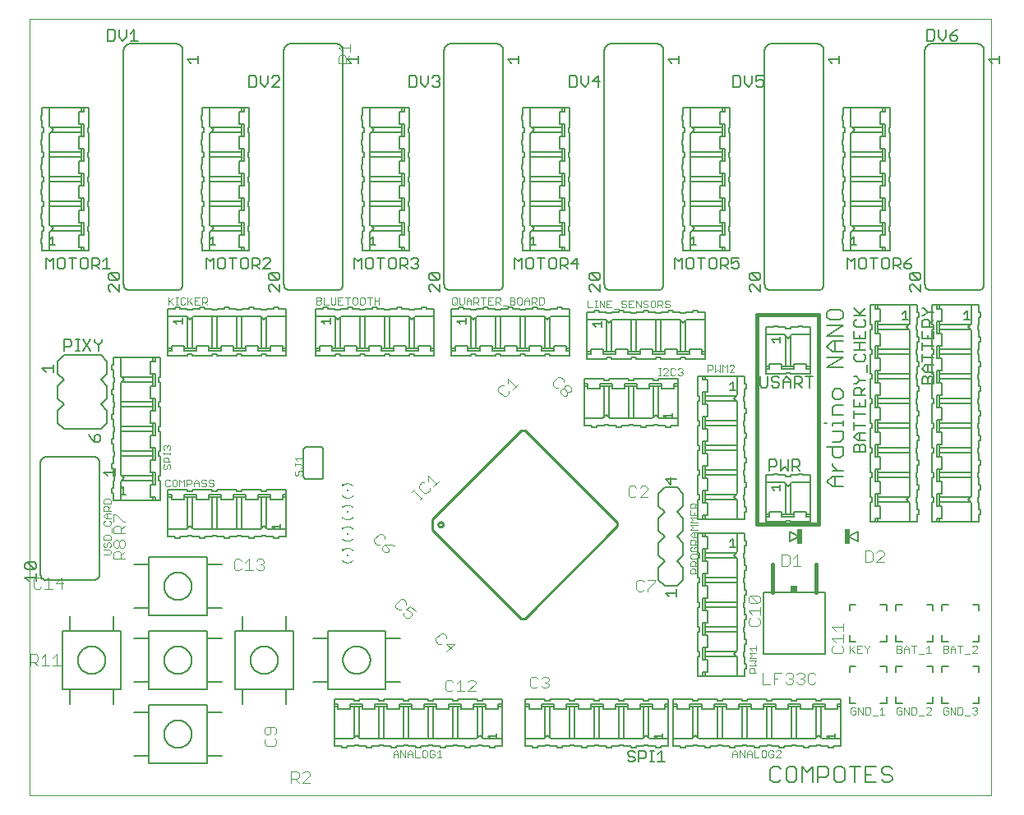
<source format=gto>
G75*
%MOIN*%
%OFA0B0*%
%FSLAX25Y25*%
%IPPOS*%
%LPD*%
%AMOC8*
5,1,8,0,0,1.08239X$1,22.5*
%
%ADD10C,0.00000*%
%ADD11C,0.01600*%
%ADD12C,0.00600*%
%ADD13C,0.01000*%
%ADD14C,0.00400*%
%ADD15C,0.00500*%
%ADD16R,0.02500X0.02500*%
%ADD17C,0.00800*%
%ADD18R,0.02400X0.06200*%
%ADD19C,0.00300*%
%ADD20R,0.00787X0.00787*%
%ADD21R,0.00591X0.00984*%
D10*
X0041800Y0041800D02*
X0041800Y0356761D01*
X0431564Y0356761D01*
X0431564Y0041800D01*
X0041800Y0041800D01*
D11*
X0336800Y0151800D02*
X0361800Y0151800D01*
X0361800Y0236800D01*
X0336800Y0236800D01*
X0336800Y0151800D01*
X0343050Y0135550D02*
X0343050Y0124300D01*
X0360550Y0124300D02*
X0360550Y0135550D01*
D12*
X0358300Y0152800D02*
X0350300Y0152800D01*
X0350300Y0153300D01*
X0348300Y0153300D01*
X0348300Y0152800D01*
X0340300Y0152800D01*
X0340300Y0154800D01*
X0340300Y0155800D01*
X0341800Y0155800D01*
X0341800Y0156800D01*
X0346800Y0156800D01*
X0346800Y0155800D01*
X0348300Y0155800D01*
X0348300Y0168300D01*
X0349300Y0167300D01*
X0350300Y0168300D01*
X0350300Y0155800D01*
X0348300Y0155800D01*
X0346800Y0155800D02*
X0346800Y0154800D01*
X0351800Y0154800D01*
X0351800Y0155800D01*
X0350300Y0155800D01*
X0351800Y0155800D02*
X0351800Y0156800D01*
X0356800Y0156800D01*
X0356800Y0155800D01*
X0358300Y0155800D01*
X0358300Y0154800D01*
X0356800Y0154800D01*
X0356800Y0155800D01*
X0358300Y0155800D02*
X0358300Y0168800D01*
X0358300Y0171800D01*
X0355300Y0171800D01*
X0355300Y0172300D01*
X0353300Y0172300D01*
X0353300Y0171800D01*
X0350300Y0171800D01*
X0350300Y0171300D01*
X0348300Y0171300D01*
X0348300Y0171800D01*
X0345300Y0171800D01*
X0345300Y0172300D01*
X0343300Y0172300D01*
X0343300Y0171800D01*
X0340300Y0171800D01*
X0340300Y0168800D01*
X0340300Y0155800D01*
X0340300Y0154800D02*
X0341800Y0154800D01*
X0341800Y0155800D01*
X0332300Y0157050D02*
X0332300Y0159050D01*
X0331800Y0159050D01*
X0331800Y0162050D01*
X0331300Y0162050D01*
X0331300Y0164050D01*
X0331800Y0164050D01*
X0331800Y0167050D01*
X0332300Y0167050D01*
X0332300Y0169050D01*
X0331800Y0169050D01*
X0331800Y0172050D01*
X0331300Y0172050D01*
X0331300Y0174050D01*
X0331800Y0174050D01*
X0331800Y0177050D01*
X0332300Y0177050D01*
X0332300Y0179050D01*
X0331800Y0179050D01*
X0331800Y0182050D01*
X0331300Y0182050D01*
X0331300Y0184050D01*
X0331800Y0184050D01*
X0331800Y0187050D01*
X0332300Y0187050D01*
X0332300Y0189050D01*
X0331800Y0189050D01*
X0331800Y0192050D01*
X0331300Y0192050D01*
X0331300Y0194050D01*
X0331800Y0194050D01*
X0331800Y0197050D01*
X0332300Y0197050D01*
X0332300Y0199050D01*
X0331800Y0199050D01*
X0331800Y0202050D01*
X0331300Y0202050D01*
X0331300Y0204050D01*
X0331800Y0204050D01*
X0331800Y0207050D01*
X0332300Y0207050D01*
X0332300Y0209050D01*
X0331800Y0209050D01*
X0331800Y0212050D01*
X0328800Y0212050D01*
X0328800Y0204550D01*
X0328300Y0204050D01*
X0315800Y0204050D01*
X0315800Y0202050D01*
X0328300Y0202050D01*
X0328800Y0201550D01*
X0328800Y0194050D01*
X0315800Y0194050D01*
X0315800Y0192050D01*
X0328800Y0192050D01*
X0328800Y0184050D01*
X0328800Y0182050D01*
X0328800Y0174050D01*
X0328800Y0172050D01*
X0328800Y0164550D01*
X0328300Y0164050D01*
X0315800Y0164050D01*
X0315800Y0162050D01*
X0328300Y0162050D01*
X0328800Y0161550D01*
X0328800Y0154050D01*
X0315800Y0154050D01*
X0314800Y0154050D01*
X0314800Y0155550D01*
X0315800Y0155550D01*
X0316800Y0155550D01*
X0316800Y0160550D01*
X0315800Y0160550D01*
X0315800Y0162050D01*
X0315800Y0160550D02*
X0314800Y0160550D01*
X0314800Y0165550D01*
X0315800Y0165550D01*
X0315800Y0164050D01*
X0315800Y0165550D02*
X0316800Y0165550D01*
X0316800Y0170550D01*
X0315800Y0170550D01*
X0315800Y0172050D01*
X0328800Y0172050D01*
X0328800Y0174050D02*
X0315800Y0174050D01*
X0315800Y0172050D01*
X0315800Y0170550D02*
X0314800Y0170550D01*
X0314800Y0175550D01*
X0315800Y0175550D01*
X0315800Y0174050D01*
X0315800Y0175550D02*
X0316800Y0175550D01*
X0316800Y0180550D01*
X0315800Y0180550D01*
X0315800Y0182050D01*
X0315800Y0184050D01*
X0315800Y0185550D01*
X0316800Y0185550D01*
X0316800Y0190550D01*
X0315800Y0190550D01*
X0315800Y0192050D01*
X0315800Y0190550D02*
X0314800Y0190550D01*
X0314800Y0195550D01*
X0315800Y0195550D01*
X0315800Y0194050D01*
X0315800Y0195550D02*
X0316800Y0195550D01*
X0316800Y0200550D01*
X0315800Y0200550D01*
X0315800Y0202050D01*
X0315800Y0200550D02*
X0314800Y0200550D01*
X0314800Y0205550D01*
X0315800Y0205550D01*
X0315800Y0204050D01*
X0315800Y0205550D02*
X0316800Y0205550D01*
X0316800Y0210550D01*
X0315800Y0210550D01*
X0315800Y0212050D01*
X0314800Y0212050D01*
X0314800Y0210550D01*
X0315800Y0210550D01*
X0315800Y0212050D02*
X0328800Y0212050D01*
X0328300Y0204050D02*
X0327300Y0203050D01*
X0328300Y0202050D01*
X0328800Y0194050D02*
X0328800Y0192050D01*
X0328800Y0184050D02*
X0315800Y0184050D01*
X0315800Y0185550D02*
X0314800Y0185550D01*
X0314800Y0180550D01*
X0315800Y0180550D01*
X0315800Y0182050D02*
X0328800Y0182050D01*
X0313300Y0182050D02*
X0313300Y0184050D01*
X0312800Y0184050D01*
X0312800Y0192050D01*
X0313300Y0192050D01*
X0313300Y0194050D01*
X0312800Y0194050D01*
X0312800Y0202050D01*
X0313300Y0202050D01*
X0313300Y0204050D01*
X0312800Y0204050D01*
X0312800Y0212050D01*
X0314800Y0212050D01*
X0315800Y0219050D02*
X0307800Y0219050D01*
X0307800Y0219550D01*
X0305800Y0219550D01*
X0305800Y0219050D01*
X0297800Y0219050D01*
X0297800Y0219550D01*
X0295800Y0219550D01*
X0295800Y0219050D01*
X0287800Y0219050D01*
X0287800Y0219550D01*
X0285800Y0219550D01*
X0285800Y0219050D01*
X0277800Y0219050D01*
X0277800Y0219550D01*
X0275800Y0219550D01*
X0275800Y0219050D01*
X0267800Y0219050D01*
X0267800Y0221050D01*
X0267800Y0222050D01*
X0269300Y0222050D01*
X0269300Y0223050D01*
X0274300Y0223050D01*
X0274300Y0222050D01*
X0275800Y0222050D01*
X0275800Y0234550D01*
X0276800Y0233550D01*
X0277800Y0234550D01*
X0277800Y0222050D01*
X0279300Y0222050D01*
X0279300Y0223050D01*
X0284300Y0223050D01*
X0284300Y0222050D01*
X0285800Y0222050D01*
X0285800Y0235050D01*
X0287800Y0235050D01*
X0295800Y0235050D01*
X0297800Y0235050D01*
X0305300Y0235050D01*
X0305800Y0234550D01*
X0305800Y0222050D01*
X0307800Y0222050D01*
X0307800Y0234550D01*
X0308300Y0235050D01*
X0315800Y0235050D01*
X0315800Y0222050D01*
X0315800Y0221050D01*
X0314300Y0221050D01*
X0314300Y0222050D01*
X0314300Y0223050D01*
X0309300Y0223050D01*
X0309300Y0222050D01*
X0307800Y0222050D01*
X0309300Y0222050D02*
X0309300Y0221050D01*
X0304300Y0221050D01*
X0304300Y0222050D01*
X0305800Y0222050D01*
X0304300Y0222050D02*
X0304300Y0223050D01*
X0299300Y0223050D01*
X0299300Y0222050D01*
X0297800Y0222050D01*
X0295800Y0222050D01*
X0294300Y0222050D01*
X0294300Y0223050D01*
X0289300Y0223050D01*
X0289300Y0222050D01*
X0287800Y0222050D01*
X0287800Y0235050D01*
X0285800Y0235050D02*
X0278300Y0235050D01*
X0277800Y0234550D01*
X0275800Y0234550D02*
X0275300Y0235050D01*
X0267800Y0235050D01*
X0267800Y0222050D01*
X0267800Y0221050D02*
X0269300Y0221050D01*
X0269300Y0222050D01*
X0274300Y0222050D02*
X0274300Y0221050D01*
X0279300Y0221050D01*
X0279300Y0222050D01*
X0277800Y0222050D02*
X0275800Y0222050D01*
X0284300Y0222050D02*
X0284300Y0221050D01*
X0289300Y0221050D01*
X0289300Y0222050D01*
X0287800Y0222050D02*
X0285800Y0222050D01*
X0294300Y0222050D02*
X0294300Y0221050D01*
X0299300Y0221050D01*
X0299300Y0222050D01*
X0297800Y0222050D02*
X0297800Y0235050D01*
X0295800Y0235050D02*
X0295800Y0222050D01*
X0296550Y0210800D02*
X0304550Y0210800D01*
X0304550Y0208800D01*
X0304550Y0207800D01*
X0303050Y0207800D01*
X0303050Y0206800D01*
X0298050Y0206800D01*
X0298050Y0207800D01*
X0296550Y0207800D01*
X0296550Y0195300D01*
X0295550Y0196300D01*
X0294550Y0195300D01*
X0294550Y0207800D01*
X0293050Y0207800D01*
X0293050Y0206800D01*
X0288050Y0206800D01*
X0288050Y0207800D01*
X0286550Y0207800D01*
X0286550Y0194800D01*
X0284550Y0194800D01*
X0277050Y0194800D01*
X0276550Y0195300D01*
X0276550Y0207800D01*
X0274550Y0207800D01*
X0274550Y0195300D01*
X0274050Y0194800D02*
X0266550Y0194800D01*
X0266550Y0191800D01*
X0269550Y0191800D01*
X0269550Y0191300D01*
X0271550Y0191300D01*
X0271550Y0191800D01*
X0274550Y0191800D01*
X0274550Y0192300D01*
X0276550Y0192300D01*
X0276550Y0191800D01*
X0279550Y0191800D01*
X0279550Y0191300D01*
X0281550Y0191300D01*
X0281550Y0191800D01*
X0284550Y0191800D01*
X0284550Y0192300D01*
X0286550Y0192300D01*
X0286550Y0191800D01*
X0289550Y0191800D01*
X0289550Y0191300D01*
X0291550Y0191300D01*
X0291550Y0191800D01*
X0294550Y0191800D01*
X0294550Y0192300D01*
X0296550Y0192300D01*
X0296550Y0191800D01*
X0299550Y0191800D01*
X0299550Y0191300D01*
X0301550Y0191300D01*
X0301550Y0191800D01*
X0304550Y0191800D01*
X0304550Y0194800D01*
X0297050Y0194800D01*
X0296550Y0195300D01*
X0294550Y0195300D02*
X0294050Y0194800D01*
X0286550Y0194800D01*
X0284550Y0194800D02*
X0284550Y0207800D01*
X0283050Y0207800D01*
X0283050Y0206800D01*
X0278050Y0206800D01*
X0278050Y0207800D01*
X0276550Y0207800D01*
X0278050Y0207800D02*
X0278050Y0208800D01*
X0273050Y0208800D01*
X0273050Y0207800D01*
X0273050Y0206800D01*
X0268050Y0206800D01*
X0268050Y0207800D01*
X0266550Y0207800D01*
X0266550Y0208800D01*
X0268050Y0208800D01*
X0268050Y0207800D01*
X0266550Y0207800D02*
X0266550Y0194800D01*
X0274050Y0194800D02*
X0275550Y0196300D01*
X0276550Y0195300D01*
X0274550Y0207800D02*
X0273050Y0207800D01*
X0274550Y0210300D02*
X0274550Y0210800D01*
X0266550Y0210800D01*
X0266550Y0208800D01*
X0274550Y0210300D02*
X0276550Y0210300D01*
X0276550Y0210800D01*
X0284550Y0210800D01*
X0284550Y0210300D01*
X0286550Y0210300D01*
X0286550Y0210800D01*
X0294550Y0210800D01*
X0294550Y0210300D01*
X0296550Y0210300D01*
X0296550Y0210800D01*
X0298050Y0208800D02*
X0293050Y0208800D01*
X0293050Y0207800D01*
X0294550Y0207800D02*
X0296550Y0207800D01*
X0298050Y0207800D02*
X0298050Y0208800D01*
X0303050Y0208800D02*
X0303050Y0207800D01*
X0303050Y0208800D02*
X0304550Y0208800D01*
X0304550Y0207800D02*
X0304550Y0194800D01*
X0312800Y0182050D02*
X0313300Y0182050D01*
X0312800Y0182050D02*
X0312800Y0174050D01*
X0313300Y0174050D01*
X0313300Y0172050D01*
X0312800Y0172050D01*
X0312800Y0164050D01*
X0313300Y0164050D01*
X0313300Y0162050D01*
X0312800Y0162050D01*
X0312800Y0154050D01*
X0314800Y0154050D01*
X0315800Y0154050D02*
X0315800Y0155550D01*
X0306800Y0154300D02*
X0306800Y0149300D01*
X0304300Y0146800D01*
X0306800Y0144300D01*
X0306800Y0139300D01*
X0304300Y0136800D01*
X0306800Y0134300D01*
X0306800Y0129300D01*
X0304300Y0126800D01*
X0299300Y0126800D01*
X0296800Y0129300D01*
X0296800Y0134300D01*
X0299300Y0136800D01*
X0296800Y0139300D01*
X0296800Y0144300D01*
X0299300Y0146800D01*
X0296800Y0149300D01*
X0296800Y0154300D01*
X0299300Y0156800D01*
X0296800Y0159300D01*
X0296800Y0164300D01*
X0299300Y0166800D01*
X0304300Y0166800D01*
X0306800Y0164300D01*
X0306800Y0159300D01*
X0304300Y0156800D01*
X0306800Y0154300D01*
X0312800Y0148300D02*
X0314800Y0148300D01*
X0315800Y0148300D01*
X0315800Y0146800D01*
X0316800Y0146800D01*
X0316800Y0141800D01*
X0315800Y0141800D01*
X0315800Y0140300D01*
X0328300Y0140300D01*
X0327300Y0139300D01*
X0328300Y0138300D01*
X0315800Y0138300D01*
X0315800Y0136800D01*
X0316800Y0136800D01*
X0316800Y0131800D01*
X0315800Y0131800D01*
X0315800Y0130300D01*
X0328800Y0130300D01*
X0328800Y0128300D01*
X0328800Y0120300D01*
X0328800Y0118300D01*
X0328800Y0110300D01*
X0328800Y0108300D01*
X0328800Y0100800D01*
X0328300Y0100300D01*
X0315800Y0100300D01*
X0315800Y0098300D01*
X0328300Y0098300D01*
X0328800Y0097800D01*
X0328800Y0090300D01*
X0315800Y0090300D01*
X0314800Y0090300D01*
X0314800Y0091800D01*
X0315800Y0091800D01*
X0316800Y0091800D01*
X0316800Y0096800D01*
X0315800Y0096800D01*
X0315800Y0098300D01*
X0315800Y0096800D02*
X0314800Y0096800D01*
X0314800Y0101800D01*
X0315800Y0101800D01*
X0315800Y0100300D01*
X0315800Y0101800D02*
X0316800Y0101800D01*
X0316800Y0106800D01*
X0315800Y0106800D01*
X0315800Y0108300D01*
X0328800Y0108300D01*
X0328800Y0110300D02*
X0315800Y0110300D01*
X0315800Y0108300D01*
X0315800Y0106800D02*
X0314800Y0106800D01*
X0314800Y0111800D01*
X0315800Y0111800D01*
X0315800Y0110300D01*
X0315800Y0111800D02*
X0316800Y0111800D01*
X0316800Y0116800D01*
X0315800Y0116800D01*
X0315800Y0118300D01*
X0315800Y0120300D01*
X0315800Y0121800D01*
X0316800Y0121800D01*
X0316800Y0126800D01*
X0315800Y0126800D01*
X0315800Y0128300D01*
X0328800Y0128300D01*
X0328800Y0130300D02*
X0328800Y0137800D01*
X0328300Y0138300D01*
X0328300Y0140300D02*
X0328800Y0140800D01*
X0328800Y0148300D01*
X0315800Y0148300D01*
X0314800Y0148300D02*
X0314800Y0146800D01*
X0315800Y0146800D01*
X0312800Y0148300D02*
X0312800Y0140300D01*
X0313300Y0140300D01*
X0313300Y0138300D01*
X0312800Y0138300D01*
X0312800Y0130300D01*
X0313300Y0130300D01*
X0313300Y0128300D01*
X0312800Y0128300D01*
X0312800Y0120300D01*
X0313300Y0120300D01*
X0313300Y0118300D01*
X0312800Y0118300D01*
X0312800Y0110300D01*
X0313300Y0110300D01*
X0313300Y0108300D01*
X0312800Y0108300D01*
X0312800Y0100300D01*
X0313300Y0100300D01*
X0313300Y0098300D01*
X0312800Y0098300D01*
X0312800Y0090300D01*
X0314800Y0090300D01*
X0315800Y0090300D02*
X0315800Y0091800D01*
X0312800Y0080800D02*
X0320800Y0080800D01*
X0320800Y0080300D01*
X0322800Y0080300D01*
X0322800Y0080800D01*
X0330800Y0080800D01*
X0330800Y0080300D01*
X0332800Y0080300D01*
X0332800Y0080800D01*
X0340800Y0080800D01*
X0340800Y0080300D01*
X0342800Y0080300D01*
X0342800Y0080800D01*
X0350800Y0080800D01*
X0350800Y0080300D01*
X0352800Y0080300D01*
X0352800Y0080800D01*
X0360800Y0080800D01*
X0360800Y0080300D01*
X0362800Y0080300D01*
X0362800Y0080800D01*
X0370800Y0080800D01*
X0370800Y0078800D01*
X0370800Y0077800D01*
X0369300Y0077800D01*
X0369300Y0076800D01*
X0364300Y0076800D01*
X0364300Y0077800D01*
X0362800Y0077800D01*
X0362800Y0065300D01*
X0361800Y0066300D01*
X0360800Y0065300D01*
X0360800Y0077800D01*
X0359300Y0077800D01*
X0359300Y0076800D01*
X0354300Y0076800D01*
X0354300Y0077800D01*
X0352800Y0077800D01*
X0352800Y0064800D01*
X0350800Y0064800D01*
X0342800Y0064800D01*
X0340800Y0064800D01*
X0332800Y0064800D01*
X0330800Y0064800D01*
X0322800Y0064800D01*
X0320800Y0064800D01*
X0313300Y0064800D01*
X0312800Y0065300D01*
X0312800Y0077800D01*
X0310800Y0077800D01*
X0310800Y0065300D01*
X0310300Y0064800D01*
X0302800Y0064800D01*
X0302800Y0077800D01*
X0302800Y0078800D01*
X0304300Y0078800D01*
X0304300Y0077800D01*
X0304300Y0076800D01*
X0309300Y0076800D01*
X0309300Y0077800D01*
X0310800Y0077800D01*
X0309300Y0077800D02*
X0309300Y0078800D01*
X0314300Y0078800D01*
X0314300Y0077800D01*
X0312800Y0077800D01*
X0314300Y0077800D02*
X0314300Y0076800D01*
X0319300Y0076800D01*
X0319300Y0077800D01*
X0320800Y0077800D01*
X0320800Y0064800D01*
X0322800Y0064800D02*
X0322800Y0077800D01*
X0320800Y0077800D01*
X0319300Y0077800D02*
X0319300Y0078800D01*
X0324300Y0078800D01*
X0324300Y0077800D01*
X0322800Y0077800D01*
X0324300Y0077800D02*
X0324300Y0076800D01*
X0329300Y0076800D01*
X0329300Y0077800D01*
X0330800Y0077800D01*
X0330800Y0064800D01*
X0332800Y0064800D02*
X0332800Y0077800D01*
X0330800Y0077800D01*
X0329300Y0077800D02*
X0329300Y0078800D01*
X0334300Y0078800D01*
X0334300Y0077800D01*
X0332800Y0077800D01*
X0334300Y0077800D02*
X0334300Y0076800D01*
X0339300Y0076800D01*
X0339300Y0077800D01*
X0340800Y0077800D01*
X0342800Y0077800D01*
X0344300Y0077800D01*
X0344300Y0076800D01*
X0349300Y0076800D01*
X0349300Y0077800D01*
X0350800Y0077800D01*
X0350800Y0064800D01*
X0352800Y0064800D02*
X0360300Y0064800D01*
X0360800Y0065300D01*
X0362800Y0065300D02*
X0363300Y0064800D01*
X0370800Y0064800D01*
X0370800Y0077800D01*
X0370800Y0078800D02*
X0369300Y0078800D01*
X0369300Y0077800D01*
X0364300Y0077800D02*
X0364300Y0078800D01*
X0359300Y0078800D01*
X0359300Y0077800D01*
X0360800Y0077800D02*
X0362800Y0077800D01*
X0354300Y0077800D02*
X0354300Y0078800D01*
X0349300Y0078800D01*
X0349300Y0077800D01*
X0350800Y0077800D02*
X0352800Y0077800D01*
X0344300Y0077800D02*
X0344300Y0078800D01*
X0339300Y0078800D01*
X0339300Y0077800D01*
X0340800Y0077800D02*
X0340800Y0064800D01*
X0342800Y0064800D02*
X0342800Y0077800D01*
X0331800Y0090300D02*
X0328800Y0090300D01*
X0331800Y0090300D02*
X0331800Y0093300D01*
X0332300Y0093300D01*
X0332300Y0095300D01*
X0331800Y0095300D01*
X0331800Y0098300D01*
X0331300Y0098300D01*
X0331300Y0100300D01*
X0331800Y0100300D01*
X0331800Y0103300D01*
X0332300Y0103300D01*
X0332300Y0105300D01*
X0331800Y0105300D01*
X0331800Y0108300D01*
X0331300Y0108300D01*
X0331300Y0110300D01*
X0331800Y0110300D01*
X0331800Y0113300D01*
X0332300Y0113300D01*
X0332300Y0115300D01*
X0331800Y0115300D01*
X0331800Y0118300D01*
X0331300Y0118300D01*
X0331300Y0120300D01*
X0331800Y0120300D01*
X0331800Y0123300D01*
X0332300Y0123300D01*
X0332300Y0125300D01*
X0331800Y0125300D01*
X0331800Y0128300D01*
X0331300Y0128300D01*
X0331300Y0130300D01*
X0331800Y0130300D01*
X0331800Y0133300D01*
X0332300Y0133300D01*
X0332300Y0135300D01*
X0331800Y0135300D01*
X0331800Y0138300D01*
X0331300Y0138300D01*
X0331300Y0140300D01*
X0331800Y0140300D01*
X0331800Y0143300D01*
X0332300Y0143300D01*
X0332300Y0145300D01*
X0331800Y0145300D01*
X0331800Y0148300D01*
X0328800Y0148300D01*
X0328800Y0154050D02*
X0331800Y0154050D01*
X0331800Y0157050D01*
X0332300Y0157050D01*
X0328300Y0162050D02*
X0327300Y0163050D01*
X0328300Y0164050D01*
X0340300Y0168800D02*
X0347800Y0168800D01*
X0348300Y0168300D01*
X0350300Y0168300D02*
X0350800Y0168800D01*
X0358300Y0168800D01*
X0365095Y0169235D02*
X0367230Y0171370D01*
X0371500Y0171370D01*
X0371500Y0173545D02*
X0367230Y0173545D01*
X0369365Y0173545D02*
X0367230Y0175681D01*
X0367230Y0176748D01*
X0368297Y0178917D02*
X0367230Y0179984D01*
X0367230Y0183187D01*
X0365095Y0183187D02*
X0371500Y0183187D01*
X0371500Y0179984D01*
X0370432Y0178917D01*
X0368297Y0178917D01*
X0367230Y0185362D02*
X0370432Y0185362D01*
X0371500Y0186430D01*
X0371500Y0189633D01*
X0367230Y0189633D01*
X0367230Y0191808D02*
X0367230Y0192875D01*
X0371500Y0192875D01*
X0371500Y0191808D02*
X0371500Y0193943D01*
X0371500Y0196105D02*
X0367230Y0196105D01*
X0367230Y0199307D01*
X0368297Y0200375D01*
X0371500Y0200375D01*
X0370432Y0202550D02*
X0371500Y0203618D01*
X0371500Y0205753D01*
X0370432Y0206821D01*
X0368297Y0206821D01*
X0367230Y0205753D01*
X0367230Y0203618D01*
X0368297Y0202550D01*
X0370432Y0202550D01*
X0365095Y0192875D02*
X0364027Y0192875D01*
X0382800Y0192800D02*
X0382800Y0200800D01*
X0383300Y0200800D01*
X0383300Y0202800D01*
X0382800Y0202800D01*
X0382800Y0210800D01*
X0383300Y0210800D01*
X0383300Y0212800D01*
X0382800Y0212800D01*
X0382800Y0220800D01*
X0383300Y0220800D01*
X0383300Y0222800D01*
X0382800Y0222800D01*
X0382800Y0230800D01*
X0383300Y0230800D01*
X0383300Y0232800D01*
X0382800Y0232800D01*
X0382800Y0240800D01*
X0384800Y0240800D01*
X0385800Y0240800D01*
X0385800Y0239300D01*
X0386800Y0239300D01*
X0386800Y0234300D01*
X0385800Y0234300D01*
X0385800Y0232800D01*
X0398300Y0232800D01*
X0397300Y0231800D01*
X0398300Y0230800D01*
X0385800Y0230800D01*
X0385800Y0229300D01*
X0386800Y0229300D01*
X0386800Y0224300D01*
X0385800Y0224300D01*
X0385800Y0222800D01*
X0398800Y0222800D01*
X0398800Y0220800D01*
X0398800Y0212800D01*
X0398800Y0210800D01*
X0398800Y0202800D01*
X0398800Y0200800D01*
X0398800Y0192800D01*
X0398800Y0190800D01*
X0398800Y0182800D01*
X0398800Y0180800D01*
X0398800Y0172800D01*
X0398800Y0170800D01*
X0398800Y0163300D01*
X0398300Y0162800D01*
X0385800Y0162800D01*
X0385800Y0160800D01*
X0398300Y0160800D01*
X0398800Y0160300D01*
X0398800Y0152800D01*
X0385800Y0152800D01*
X0384800Y0152800D01*
X0384800Y0154300D01*
X0385800Y0154300D01*
X0386800Y0154300D01*
X0386800Y0159300D01*
X0385800Y0159300D01*
X0385800Y0160800D01*
X0385800Y0159300D02*
X0384800Y0159300D01*
X0384800Y0164300D01*
X0385800Y0164300D01*
X0385800Y0162800D01*
X0385800Y0164300D02*
X0386800Y0164300D01*
X0386800Y0169300D01*
X0385800Y0169300D01*
X0385800Y0170800D01*
X0398800Y0170800D01*
X0398800Y0172800D02*
X0385800Y0172800D01*
X0385800Y0170800D01*
X0385800Y0169300D02*
X0384800Y0169300D01*
X0384800Y0174300D01*
X0385800Y0174300D01*
X0385800Y0172800D01*
X0385800Y0174300D02*
X0386800Y0174300D01*
X0386800Y0179300D01*
X0385800Y0179300D01*
X0385800Y0180800D01*
X0398800Y0180800D01*
X0398800Y0182800D02*
X0385800Y0182800D01*
X0385800Y0180800D01*
X0385800Y0179300D02*
X0384800Y0179300D01*
X0384800Y0184300D01*
X0385800Y0184300D01*
X0385800Y0182800D01*
X0385800Y0184300D02*
X0386800Y0184300D01*
X0386800Y0189300D01*
X0385800Y0189300D01*
X0385800Y0190800D01*
X0398800Y0190800D01*
X0398800Y0192800D02*
X0385800Y0192800D01*
X0385800Y0190800D01*
X0385800Y0189300D02*
X0384800Y0189300D01*
X0384800Y0194300D01*
X0385800Y0194300D01*
X0385800Y0192800D01*
X0385800Y0194300D02*
X0386800Y0194300D01*
X0386800Y0199300D01*
X0385800Y0199300D01*
X0385800Y0200800D01*
X0398800Y0200800D01*
X0398800Y0202800D02*
X0385800Y0202800D01*
X0385800Y0200800D01*
X0385800Y0199300D02*
X0384800Y0199300D01*
X0384800Y0204300D01*
X0385800Y0204300D01*
X0385800Y0202800D01*
X0385800Y0204300D02*
X0386800Y0204300D01*
X0386800Y0209300D01*
X0385800Y0209300D01*
X0385800Y0210800D01*
X0385800Y0212800D01*
X0385800Y0214300D01*
X0386800Y0214300D01*
X0386800Y0219300D01*
X0385800Y0219300D01*
X0385800Y0220800D01*
X0398800Y0220800D01*
X0398800Y0222800D02*
X0398800Y0230300D01*
X0398300Y0230800D01*
X0398300Y0232800D02*
X0398800Y0233300D01*
X0398800Y0240800D01*
X0385800Y0240800D01*
X0384800Y0240800D02*
X0384800Y0239300D01*
X0385800Y0239300D01*
X0385800Y0234300D02*
X0384800Y0234300D01*
X0384800Y0229300D01*
X0385800Y0229300D01*
X0385800Y0230800D02*
X0385800Y0232800D01*
X0385800Y0224300D02*
X0384800Y0224300D01*
X0384800Y0219300D01*
X0385800Y0219300D01*
X0385800Y0220800D02*
X0385800Y0222800D01*
X0385800Y0214300D02*
X0384800Y0214300D01*
X0384800Y0209300D01*
X0385800Y0209300D01*
X0385800Y0210800D02*
X0398800Y0210800D01*
X0398800Y0212800D02*
X0385800Y0212800D01*
X0371500Y0215441D02*
X0365095Y0215441D01*
X0371500Y0219712D01*
X0365095Y0219712D01*
X0367230Y0221887D02*
X0365095Y0224022D01*
X0367230Y0226157D01*
X0371500Y0226157D01*
X0371500Y0228332D02*
X0365095Y0228332D01*
X0371500Y0232603D01*
X0365095Y0232603D01*
X0366162Y0234778D02*
X0365095Y0235845D01*
X0365095Y0237980D01*
X0366162Y0239048D01*
X0370432Y0239048D01*
X0371500Y0237980D01*
X0371500Y0235845D01*
X0370432Y0234778D01*
X0366162Y0234778D01*
X0358300Y0231800D02*
X0358300Y0228800D01*
X0358300Y0215800D01*
X0358300Y0214800D01*
X0356800Y0214800D01*
X0356800Y0215800D01*
X0356800Y0216800D01*
X0351800Y0216800D01*
X0351800Y0215800D01*
X0350300Y0215800D01*
X0348300Y0215800D01*
X0348300Y0228300D01*
X0349300Y0227300D01*
X0350300Y0228300D01*
X0350300Y0215800D01*
X0351800Y0215800D02*
X0351800Y0214800D01*
X0346800Y0214800D01*
X0346800Y0215800D01*
X0348300Y0215800D01*
X0346800Y0215800D02*
X0346800Y0216800D01*
X0341800Y0216800D01*
X0341800Y0215800D01*
X0340300Y0215800D01*
X0340300Y0214800D01*
X0341800Y0214800D01*
X0341800Y0215800D01*
X0340300Y0215800D02*
X0340300Y0228800D01*
X0347800Y0228800D01*
X0348300Y0228300D01*
X0350300Y0228300D02*
X0350800Y0228800D01*
X0358300Y0228800D01*
X0358300Y0231800D02*
X0355300Y0231800D01*
X0355300Y0232300D01*
X0353300Y0232300D01*
X0353300Y0231800D01*
X0350300Y0231800D01*
X0350300Y0231300D01*
X0348300Y0231300D01*
X0348300Y0231800D01*
X0345300Y0231800D01*
X0345300Y0232300D01*
X0343300Y0232300D01*
X0343300Y0231800D01*
X0340300Y0231800D01*
X0340300Y0228800D01*
X0340300Y0214800D02*
X0340300Y0212800D01*
X0348300Y0212800D01*
X0348300Y0213300D01*
X0350300Y0213300D01*
X0350300Y0212800D01*
X0358300Y0212800D01*
X0358300Y0214800D01*
X0358300Y0215800D02*
X0356800Y0215800D01*
X0367230Y0221887D02*
X0371500Y0221887D01*
X0368297Y0221887D02*
X0368297Y0226157D01*
X0361300Y0246800D02*
X0342300Y0246800D01*
X0342202Y0246802D01*
X0342104Y0246808D01*
X0342006Y0246817D01*
X0341909Y0246831D01*
X0341812Y0246848D01*
X0341716Y0246869D01*
X0341621Y0246894D01*
X0341527Y0246922D01*
X0341435Y0246955D01*
X0341343Y0246990D01*
X0341253Y0247030D01*
X0341165Y0247072D01*
X0341078Y0247119D01*
X0340994Y0247168D01*
X0340911Y0247221D01*
X0340831Y0247277D01*
X0340752Y0247337D01*
X0340676Y0247399D01*
X0340603Y0247464D01*
X0340532Y0247532D01*
X0340464Y0247603D01*
X0340399Y0247676D01*
X0340337Y0247752D01*
X0340277Y0247831D01*
X0340221Y0247911D01*
X0340168Y0247994D01*
X0340119Y0248078D01*
X0340072Y0248165D01*
X0340030Y0248253D01*
X0339990Y0248343D01*
X0339955Y0248435D01*
X0339922Y0248527D01*
X0339894Y0248621D01*
X0339869Y0248716D01*
X0339848Y0248812D01*
X0339831Y0248909D01*
X0339817Y0249006D01*
X0339808Y0249104D01*
X0339802Y0249202D01*
X0339800Y0249300D01*
X0339800Y0344300D01*
X0339802Y0344398D01*
X0339808Y0344496D01*
X0339817Y0344594D01*
X0339831Y0344691D01*
X0339848Y0344788D01*
X0339869Y0344884D01*
X0339894Y0344979D01*
X0339922Y0345073D01*
X0339955Y0345165D01*
X0339990Y0345257D01*
X0340030Y0345347D01*
X0340072Y0345435D01*
X0340119Y0345522D01*
X0340168Y0345606D01*
X0340221Y0345689D01*
X0340277Y0345769D01*
X0340337Y0345848D01*
X0340399Y0345924D01*
X0340464Y0345997D01*
X0340532Y0346068D01*
X0340603Y0346136D01*
X0340676Y0346201D01*
X0340752Y0346263D01*
X0340831Y0346323D01*
X0340911Y0346379D01*
X0340994Y0346432D01*
X0341078Y0346481D01*
X0341165Y0346528D01*
X0341253Y0346570D01*
X0341343Y0346610D01*
X0341435Y0346645D01*
X0341527Y0346678D01*
X0341621Y0346706D01*
X0341716Y0346731D01*
X0341812Y0346752D01*
X0341909Y0346769D01*
X0342006Y0346783D01*
X0342104Y0346792D01*
X0342202Y0346798D01*
X0342300Y0346800D01*
X0361300Y0346800D01*
X0361398Y0346798D01*
X0361496Y0346792D01*
X0361594Y0346783D01*
X0361691Y0346769D01*
X0361788Y0346752D01*
X0361884Y0346731D01*
X0361979Y0346706D01*
X0362073Y0346678D01*
X0362165Y0346645D01*
X0362257Y0346610D01*
X0362347Y0346570D01*
X0362435Y0346528D01*
X0362522Y0346481D01*
X0362606Y0346432D01*
X0362689Y0346379D01*
X0362769Y0346323D01*
X0362848Y0346263D01*
X0362924Y0346201D01*
X0362997Y0346136D01*
X0363068Y0346068D01*
X0363136Y0345997D01*
X0363201Y0345924D01*
X0363263Y0345848D01*
X0363323Y0345769D01*
X0363379Y0345689D01*
X0363432Y0345606D01*
X0363481Y0345522D01*
X0363528Y0345435D01*
X0363570Y0345347D01*
X0363610Y0345257D01*
X0363645Y0345165D01*
X0363678Y0345073D01*
X0363706Y0344979D01*
X0363731Y0344884D01*
X0363752Y0344788D01*
X0363769Y0344691D01*
X0363783Y0344594D01*
X0363792Y0344496D01*
X0363798Y0344398D01*
X0363800Y0344300D01*
X0363800Y0249300D01*
X0363798Y0249202D01*
X0363792Y0249104D01*
X0363783Y0249006D01*
X0363769Y0248909D01*
X0363752Y0248812D01*
X0363731Y0248716D01*
X0363706Y0248621D01*
X0363678Y0248527D01*
X0363645Y0248435D01*
X0363610Y0248343D01*
X0363570Y0248253D01*
X0363528Y0248165D01*
X0363481Y0248078D01*
X0363432Y0247994D01*
X0363379Y0247911D01*
X0363323Y0247831D01*
X0363263Y0247752D01*
X0363201Y0247676D01*
X0363136Y0247603D01*
X0363068Y0247532D01*
X0362997Y0247464D01*
X0362924Y0247399D01*
X0362848Y0247337D01*
X0362769Y0247277D01*
X0362689Y0247221D01*
X0362606Y0247168D01*
X0362522Y0247119D01*
X0362435Y0247072D01*
X0362347Y0247030D01*
X0362257Y0246990D01*
X0362165Y0246955D01*
X0362073Y0246922D01*
X0361979Y0246894D01*
X0361884Y0246869D01*
X0361788Y0246848D01*
X0361691Y0246831D01*
X0361594Y0246817D01*
X0361496Y0246808D01*
X0361398Y0246802D01*
X0361300Y0246800D01*
X0371800Y0262800D02*
X0371800Y0265800D01*
X0371300Y0265800D01*
X0371300Y0267800D01*
X0371800Y0267800D01*
X0371800Y0270800D01*
X0372300Y0270800D01*
X0372300Y0272800D01*
X0371800Y0272800D01*
X0371800Y0275800D01*
X0371300Y0275800D01*
X0371300Y0277800D01*
X0371800Y0277800D01*
X0371800Y0280800D01*
X0372300Y0280800D01*
X0372300Y0282800D01*
X0371800Y0282800D01*
X0371800Y0285800D01*
X0371300Y0285800D01*
X0371300Y0287800D01*
X0371800Y0287800D01*
X0371800Y0290800D01*
X0372300Y0290800D01*
X0372300Y0292800D01*
X0371800Y0292800D01*
X0371800Y0295800D01*
X0371300Y0295800D01*
X0371300Y0297800D01*
X0371800Y0297800D01*
X0371800Y0300800D01*
X0372300Y0300800D01*
X0372300Y0302800D01*
X0371800Y0302800D01*
X0371800Y0305800D01*
X0371300Y0305800D01*
X0371300Y0307800D01*
X0371800Y0307800D01*
X0371800Y0310800D01*
X0372300Y0310800D01*
X0372300Y0312800D01*
X0371800Y0312800D01*
X0371800Y0315800D01*
X0371300Y0315800D01*
X0371300Y0317800D01*
X0371800Y0317800D01*
X0371800Y0320800D01*
X0374800Y0320800D01*
X0387800Y0320800D01*
X0388800Y0320800D01*
X0388800Y0319300D01*
X0387800Y0319300D01*
X0386800Y0319300D01*
X0386800Y0314300D01*
X0387800Y0314300D01*
X0387800Y0312800D01*
X0375300Y0312800D01*
X0374800Y0313300D01*
X0374800Y0320800D01*
X0375300Y0312800D02*
X0376300Y0311800D01*
X0375300Y0310800D01*
X0387800Y0310800D01*
X0387800Y0312800D01*
X0387800Y0314300D02*
X0388800Y0314300D01*
X0388800Y0309300D01*
X0387800Y0309300D01*
X0387800Y0310800D01*
X0387800Y0309300D02*
X0386800Y0309300D01*
X0386800Y0304300D01*
X0387800Y0304300D01*
X0387800Y0302800D01*
X0374800Y0302800D01*
X0374800Y0310300D01*
X0375300Y0310800D01*
X0374800Y0302800D02*
X0374800Y0300800D01*
X0387800Y0300800D01*
X0387800Y0302800D01*
X0387800Y0304300D02*
X0388800Y0304300D01*
X0388800Y0299300D01*
X0387800Y0299300D01*
X0387800Y0300800D01*
X0387800Y0299300D02*
X0386800Y0299300D01*
X0386800Y0294300D01*
X0387800Y0294300D01*
X0387800Y0292800D01*
X0387800Y0290800D01*
X0387800Y0289300D01*
X0386800Y0289300D01*
X0386800Y0284300D01*
X0387800Y0284300D01*
X0387800Y0282800D01*
X0374800Y0282800D01*
X0374800Y0290800D01*
X0374800Y0292800D01*
X0374800Y0300800D01*
X0374800Y0292800D02*
X0387800Y0292800D01*
X0387800Y0294300D02*
X0388800Y0294300D01*
X0388800Y0289300D01*
X0387800Y0289300D01*
X0387800Y0290800D02*
X0374800Y0290800D01*
X0374800Y0282800D02*
X0374800Y0280800D01*
X0387800Y0280800D01*
X0387800Y0282800D01*
X0387800Y0284300D02*
X0388800Y0284300D01*
X0388800Y0279300D01*
X0387800Y0279300D01*
X0387800Y0280800D01*
X0387800Y0279300D02*
X0386800Y0279300D01*
X0386800Y0274300D01*
X0387800Y0274300D01*
X0387800Y0272800D01*
X0375300Y0272800D01*
X0374800Y0273300D01*
X0374800Y0280800D01*
X0375300Y0272800D02*
X0376300Y0271800D01*
X0375300Y0270800D01*
X0387800Y0270800D01*
X0387800Y0272800D01*
X0387800Y0274300D02*
X0388800Y0274300D01*
X0388800Y0269300D01*
X0387800Y0269300D01*
X0387800Y0270800D01*
X0387800Y0269300D02*
X0386800Y0269300D01*
X0386800Y0264300D01*
X0387800Y0264300D01*
X0387800Y0262800D01*
X0388800Y0262800D01*
X0388800Y0264300D01*
X0387800Y0264300D01*
X0387800Y0262800D02*
X0374800Y0262800D01*
X0374800Y0270300D01*
X0375300Y0270800D01*
X0374800Y0262800D02*
X0371800Y0262800D01*
X0388800Y0262800D02*
X0390800Y0262800D01*
X0390800Y0270800D01*
X0390300Y0270800D01*
X0390300Y0272800D01*
X0390800Y0272800D01*
X0390800Y0280800D01*
X0390300Y0280800D01*
X0390300Y0282800D01*
X0390800Y0282800D01*
X0390800Y0290800D01*
X0390300Y0290800D01*
X0390300Y0292800D01*
X0390800Y0292800D01*
X0390800Y0300800D01*
X0390300Y0300800D01*
X0390300Y0302800D01*
X0390800Y0302800D01*
X0390800Y0310800D01*
X0390300Y0310800D01*
X0390300Y0312800D01*
X0390800Y0312800D01*
X0390800Y0320800D01*
X0388800Y0320800D01*
X0387800Y0320800D02*
X0387800Y0319300D01*
X0404800Y0344300D02*
X0404800Y0249300D01*
X0404802Y0249202D01*
X0404808Y0249104D01*
X0404817Y0249006D01*
X0404831Y0248909D01*
X0404848Y0248812D01*
X0404869Y0248716D01*
X0404894Y0248621D01*
X0404922Y0248527D01*
X0404955Y0248435D01*
X0404990Y0248343D01*
X0405030Y0248253D01*
X0405072Y0248165D01*
X0405119Y0248078D01*
X0405168Y0247994D01*
X0405221Y0247911D01*
X0405277Y0247831D01*
X0405337Y0247752D01*
X0405399Y0247676D01*
X0405464Y0247603D01*
X0405532Y0247532D01*
X0405603Y0247464D01*
X0405676Y0247399D01*
X0405752Y0247337D01*
X0405831Y0247277D01*
X0405911Y0247221D01*
X0405994Y0247168D01*
X0406078Y0247119D01*
X0406165Y0247072D01*
X0406253Y0247030D01*
X0406343Y0246990D01*
X0406435Y0246955D01*
X0406527Y0246922D01*
X0406621Y0246894D01*
X0406716Y0246869D01*
X0406812Y0246848D01*
X0406909Y0246831D01*
X0407006Y0246817D01*
X0407104Y0246808D01*
X0407202Y0246802D01*
X0407300Y0246800D01*
X0426300Y0246800D01*
X0426398Y0246802D01*
X0426496Y0246808D01*
X0426594Y0246817D01*
X0426691Y0246831D01*
X0426788Y0246848D01*
X0426884Y0246869D01*
X0426979Y0246894D01*
X0427073Y0246922D01*
X0427165Y0246955D01*
X0427257Y0246990D01*
X0427347Y0247030D01*
X0427435Y0247072D01*
X0427522Y0247119D01*
X0427606Y0247168D01*
X0427689Y0247221D01*
X0427769Y0247277D01*
X0427848Y0247337D01*
X0427924Y0247399D01*
X0427997Y0247464D01*
X0428068Y0247532D01*
X0428136Y0247603D01*
X0428201Y0247676D01*
X0428263Y0247752D01*
X0428323Y0247831D01*
X0428379Y0247911D01*
X0428432Y0247994D01*
X0428481Y0248078D01*
X0428528Y0248165D01*
X0428570Y0248253D01*
X0428610Y0248343D01*
X0428645Y0248435D01*
X0428678Y0248527D01*
X0428706Y0248621D01*
X0428731Y0248716D01*
X0428752Y0248812D01*
X0428769Y0248909D01*
X0428783Y0249006D01*
X0428792Y0249104D01*
X0428798Y0249202D01*
X0428800Y0249300D01*
X0428800Y0344300D01*
X0428798Y0344398D01*
X0428792Y0344496D01*
X0428783Y0344594D01*
X0428769Y0344691D01*
X0428752Y0344788D01*
X0428731Y0344884D01*
X0428706Y0344979D01*
X0428678Y0345073D01*
X0428645Y0345165D01*
X0428610Y0345257D01*
X0428570Y0345347D01*
X0428528Y0345435D01*
X0428481Y0345522D01*
X0428432Y0345606D01*
X0428379Y0345689D01*
X0428323Y0345769D01*
X0428263Y0345848D01*
X0428201Y0345924D01*
X0428136Y0345997D01*
X0428068Y0346068D01*
X0427997Y0346136D01*
X0427924Y0346201D01*
X0427848Y0346263D01*
X0427769Y0346323D01*
X0427689Y0346379D01*
X0427606Y0346432D01*
X0427522Y0346481D01*
X0427435Y0346528D01*
X0427347Y0346570D01*
X0427257Y0346610D01*
X0427165Y0346645D01*
X0427073Y0346678D01*
X0426979Y0346706D01*
X0426884Y0346731D01*
X0426788Y0346752D01*
X0426691Y0346769D01*
X0426594Y0346783D01*
X0426496Y0346792D01*
X0426398Y0346798D01*
X0426300Y0346800D01*
X0407300Y0346800D01*
X0407202Y0346798D01*
X0407104Y0346792D01*
X0407006Y0346783D01*
X0406909Y0346769D01*
X0406812Y0346752D01*
X0406716Y0346731D01*
X0406621Y0346706D01*
X0406527Y0346678D01*
X0406435Y0346645D01*
X0406343Y0346610D01*
X0406253Y0346570D01*
X0406165Y0346528D01*
X0406078Y0346481D01*
X0405994Y0346432D01*
X0405911Y0346379D01*
X0405831Y0346323D01*
X0405752Y0346263D01*
X0405676Y0346201D01*
X0405603Y0346136D01*
X0405532Y0346068D01*
X0405464Y0345997D01*
X0405399Y0345924D01*
X0405337Y0345848D01*
X0405277Y0345769D01*
X0405221Y0345689D01*
X0405168Y0345606D01*
X0405119Y0345522D01*
X0405072Y0345435D01*
X0405030Y0345347D01*
X0404990Y0345257D01*
X0404955Y0345165D01*
X0404922Y0345073D01*
X0404894Y0344979D01*
X0404869Y0344884D01*
X0404848Y0344788D01*
X0404831Y0344691D01*
X0404817Y0344594D01*
X0404808Y0344496D01*
X0404802Y0344398D01*
X0404800Y0344300D01*
X0325800Y0320800D02*
X0325800Y0312800D01*
X0325300Y0312800D01*
X0325300Y0310800D01*
X0325800Y0310800D01*
X0325800Y0302800D01*
X0325300Y0302800D01*
X0325300Y0300800D01*
X0325800Y0300800D01*
X0325800Y0292800D01*
X0325300Y0292800D01*
X0325300Y0290800D01*
X0325800Y0290800D01*
X0325800Y0282800D01*
X0325300Y0282800D01*
X0325300Y0280800D01*
X0325800Y0280800D01*
X0325800Y0272800D01*
X0325300Y0272800D01*
X0325300Y0270800D01*
X0325800Y0270800D01*
X0325800Y0262800D01*
X0323800Y0262800D01*
X0322800Y0262800D01*
X0322800Y0264300D01*
X0321800Y0264300D01*
X0321800Y0269300D01*
X0322800Y0269300D01*
X0322800Y0270800D01*
X0310300Y0270800D01*
X0311300Y0271800D01*
X0310300Y0272800D01*
X0322800Y0272800D01*
X0322800Y0274300D01*
X0321800Y0274300D01*
X0321800Y0279300D01*
X0322800Y0279300D01*
X0322800Y0280800D01*
X0309800Y0280800D01*
X0309800Y0282800D01*
X0309800Y0290800D01*
X0309800Y0292800D01*
X0309800Y0300800D01*
X0309800Y0302800D01*
X0309800Y0310300D01*
X0310300Y0310800D01*
X0322800Y0310800D01*
X0322800Y0312800D01*
X0310300Y0312800D01*
X0309800Y0313300D01*
X0309800Y0320800D01*
X0322800Y0320800D01*
X0323800Y0320800D01*
X0323800Y0319300D01*
X0322800Y0319300D01*
X0321800Y0319300D01*
X0321800Y0314300D01*
X0322800Y0314300D01*
X0322800Y0312800D01*
X0322800Y0314300D02*
X0323800Y0314300D01*
X0323800Y0309300D01*
X0322800Y0309300D01*
X0322800Y0310800D01*
X0322800Y0309300D02*
X0321800Y0309300D01*
X0321800Y0304300D01*
X0322800Y0304300D01*
X0322800Y0302800D01*
X0309800Y0302800D01*
X0309800Y0300800D02*
X0322800Y0300800D01*
X0322800Y0302800D01*
X0322800Y0304300D02*
X0323800Y0304300D01*
X0323800Y0299300D01*
X0322800Y0299300D01*
X0322800Y0300800D01*
X0322800Y0299300D02*
X0321800Y0299300D01*
X0321800Y0294300D01*
X0322800Y0294300D01*
X0322800Y0292800D01*
X0322800Y0290800D01*
X0322800Y0289300D01*
X0321800Y0289300D01*
X0321800Y0284300D01*
X0322800Y0284300D01*
X0322800Y0282800D01*
X0309800Y0282800D01*
X0309800Y0280800D02*
X0309800Y0273300D01*
X0310300Y0272800D01*
X0310300Y0270800D02*
X0309800Y0270300D01*
X0309800Y0262800D01*
X0322800Y0262800D01*
X0323800Y0262800D02*
X0323800Y0264300D01*
X0322800Y0264300D01*
X0322800Y0269300D02*
X0323800Y0269300D01*
X0323800Y0274300D01*
X0322800Y0274300D01*
X0322800Y0272800D02*
X0322800Y0270800D01*
X0322800Y0279300D02*
X0323800Y0279300D01*
X0323800Y0284300D01*
X0322800Y0284300D01*
X0322800Y0282800D02*
X0322800Y0280800D01*
X0322800Y0289300D02*
X0323800Y0289300D01*
X0323800Y0294300D01*
X0322800Y0294300D01*
X0322800Y0292800D02*
X0309800Y0292800D01*
X0309800Y0290800D02*
X0322800Y0290800D01*
X0307300Y0290800D02*
X0306800Y0290800D01*
X0306800Y0287800D01*
X0306300Y0287800D01*
X0306300Y0285800D01*
X0306800Y0285800D01*
X0306800Y0282800D01*
X0307300Y0282800D01*
X0307300Y0280800D01*
X0306800Y0280800D01*
X0306800Y0277800D01*
X0306300Y0277800D01*
X0306300Y0275800D01*
X0306800Y0275800D01*
X0306800Y0272800D01*
X0307300Y0272800D01*
X0307300Y0270800D01*
X0306800Y0270800D01*
X0306800Y0267800D01*
X0306300Y0267800D01*
X0306300Y0265800D01*
X0306800Y0265800D01*
X0306800Y0262800D01*
X0309800Y0262800D01*
X0298800Y0249300D02*
X0298800Y0344300D01*
X0298798Y0344398D01*
X0298792Y0344496D01*
X0298783Y0344594D01*
X0298769Y0344691D01*
X0298752Y0344788D01*
X0298731Y0344884D01*
X0298706Y0344979D01*
X0298678Y0345073D01*
X0298645Y0345165D01*
X0298610Y0345257D01*
X0298570Y0345347D01*
X0298528Y0345435D01*
X0298481Y0345522D01*
X0298432Y0345606D01*
X0298379Y0345689D01*
X0298323Y0345769D01*
X0298263Y0345848D01*
X0298201Y0345924D01*
X0298136Y0345997D01*
X0298068Y0346068D01*
X0297997Y0346136D01*
X0297924Y0346201D01*
X0297848Y0346263D01*
X0297769Y0346323D01*
X0297689Y0346379D01*
X0297606Y0346432D01*
X0297522Y0346481D01*
X0297435Y0346528D01*
X0297347Y0346570D01*
X0297257Y0346610D01*
X0297165Y0346645D01*
X0297073Y0346678D01*
X0296979Y0346706D01*
X0296884Y0346731D01*
X0296788Y0346752D01*
X0296691Y0346769D01*
X0296594Y0346783D01*
X0296496Y0346792D01*
X0296398Y0346798D01*
X0296300Y0346800D01*
X0277300Y0346800D01*
X0277202Y0346798D01*
X0277104Y0346792D01*
X0277006Y0346783D01*
X0276909Y0346769D01*
X0276812Y0346752D01*
X0276716Y0346731D01*
X0276621Y0346706D01*
X0276527Y0346678D01*
X0276435Y0346645D01*
X0276343Y0346610D01*
X0276253Y0346570D01*
X0276165Y0346528D01*
X0276078Y0346481D01*
X0275994Y0346432D01*
X0275911Y0346379D01*
X0275831Y0346323D01*
X0275752Y0346263D01*
X0275676Y0346201D01*
X0275603Y0346136D01*
X0275532Y0346068D01*
X0275464Y0345997D01*
X0275399Y0345924D01*
X0275337Y0345848D01*
X0275277Y0345769D01*
X0275221Y0345689D01*
X0275168Y0345606D01*
X0275119Y0345522D01*
X0275072Y0345435D01*
X0275030Y0345347D01*
X0274990Y0345257D01*
X0274955Y0345165D01*
X0274922Y0345073D01*
X0274894Y0344979D01*
X0274869Y0344884D01*
X0274848Y0344788D01*
X0274831Y0344691D01*
X0274817Y0344594D01*
X0274808Y0344496D01*
X0274802Y0344398D01*
X0274800Y0344300D01*
X0274800Y0249300D01*
X0274802Y0249202D01*
X0274808Y0249104D01*
X0274817Y0249006D01*
X0274831Y0248909D01*
X0274848Y0248812D01*
X0274869Y0248716D01*
X0274894Y0248621D01*
X0274922Y0248527D01*
X0274955Y0248435D01*
X0274990Y0248343D01*
X0275030Y0248253D01*
X0275072Y0248165D01*
X0275119Y0248078D01*
X0275168Y0247994D01*
X0275221Y0247911D01*
X0275277Y0247831D01*
X0275337Y0247752D01*
X0275399Y0247676D01*
X0275464Y0247603D01*
X0275532Y0247532D01*
X0275603Y0247464D01*
X0275676Y0247399D01*
X0275752Y0247337D01*
X0275831Y0247277D01*
X0275911Y0247221D01*
X0275994Y0247168D01*
X0276078Y0247119D01*
X0276165Y0247072D01*
X0276253Y0247030D01*
X0276343Y0246990D01*
X0276435Y0246955D01*
X0276527Y0246922D01*
X0276621Y0246894D01*
X0276716Y0246869D01*
X0276812Y0246848D01*
X0276909Y0246831D01*
X0277006Y0246817D01*
X0277104Y0246808D01*
X0277202Y0246802D01*
X0277300Y0246800D01*
X0296300Y0246800D01*
X0296398Y0246802D01*
X0296496Y0246808D01*
X0296594Y0246817D01*
X0296691Y0246831D01*
X0296788Y0246848D01*
X0296884Y0246869D01*
X0296979Y0246894D01*
X0297073Y0246922D01*
X0297165Y0246955D01*
X0297257Y0246990D01*
X0297347Y0247030D01*
X0297435Y0247072D01*
X0297522Y0247119D01*
X0297606Y0247168D01*
X0297689Y0247221D01*
X0297769Y0247277D01*
X0297848Y0247337D01*
X0297924Y0247399D01*
X0297997Y0247464D01*
X0298068Y0247532D01*
X0298136Y0247603D01*
X0298201Y0247676D01*
X0298263Y0247752D01*
X0298323Y0247831D01*
X0298379Y0247911D01*
X0298432Y0247994D01*
X0298481Y0248078D01*
X0298528Y0248165D01*
X0298570Y0248253D01*
X0298610Y0248343D01*
X0298645Y0248435D01*
X0298678Y0248527D01*
X0298706Y0248621D01*
X0298731Y0248716D01*
X0298752Y0248812D01*
X0298769Y0248909D01*
X0298783Y0249006D01*
X0298792Y0249104D01*
X0298798Y0249202D01*
X0298800Y0249300D01*
X0300800Y0238550D02*
X0302800Y0238550D01*
X0302800Y0238050D01*
X0305800Y0238050D01*
X0305800Y0237550D01*
X0307800Y0237550D01*
X0307800Y0238050D01*
X0310800Y0238050D01*
X0310800Y0238550D01*
X0312800Y0238550D01*
X0312800Y0238050D01*
X0315800Y0238050D01*
X0315800Y0235050D01*
X0307800Y0234550D02*
X0306800Y0233550D01*
X0305800Y0234550D01*
X0300800Y0238050D02*
X0297800Y0238050D01*
X0297800Y0237550D01*
X0295800Y0237550D01*
X0295800Y0238050D01*
X0292800Y0238050D01*
X0292800Y0238550D01*
X0290800Y0238550D01*
X0290800Y0238050D01*
X0287800Y0238050D01*
X0287800Y0237550D01*
X0285800Y0237550D01*
X0285800Y0238050D01*
X0282800Y0238050D01*
X0282800Y0238550D01*
X0280800Y0238550D01*
X0280800Y0238050D01*
X0277800Y0238050D01*
X0277800Y0237550D01*
X0275800Y0237550D01*
X0275800Y0238050D01*
X0272800Y0238050D01*
X0272800Y0238550D01*
X0270800Y0238550D01*
X0270800Y0238050D01*
X0267800Y0238050D01*
X0267800Y0235050D01*
X0260800Y0236300D02*
X0260800Y0223300D01*
X0260800Y0222300D01*
X0259300Y0222300D01*
X0259300Y0223300D01*
X0259300Y0224300D01*
X0254300Y0224300D01*
X0254300Y0223300D01*
X0252800Y0223300D01*
X0252800Y0235800D01*
X0253300Y0236300D01*
X0260800Y0236300D01*
X0260800Y0239300D01*
X0257800Y0239300D01*
X0257800Y0239800D01*
X0255800Y0239800D01*
X0255800Y0239300D01*
X0252800Y0239300D01*
X0252800Y0238800D01*
X0250800Y0238800D01*
X0250800Y0239300D01*
X0247800Y0239300D01*
X0247800Y0239800D01*
X0245800Y0239800D01*
X0245800Y0239300D01*
X0242800Y0239300D01*
X0242800Y0238800D01*
X0240800Y0238800D01*
X0240800Y0239300D01*
X0237800Y0239300D01*
X0237800Y0239800D01*
X0235800Y0239800D01*
X0235800Y0239300D01*
X0232800Y0239300D01*
X0232800Y0238800D01*
X0230800Y0238800D01*
X0230800Y0239300D01*
X0227800Y0239300D01*
X0227800Y0239800D01*
X0225800Y0239800D01*
X0225800Y0239300D01*
X0222800Y0239300D01*
X0222800Y0238800D01*
X0220800Y0238800D01*
X0220800Y0239300D01*
X0217800Y0239300D01*
X0217800Y0239800D01*
X0215800Y0239800D01*
X0215800Y0239300D01*
X0212800Y0239300D01*
X0212800Y0236300D01*
X0220300Y0236300D01*
X0220800Y0235800D01*
X0220800Y0223300D01*
X0222800Y0223300D01*
X0222800Y0235800D01*
X0223300Y0236300D01*
X0230800Y0236300D01*
X0230800Y0223300D01*
X0232800Y0223300D01*
X0232800Y0236300D01*
X0240800Y0236300D01*
X0242800Y0236300D01*
X0250300Y0236300D01*
X0250800Y0235800D01*
X0250800Y0223300D01*
X0252800Y0223300D01*
X0254300Y0223300D02*
X0254300Y0222300D01*
X0249300Y0222300D01*
X0249300Y0223300D01*
X0250800Y0223300D01*
X0249300Y0223300D02*
X0249300Y0224300D01*
X0244300Y0224300D01*
X0244300Y0223300D01*
X0242800Y0223300D01*
X0240800Y0223300D01*
X0239300Y0223300D01*
X0239300Y0224300D01*
X0234300Y0224300D01*
X0234300Y0223300D01*
X0232800Y0223300D01*
X0234300Y0223300D02*
X0234300Y0222300D01*
X0229300Y0222300D01*
X0229300Y0223300D01*
X0230800Y0223300D01*
X0229300Y0223300D02*
X0229300Y0224300D01*
X0224300Y0224300D01*
X0224300Y0223300D01*
X0222800Y0223300D01*
X0224300Y0223300D02*
X0224300Y0222300D01*
X0219300Y0222300D01*
X0219300Y0223300D01*
X0220800Y0223300D01*
X0219300Y0223300D02*
X0219300Y0224300D01*
X0214300Y0224300D01*
X0214300Y0223300D01*
X0212800Y0223300D01*
X0212800Y0222300D01*
X0214300Y0222300D01*
X0214300Y0223300D01*
X0212800Y0223300D02*
X0212800Y0236300D01*
X0220800Y0235800D02*
X0221800Y0234800D01*
X0222800Y0235800D01*
X0230800Y0236300D02*
X0232800Y0236300D01*
X0240800Y0236300D02*
X0240800Y0223300D01*
X0239300Y0223300D02*
X0239300Y0222300D01*
X0244300Y0222300D01*
X0244300Y0223300D01*
X0242800Y0223300D02*
X0242800Y0236300D01*
X0250800Y0235800D02*
X0251800Y0234800D01*
X0252800Y0235800D01*
X0259300Y0223300D02*
X0260800Y0223300D01*
X0260800Y0222300D02*
X0260800Y0220300D01*
X0252800Y0220300D01*
X0252800Y0220800D01*
X0250800Y0220800D01*
X0250800Y0220300D01*
X0242800Y0220300D01*
X0242800Y0220800D01*
X0240800Y0220800D01*
X0240800Y0220300D01*
X0232800Y0220300D01*
X0232800Y0220800D01*
X0230800Y0220800D01*
X0230800Y0220300D01*
X0222800Y0220300D01*
X0222800Y0220800D01*
X0220800Y0220800D01*
X0220800Y0220300D01*
X0212800Y0220300D01*
X0212800Y0222300D01*
X0205800Y0222300D02*
X0205800Y0223300D01*
X0204300Y0223300D01*
X0204300Y0224300D01*
X0199300Y0224300D01*
X0199300Y0223300D01*
X0197800Y0223300D01*
X0197800Y0235800D01*
X0198300Y0236300D01*
X0205800Y0236300D01*
X0205800Y0223300D01*
X0205800Y0222300D02*
X0204300Y0222300D01*
X0204300Y0223300D01*
X0205800Y0222300D02*
X0205800Y0220300D01*
X0197800Y0220300D01*
X0197800Y0220800D01*
X0195800Y0220800D01*
X0195800Y0220300D01*
X0187800Y0220300D01*
X0187800Y0220800D01*
X0185800Y0220800D01*
X0185800Y0220300D01*
X0177800Y0220300D01*
X0177800Y0220800D01*
X0175800Y0220800D01*
X0175800Y0220300D01*
X0167800Y0220300D01*
X0167800Y0220800D01*
X0165800Y0220800D01*
X0165800Y0220300D01*
X0157800Y0220300D01*
X0157800Y0222300D01*
X0157800Y0223300D01*
X0159300Y0223300D01*
X0159300Y0224300D01*
X0164300Y0224300D01*
X0164300Y0223300D01*
X0165800Y0223300D01*
X0165800Y0235800D01*
X0166800Y0234800D01*
X0167800Y0235800D01*
X0167800Y0223300D01*
X0169300Y0223300D01*
X0169300Y0224300D01*
X0174300Y0224300D01*
X0174300Y0223300D01*
X0175800Y0223300D01*
X0175800Y0236300D01*
X0177800Y0236300D01*
X0185800Y0236300D01*
X0187800Y0236300D01*
X0195300Y0236300D01*
X0195800Y0235800D01*
X0195800Y0223300D01*
X0197800Y0223300D01*
X0199300Y0223300D02*
X0199300Y0222300D01*
X0194300Y0222300D01*
X0194300Y0223300D01*
X0195800Y0223300D01*
X0194300Y0223300D02*
X0194300Y0224300D01*
X0189300Y0224300D01*
X0189300Y0223300D01*
X0187800Y0223300D01*
X0185800Y0223300D01*
X0184300Y0223300D01*
X0184300Y0224300D01*
X0179300Y0224300D01*
X0179300Y0223300D01*
X0177800Y0223300D01*
X0177800Y0236300D01*
X0175800Y0236300D02*
X0168300Y0236300D01*
X0167800Y0235800D01*
X0165800Y0235800D02*
X0165300Y0236300D01*
X0157800Y0236300D01*
X0157800Y0223300D01*
X0157800Y0222300D02*
X0159300Y0222300D01*
X0159300Y0223300D01*
X0164300Y0223300D02*
X0164300Y0222300D01*
X0169300Y0222300D01*
X0169300Y0223300D01*
X0167800Y0223300D02*
X0165800Y0223300D01*
X0174300Y0223300D02*
X0174300Y0222300D01*
X0179300Y0222300D01*
X0179300Y0223300D01*
X0177800Y0223300D02*
X0175800Y0223300D01*
X0184300Y0223300D02*
X0184300Y0222300D01*
X0189300Y0222300D01*
X0189300Y0223300D01*
X0187800Y0223300D02*
X0187800Y0236300D01*
X0185800Y0236300D02*
X0185800Y0223300D01*
X0196800Y0234800D02*
X0195800Y0235800D01*
X0196800Y0234800D02*
X0197800Y0235800D01*
X0197800Y0238800D02*
X0195800Y0238800D01*
X0195800Y0239300D01*
X0192800Y0239300D01*
X0192800Y0239800D01*
X0190800Y0239800D01*
X0190800Y0239300D01*
X0187800Y0239300D01*
X0187800Y0238800D01*
X0185800Y0238800D01*
X0185800Y0239300D01*
X0182800Y0239300D01*
X0182800Y0239800D01*
X0180800Y0239800D01*
X0180800Y0239300D01*
X0177800Y0239300D01*
X0177800Y0238800D01*
X0175800Y0238800D01*
X0175800Y0239300D01*
X0172800Y0239300D01*
X0172800Y0239800D01*
X0170800Y0239800D01*
X0170800Y0239300D01*
X0167800Y0239300D01*
X0167800Y0238800D01*
X0165800Y0238800D01*
X0165800Y0239300D01*
X0162800Y0239300D01*
X0162800Y0239800D01*
X0160800Y0239800D01*
X0160800Y0239300D01*
X0157800Y0239300D01*
X0157800Y0236300D01*
X0145800Y0236300D02*
X0145800Y0223300D01*
X0145800Y0222300D01*
X0144300Y0222300D01*
X0144300Y0223300D01*
X0144300Y0224300D01*
X0139300Y0224300D01*
X0139300Y0223300D01*
X0137800Y0223300D01*
X0137800Y0235800D01*
X0138300Y0236300D01*
X0145800Y0236300D01*
X0145800Y0239300D01*
X0142800Y0239300D01*
X0142800Y0239800D01*
X0140800Y0239800D01*
X0140800Y0239300D01*
X0137800Y0239300D01*
X0137800Y0238800D01*
X0135800Y0238800D01*
X0135800Y0239300D01*
X0132800Y0239300D01*
X0132800Y0239800D01*
X0130800Y0239800D01*
X0130800Y0239300D01*
X0127800Y0239300D01*
X0127800Y0238800D01*
X0125800Y0238800D01*
X0125800Y0239300D01*
X0122800Y0239300D01*
X0122800Y0239800D01*
X0120800Y0239800D01*
X0120800Y0239300D01*
X0117800Y0239300D01*
X0117800Y0238800D01*
X0115800Y0238800D01*
X0115800Y0239300D01*
X0112800Y0239300D01*
X0112800Y0239800D01*
X0110800Y0239800D01*
X0110800Y0239300D01*
X0107800Y0239300D01*
X0107800Y0238800D01*
X0105800Y0238800D01*
X0105800Y0239300D01*
X0102800Y0239300D01*
X0102800Y0239800D01*
X0100800Y0239800D01*
X0100800Y0239300D01*
X0097800Y0239300D01*
X0097800Y0236300D01*
X0105300Y0236300D01*
X0105800Y0235800D01*
X0105800Y0223300D01*
X0107800Y0223300D01*
X0107800Y0235800D01*
X0108300Y0236300D01*
X0115800Y0236300D01*
X0115800Y0223300D01*
X0117800Y0223300D01*
X0117800Y0236300D01*
X0125800Y0236300D01*
X0127800Y0236300D01*
X0135300Y0236300D01*
X0135800Y0235800D01*
X0135800Y0223300D01*
X0137800Y0223300D01*
X0139300Y0223300D02*
X0139300Y0222300D01*
X0134300Y0222300D01*
X0134300Y0223300D01*
X0135800Y0223300D01*
X0134300Y0223300D02*
X0134300Y0224300D01*
X0129300Y0224300D01*
X0129300Y0223300D01*
X0127800Y0223300D01*
X0125800Y0223300D01*
X0124300Y0223300D01*
X0124300Y0224300D01*
X0119300Y0224300D01*
X0119300Y0223300D01*
X0117800Y0223300D01*
X0119300Y0223300D02*
X0119300Y0222300D01*
X0114300Y0222300D01*
X0114300Y0223300D01*
X0115800Y0223300D01*
X0114300Y0223300D02*
X0114300Y0224300D01*
X0109300Y0224300D01*
X0109300Y0223300D01*
X0107800Y0223300D01*
X0109300Y0223300D02*
X0109300Y0222300D01*
X0104300Y0222300D01*
X0104300Y0223300D01*
X0105800Y0223300D01*
X0104300Y0223300D02*
X0104300Y0224300D01*
X0099300Y0224300D01*
X0099300Y0223300D01*
X0097800Y0223300D01*
X0097800Y0222300D01*
X0099300Y0222300D01*
X0099300Y0223300D01*
X0097800Y0223300D02*
X0097800Y0236300D01*
X0105800Y0235800D02*
X0106800Y0234800D01*
X0107800Y0235800D01*
X0115800Y0236300D02*
X0117800Y0236300D01*
X0125800Y0236300D02*
X0125800Y0223300D01*
X0124300Y0223300D02*
X0124300Y0222300D01*
X0129300Y0222300D01*
X0129300Y0223300D01*
X0127800Y0223300D02*
X0127800Y0236300D01*
X0135800Y0235800D02*
X0136800Y0234800D01*
X0137800Y0235800D01*
X0147300Y0246800D02*
X0166300Y0246800D01*
X0166398Y0246802D01*
X0166496Y0246808D01*
X0166594Y0246817D01*
X0166691Y0246831D01*
X0166788Y0246848D01*
X0166884Y0246869D01*
X0166979Y0246894D01*
X0167073Y0246922D01*
X0167165Y0246955D01*
X0167257Y0246990D01*
X0167347Y0247030D01*
X0167435Y0247072D01*
X0167522Y0247119D01*
X0167606Y0247168D01*
X0167689Y0247221D01*
X0167769Y0247277D01*
X0167848Y0247337D01*
X0167924Y0247399D01*
X0167997Y0247464D01*
X0168068Y0247532D01*
X0168136Y0247603D01*
X0168201Y0247676D01*
X0168263Y0247752D01*
X0168323Y0247831D01*
X0168379Y0247911D01*
X0168432Y0247994D01*
X0168481Y0248078D01*
X0168528Y0248165D01*
X0168570Y0248253D01*
X0168610Y0248343D01*
X0168645Y0248435D01*
X0168678Y0248527D01*
X0168706Y0248621D01*
X0168731Y0248716D01*
X0168752Y0248812D01*
X0168769Y0248909D01*
X0168783Y0249006D01*
X0168792Y0249104D01*
X0168798Y0249202D01*
X0168800Y0249300D01*
X0168800Y0344300D01*
X0168798Y0344398D01*
X0168792Y0344496D01*
X0168783Y0344594D01*
X0168769Y0344691D01*
X0168752Y0344788D01*
X0168731Y0344884D01*
X0168706Y0344979D01*
X0168678Y0345073D01*
X0168645Y0345165D01*
X0168610Y0345257D01*
X0168570Y0345347D01*
X0168528Y0345435D01*
X0168481Y0345522D01*
X0168432Y0345606D01*
X0168379Y0345689D01*
X0168323Y0345769D01*
X0168263Y0345848D01*
X0168201Y0345924D01*
X0168136Y0345997D01*
X0168068Y0346068D01*
X0167997Y0346136D01*
X0167924Y0346201D01*
X0167848Y0346263D01*
X0167769Y0346323D01*
X0167689Y0346379D01*
X0167606Y0346432D01*
X0167522Y0346481D01*
X0167435Y0346528D01*
X0167347Y0346570D01*
X0167257Y0346610D01*
X0167165Y0346645D01*
X0167073Y0346678D01*
X0166979Y0346706D01*
X0166884Y0346731D01*
X0166788Y0346752D01*
X0166691Y0346769D01*
X0166594Y0346783D01*
X0166496Y0346792D01*
X0166398Y0346798D01*
X0166300Y0346800D01*
X0147300Y0346800D01*
X0147202Y0346798D01*
X0147104Y0346792D01*
X0147006Y0346783D01*
X0146909Y0346769D01*
X0146812Y0346752D01*
X0146716Y0346731D01*
X0146621Y0346706D01*
X0146527Y0346678D01*
X0146435Y0346645D01*
X0146343Y0346610D01*
X0146253Y0346570D01*
X0146165Y0346528D01*
X0146078Y0346481D01*
X0145994Y0346432D01*
X0145911Y0346379D01*
X0145831Y0346323D01*
X0145752Y0346263D01*
X0145676Y0346201D01*
X0145603Y0346136D01*
X0145532Y0346068D01*
X0145464Y0345997D01*
X0145399Y0345924D01*
X0145337Y0345848D01*
X0145277Y0345769D01*
X0145221Y0345689D01*
X0145168Y0345606D01*
X0145119Y0345522D01*
X0145072Y0345435D01*
X0145030Y0345347D01*
X0144990Y0345257D01*
X0144955Y0345165D01*
X0144922Y0345073D01*
X0144894Y0344979D01*
X0144869Y0344884D01*
X0144848Y0344788D01*
X0144831Y0344691D01*
X0144817Y0344594D01*
X0144808Y0344496D01*
X0144802Y0344398D01*
X0144800Y0344300D01*
X0144800Y0249300D01*
X0144802Y0249202D01*
X0144808Y0249104D01*
X0144817Y0249006D01*
X0144831Y0248909D01*
X0144848Y0248812D01*
X0144869Y0248716D01*
X0144894Y0248621D01*
X0144922Y0248527D01*
X0144955Y0248435D01*
X0144990Y0248343D01*
X0145030Y0248253D01*
X0145072Y0248165D01*
X0145119Y0248078D01*
X0145168Y0247994D01*
X0145221Y0247911D01*
X0145277Y0247831D01*
X0145337Y0247752D01*
X0145399Y0247676D01*
X0145464Y0247603D01*
X0145532Y0247532D01*
X0145603Y0247464D01*
X0145676Y0247399D01*
X0145752Y0247337D01*
X0145831Y0247277D01*
X0145911Y0247221D01*
X0145994Y0247168D01*
X0146078Y0247119D01*
X0146165Y0247072D01*
X0146253Y0247030D01*
X0146343Y0246990D01*
X0146435Y0246955D01*
X0146527Y0246922D01*
X0146621Y0246894D01*
X0146716Y0246869D01*
X0146812Y0246848D01*
X0146909Y0246831D01*
X0147006Y0246817D01*
X0147104Y0246808D01*
X0147202Y0246802D01*
X0147300Y0246800D01*
X0130800Y0262800D02*
X0128800Y0262800D01*
X0127800Y0262800D01*
X0127800Y0264300D01*
X0126800Y0264300D01*
X0126800Y0269300D01*
X0127800Y0269300D01*
X0127800Y0270800D01*
X0115300Y0270800D01*
X0116300Y0271800D01*
X0115300Y0272800D01*
X0127800Y0272800D01*
X0127800Y0274300D01*
X0126800Y0274300D01*
X0126800Y0279300D01*
X0127800Y0279300D01*
X0127800Y0280800D01*
X0114800Y0280800D01*
X0114800Y0282800D01*
X0114800Y0290800D01*
X0114800Y0292800D01*
X0114800Y0300800D01*
X0114800Y0302800D01*
X0114800Y0310300D01*
X0115300Y0310800D01*
X0127800Y0310800D01*
X0127800Y0312800D01*
X0115300Y0312800D01*
X0114800Y0313300D01*
X0114800Y0320800D01*
X0127800Y0320800D01*
X0128800Y0320800D01*
X0128800Y0319300D01*
X0127800Y0319300D01*
X0126800Y0319300D01*
X0126800Y0314300D01*
X0127800Y0314300D01*
X0127800Y0312800D01*
X0127800Y0314300D02*
X0128800Y0314300D01*
X0128800Y0309300D01*
X0127800Y0309300D01*
X0127800Y0310800D01*
X0127800Y0309300D02*
X0126800Y0309300D01*
X0126800Y0304300D01*
X0127800Y0304300D01*
X0127800Y0302800D01*
X0114800Y0302800D01*
X0114800Y0300800D02*
X0127800Y0300800D01*
X0127800Y0302800D01*
X0127800Y0304300D02*
X0128800Y0304300D01*
X0128800Y0299300D01*
X0127800Y0299300D01*
X0127800Y0300800D01*
X0127800Y0299300D02*
X0126800Y0299300D01*
X0126800Y0294300D01*
X0127800Y0294300D01*
X0127800Y0292800D01*
X0127800Y0290800D01*
X0127800Y0289300D01*
X0126800Y0289300D01*
X0126800Y0284300D01*
X0127800Y0284300D01*
X0127800Y0282800D01*
X0114800Y0282800D01*
X0114800Y0280800D02*
X0114800Y0273300D01*
X0115300Y0272800D01*
X0115300Y0270800D02*
X0114800Y0270300D01*
X0114800Y0262800D01*
X0127800Y0262800D01*
X0128800Y0262800D02*
X0128800Y0264300D01*
X0127800Y0264300D01*
X0130800Y0262800D02*
X0130800Y0270800D01*
X0130300Y0270800D01*
X0130300Y0272800D01*
X0130800Y0272800D01*
X0130800Y0280800D01*
X0130300Y0280800D01*
X0130300Y0282800D01*
X0130800Y0282800D01*
X0130800Y0290800D01*
X0130300Y0290800D01*
X0130300Y0292800D01*
X0130800Y0292800D01*
X0130800Y0300800D01*
X0130300Y0300800D01*
X0130300Y0302800D01*
X0130800Y0302800D01*
X0130800Y0310800D01*
X0130300Y0310800D01*
X0130300Y0312800D01*
X0130800Y0312800D01*
X0130800Y0320800D01*
X0128800Y0320800D01*
X0127800Y0320800D02*
X0127800Y0319300D01*
X0114800Y0320800D02*
X0111800Y0320800D01*
X0111800Y0317800D01*
X0111300Y0317800D01*
X0111300Y0315800D01*
X0111800Y0315800D01*
X0111800Y0312800D01*
X0112300Y0312800D01*
X0112300Y0310800D01*
X0111800Y0310800D01*
X0111800Y0307800D01*
X0111300Y0307800D01*
X0111300Y0305800D01*
X0111800Y0305800D01*
X0111800Y0302800D01*
X0112300Y0302800D01*
X0112300Y0300800D01*
X0111800Y0300800D01*
X0111800Y0297800D01*
X0111300Y0297800D01*
X0111300Y0295800D01*
X0111800Y0295800D01*
X0111800Y0292800D01*
X0112300Y0292800D01*
X0112300Y0290800D01*
X0111800Y0290800D01*
X0111800Y0287800D01*
X0111300Y0287800D01*
X0111300Y0285800D01*
X0111800Y0285800D01*
X0111800Y0282800D01*
X0112300Y0282800D01*
X0112300Y0280800D01*
X0111800Y0280800D01*
X0111800Y0277800D01*
X0111300Y0277800D01*
X0111300Y0275800D01*
X0111800Y0275800D01*
X0111800Y0272800D01*
X0112300Y0272800D01*
X0112300Y0270800D01*
X0111800Y0270800D01*
X0111800Y0267800D01*
X0111300Y0267800D01*
X0111300Y0265800D01*
X0111800Y0265800D01*
X0111800Y0262800D01*
X0114800Y0262800D01*
X0127800Y0269300D02*
X0128800Y0269300D01*
X0128800Y0274300D01*
X0127800Y0274300D01*
X0127800Y0272800D02*
X0127800Y0270800D01*
X0127800Y0279300D02*
X0128800Y0279300D01*
X0128800Y0284300D01*
X0127800Y0284300D01*
X0127800Y0282800D02*
X0127800Y0280800D01*
X0127800Y0289300D02*
X0128800Y0289300D01*
X0128800Y0294300D01*
X0127800Y0294300D01*
X0127800Y0292800D02*
X0114800Y0292800D01*
X0114800Y0290800D02*
X0127800Y0290800D01*
X0115300Y0310800D02*
X0116300Y0311800D01*
X0115300Y0312800D01*
X0103800Y0344300D02*
X0103800Y0249300D01*
X0103798Y0249202D01*
X0103792Y0249104D01*
X0103783Y0249006D01*
X0103769Y0248909D01*
X0103752Y0248812D01*
X0103731Y0248716D01*
X0103706Y0248621D01*
X0103678Y0248527D01*
X0103645Y0248435D01*
X0103610Y0248343D01*
X0103570Y0248253D01*
X0103528Y0248165D01*
X0103481Y0248078D01*
X0103432Y0247994D01*
X0103379Y0247911D01*
X0103323Y0247831D01*
X0103263Y0247752D01*
X0103201Y0247676D01*
X0103136Y0247603D01*
X0103068Y0247532D01*
X0102997Y0247464D01*
X0102924Y0247399D01*
X0102848Y0247337D01*
X0102769Y0247277D01*
X0102689Y0247221D01*
X0102606Y0247168D01*
X0102522Y0247119D01*
X0102435Y0247072D01*
X0102347Y0247030D01*
X0102257Y0246990D01*
X0102165Y0246955D01*
X0102073Y0246922D01*
X0101979Y0246894D01*
X0101884Y0246869D01*
X0101788Y0246848D01*
X0101691Y0246831D01*
X0101594Y0246817D01*
X0101496Y0246808D01*
X0101398Y0246802D01*
X0101300Y0246800D01*
X0082300Y0246800D01*
X0082202Y0246802D01*
X0082104Y0246808D01*
X0082006Y0246817D01*
X0081909Y0246831D01*
X0081812Y0246848D01*
X0081716Y0246869D01*
X0081621Y0246894D01*
X0081527Y0246922D01*
X0081435Y0246955D01*
X0081343Y0246990D01*
X0081253Y0247030D01*
X0081165Y0247072D01*
X0081078Y0247119D01*
X0080994Y0247168D01*
X0080911Y0247221D01*
X0080831Y0247277D01*
X0080752Y0247337D01*
X0080676Y0247399D01*
X0080603Y0247464D01*
X0080532Y0247532D01*
X0080464Y0247603D01*
X0080399Y0247676D01*
X0080337Y0247752D01*
X0080277Y0247831D01*
X0080221Y0247911D01*
X0080168Y0247994D01*
X0080119Y0248078D01*
X0080072Y0248165D01*
X0080030Y0248253D01*
X0079990Y0248343D01*
X0079955Y0248435D01*
X0079922Y0248527D01*
X0079894Y0248621D01*
X0079869Y0248716D01*
X0079848Y0248812D01*
X0079831Y0248909D01*
X0079817Y0249006D01*
X0079808Y0249104D01*
X0079802Y0249202D01*
X0079800Y0249300D01*
X0079800Y0344300D01*
X0079802Y0344398D01*
X0079808Y0344496D01*
X0079817Y0344594D01*
X0079831Y0344691D01*
X0079848Y0344788D01*
X0079869Y0344884D01*
X0079894Y0344979D01*
X0079922Y0345073D01*
X0079955Y0345165D01*
X0079990Y0345257D01*
X0080030Y0345347D01*
X0080072Y0345435D01*
X0080119Y0345522D01*
X0080168Y0345606D01*
X0080221Y0345689D01*
X0080277Y0345769D01*
X0080337Y0345848D01*
X0080399Y0345924D01*
X0080464Y0345997D01*
X0080532Y0346068D01*
X0080603Y0346136D01*
X0080676Y0346201D01*
X0080752Y0346263D01*
X0080831Y0346323D01*
X0080911Y0346379D01*
X0080994Y0346432D01*
X0081078Y0346481D01*
X0081165Y0346528D01*
X0081253Y0346570D01*
X0081343Y0346610D01*
X0081435Y0346645D01*
X0081527Y0346678D01*
X0081621Y0346706D01*
X0081716Y0346731D01*
X0081812Y0346752D01*
X0081909Y0346769D01*
X0082006Y0346783D01*
X0082104Y0346792D01*
X0082202Y0346798D01*
X0082300Y0346800D01*
X0101300Y0346800D01*
X0101398Y0346798D01*
X0101496Y0346792D01*
X0101594Y0346783D01*
X0101691Y0346769D01*
X0101788Y0346752D01*
X0101884Y0346731D01*
X0101979Y0346706D01*
X0102073Y0346678D01*
X0102165Y0346645D01*
X0102257Y0346610D01*
X0102347Y0346570D01*
X0102435Y0346528D01*
X0102522Y0346481D01*
X0102606Y0346432D01*
X0102689Y0346379D01*
X0102769Y0346323D01*
X0102848Y0346263D01*
X0102924Y0346201D01*
X0102997Y0346136D01*
X0103068Y0346068D01*
X0103136Y0345997D01*
X0103201Y0345924D01*
X0103263Y0345848D01*
X0103323Y0345769D01*
X0103379Y0345689D01*
X0103432Y0345606D01*
X0103481Y0345522D01*
X0103528Y0345435D01*
X0103570Y0345347D01*
X0103610Y0345257D01*
X0103645Y0345165D01*
X0103678Y0345073D01*
X0103706Y0344979D01*
X0103731Y0344884D01*
X0103752Y0344788D01*
X0103769Y0344691D01*
X0103783Y0344594D01*
X0103792Y0344496D01*
X0103798Y0344398D01*
X0103800Y0344300D01*
X0065800Y0320800D02*
X0065800Y0312800D01*
X0065300Y0312800D01*
X0065300Y0310800D01*
X0065800Y0310800D01*
X0065800Y0302800D01*
X0065300Y0302800D01*
X0065300Y0300800D01*
X0065800Y0300800D01*
X0065800Y0292800D01*
X0065300Y0292800D01*
X0065300Y0290800D01*
X0065800Y0290800D01*
X0065800Y0282800D01*
X0065300Y0282800D01*
X0065300Y0280800D01*
X0065800Y0280800D01*
X0065800Y0272800D01*
X0065300Y0272800D01*
X0065300Y0270800D01*
X0065800Y0270800D01*
X0065800Y0262800D01*
X0063800Y0262800D01*
X0062800Y0262800D01*
X0062800Y0264300D01*
X0061800Y0264300D01*
X0061800Y0269300D01*
X0062800Y0269300D01*
X0062800Y0270800D01*
X0050300Y0270800D01*
X0051300Y0271800D01*
X0050300Y0272800D01*
X0062800Y0272800D01*
X0062800Y0274300D01*
X0061800Y0274300D01*
X0061800Y0279300D01*
X0062800Y0279300D01*
X0062800Y0280800D01*
X0049800Y0280800D01*
X0049800Y0282800D01*
X0049800Y0290800D01*
X0049800Y0292800D01*
X0049800Y0300800D01*
X0049800Y0302800D01*
X0049800Y0310300D01*
X0050300Y0310800D01*
X0062800Y0310800D01*
X0062800Y0312800D01*
X0050300Y0312800D01*
X0049800Y0313300D01*
X0049800Y0320800D01*
X0062800Y0320800D01*
X0063800Y0320800D01*
X0063800Y0319300D01*
X0062800Y0319300D01*
X0061800Y0319300D01*
X0061800Y0314300D01*
X0062800Y0314300D01*
X0062800Y0312800D01*
X0062800Y0314300D02*
X0063800Y0314300D01*
X0063800Y0309300D01*
X0062800Y0309300D01*
X0062800Y0310800D01*
X0062800Y0309300D02*
X0061800Y0309300D01*
X0061800Y0304300D01*
X0062800Y0304300D01*
X0062800Y0302800D01*
X0049800Y0302800D01*
X0049800Y0300800D02*
X0062800Y0300800D01*
X0062800Y0302800D01*
X0062800Y0304300D02*
X0063800Y0304300D01*
X0063800Y0299300D01*
X0062800Y0299300D01*
X0062800Y0300800D01*
X0062800Y0299300D02*
X0061800Y0299300D01*
X0061800Y0294300D01*
X0062800Y0294300D01*
X0062800Y0292800D01*
X0062800Y0290800D01*
X0062800Y0289300D01*
X0061800Y0289300D01*
X0061800Y0284300D01*
X0062800Y0284300D01*
X0062800Y0282800D01*
X0049800Y0282800D01*
X0049800Y0280800D02*
X0049800Y0273300D01*
X0050300Y0272800D01*
X0050300Y0270800D02*
X0049800Y0270300D01*
X0049800Y0262800D01*
X0062800Y0262800D01*
X0063800Y0262800D02*
X0063800Y0264300D01*
X0062800Y0264300D01*
X0062800Y0269300D02*
X0063800Y0269300D01*
X0063800Y0274300D01*
X0062800Y0274300D01*
X0062800Y0272800D02*
X0062800Y0270800D01*
X0049800Y0262800D02*
X0046800Y0262800D01*
X0046800Y0265800D01*
X0046300Y0265800D01*
X0046300Y0267800D01*
X0046800Y0267800D01*
X0046800Y0270800D01*
X0047300Y0270800D01*
X0047300Y0272800D01*
X0046800Y0272800D01*
X0046800Y0275800D01*
X0046300Y0275800D01*
X0046300Y0277800D01*
X0046800Y0277800D01*
X0046800Y0280800D01*
X0047300Y0280800D01*
X0047300Y0282800D01*
X0046800Y0282800D01*
X0046800Y0285800D01*
X0046300Y0285800D01*
X0046300Y0287800D01*
X0046800Y0287800D01*
X0046800Y0290800D01*
X0047300Y0290800D01*
X0047300Y0292800D01*
X0046800Y0292800D01*
X0046800Y0295800D01*
X0046300Y0295800D01*
X0046300Y0297800D01*
X0046800Y0297800D01*
X0046800Y0300800D01*
X0047300Y0300800D01*
X0047300Y0302800D01*
X0046800Y0302800D01*
X0046800Y0305800D01*
X0046300Y0305800D01*
X0046300Y0307800D01*
X0046800Y0307800D01*
X0046800Y0310800D01*
X0047300Y0310800D01*
X0047300Y0312800D01*
X0046800Y0312800D01*
X0046800Y0315800D01*
X0046300Y0315800D01*
X0046300Y0317800D01*
X0046800Y0317800D01*
X0046800Y0320800D01*
X0049800Y0320800D01*
X0050300Y0312800D02*
X0051300Y0311800D01*
X0050300Y0310800D01*
X0062800Y0319300D02*
X0062800Y0320800D01*
X0063800Y0320800D02*
X0065800Y0320800D01*
X0063800Y0294300D02*
X0063800Y0289300D01*
X0062800Y0289300D01*
X0062800Y0290800D02*
X0049800Y0290800D01*
X0049800Y0292800D02*
X0062800Y0292800D01*
X0062800Y0294300D02*
X0063800Y0294300D01*
X0063800Y0284300D02*
X0063800Y0279300D01*
X0062800Y0279300D01*
X0062800Y0280800D02*
X0062800Y0282800D01*
X0062800Y0284300D02*
X0063800Y0284300D01*
X0070550Y0220550D02*
X0055550Y0220550D01*
X0053050Y0218050D01*
X0053050Y0213050D01*
X0055550Y0210550D01*
X0053050Y0208050D01*
X0053050Y0203050D01*
X0055550Y0200550D01*
X0053050Y0198050D01*
X0053050Y0193050D01*
X0055550Y0190550D01*
X0070550Y0190550D01*
X0073050Y0193050D01*
X0073050Y0198050D01*
X0070550Y0200550D01*
X0073050Y0203050D01*
X0073050Y0208050D01*
X0070550Y0210550D01*
X0073050Y0213050D01*
X0073050Y0218050D01*
X0070550Y0220550D01*
X0075550Y0219550D02*
X0075550Y0216550D01*
X0075050Y0216550D01*
X0075050Y0214550D01*
X0075550Y0214550D01*
X0075550Y0211550D01*
X0076050Y0211550D01*
X0076050Y0209550D01*
X0075550Y0209550D01*
X0075550Y0206550D01*
X0075050Y0206550D01*
X0075050Y0204550D01*
X0075550Y0204550D01*
X0075550Y0201550D01*
X0076050Y0201550D01*
X0076050Y0199550D01*
X0075550Y0199550D01*
X0075550Y0196550D01*
X0075050Y0196550D01*
X0075050Y0194550D01*
X0075550Y0194550D01*
X0075550Y0191550D01*
X0076050Y0191550D01*
X0076050Y0189550D01*
X0075550Y0189550D01*
X0075550Y0186550D01*
X0075050Y0186550D01*
X0075050Y0184550D01*
X0075550Y0184550D01*
X0075550Y0181550D01*
X0076050Y0181550D01*
X0076050Y0179550D01*
X0075550Y0179550D01*
X0075550Y0176550D01*
X0075050Y0176550D01*
X0075050Y0174550D01*
X0075550Y0174550D01*
X0075550Y0171550D01*
X0076050Y0171550D01*
X0076050Y0169550D01*
X0075550Y0169550D01*
X0075550Y0166550D01*
X0075050Y0166550D01*
X0075050Y0164550D01*
X0075550Y0164550D01*
X0075550Y0161550D01*
X0078550Y0161550D01*
X0078550Y0169050D01*
X0079050Y0169550D01*
X0091550Y0169550D01*
X0091550Y0171550D01*
X0079050Y0171550D01*
X0078550Y0172050D01*
X0078550Y0179550D01*
X0091550Y0179550D01*
X0091550Y0181550D01*
X0078550Y0181550D01*
X0078550Y0189550D01*
X0078550Y0191550D01*
X0078550Y0199550D01*
X0078550Y0201550D01*
X0078550Y0209050D01*
X0079050Y0209550D01*
X0091550Y0209550D01*
X0091550Y0211550D01*
X0079050Y0211550D01*
X0078550Y0212050D01*
X0078550Y0219550D01*
X0091550Y0219550D01*
X0092550Y0219550D01*
X0092550Y0218050D01*
X0091550Y0218050D01*
X0090550Y0218050D01*
X0090550Y0213050D01*
X0091550Y0213050D01*
X0091550Y0211550D01*
X0091550Y0213050D02*
X0092550Y0213050D01*
X0092550Y0208050D01*
X0091550Y0208050D01*
X0091550Y0209550D01*
X0091550Y0208050D02*
X0090550Y0208050D01*
X0090550Y0203050D01*
X0091550Y0203050D01*
X0091550Y0201550D01*
X0078550Y0201550D01*
X0078550Y0199550D02*
X0091550Y0199550D01*
X0091550Y0201550D01*
X0091550Y0203050D02*
X0092550Y0203050D01*
X0092550Y0198050D01*
X0091550Y0198050D01*
X0091550Y0199550D01*
X0091550Y0198050D02*
X0090550Y0198050D01*
X0090550Y0193050D01*
X0091550Y0193050D01*
X0091550Y0191550D01*
X0091550Y0189550D01*
X0091550Y0188050D01*
X0090550Y0188050D01*
X0090550Y0183050D01*
X0091550Y0183050D01*
X0091550Y0181550D01*
X0091550Y0183050D02*
X0092550Y0183050D01*
X0092550Y0178050D01*
X0091550Y0178050D01*
X0091550Y0179550D01*
X0091550Y0178050D02*
X0090550Y0178050D01*
X0090550Y0173050D01*
X0091550Y0173050D01*
X0091550Y0171550D01*
X0091550Y0173050D02*
X0092550Y0173050D01*
X0092550Y0168050D01*
X0091550Y0168050D01*
X0091550Y0169550D01*
X0091550Y0168050D02*
X0090550Y0168050D01*
X0090550Y0163050D01*
X0091550Y0163050D01*
X0091550Y0161550D01*
X0092550Y0161550D01*
X0092550Y0163050D01*
X0091550Y0163050D01*
X0091550Y0161550D02*
X0078550Y0161550D01*
X0079050Y0169550D02*
X0080050Y0170550D01*
X0079050Y0171550D01*
X0078550Y0179550D02*
X0078550Y0181550D01*
X0070050Y0176800D02*
X0070050Y0131800D01*
X0070048Y0131702D01*
X0070042Y0131604D01*
X0070033Y0131506D01*
X0070019Y0131409D01*
X0070002Y0131312D01*
X0069981Y0131216D01*
X0069956Y0131121D01*
X0069928Y0131027D01*
X0069895Y0130935D01*
X0069860Y0130843D01*
X0069820Y0130753D01*
X0069778Y0130665D01*
X0069731Y0130578D01*
X0069682Y0130494D01*
X0069629Y0130411D01*
X0069573Y0130331D01*
X0069513Y0130252D01*
X0069451Y0130176D01*
X0069386Y0130103D01*
X0069318Y0130032D01*
X0069247Y0129964D01*
X0069174Y0129899D01*
X0069098Y0129837D01*
X0069019Y0129777D01*
X0068939Y0129721D01*
X0068856Y0129668D01*
X0068772Y0129619D01*
X0068685Y0129572D01*
X0068597Y0129530D01*
X0068507Y0129490D01*
X0068415Y0129455D01*
X0068323Y0129422D01*
X0068229Y0129394D01*
X0068134Y0129369D01*
X0068038Y0129348D01*
X0067941Y0129331D01*
X0067844Y0129317D01*
X0067746Y0129308D01*
X0067648Y0129302D01*
X0067550Y0129300D01*
X0048550Y0129300D01*
X0048452Y0129302D01*
X0048354Y0129308D01*
X0048256Y0129317D01*
X0048159Y0129331D01*
X0048062Y0129348D01*
X0047966Y0129369D01*
X0047871Y0129394D01*
X0047777Y0129422D01*
X0047685Y0129455D01*
X0047593Y0129490D01*
X0047503Y0129530D01*
X0047415Y0129572D01*
X0047328Y0129619D01*
X0047244Y0129668D01*
X0047161Y0129721D01*
X0047081Y0129777D01*
X0047002Y0129837D01*
X0046926Y0129899D01*
X0046853Y0129964D01*
X0046782Y0130032D01*
X0046714Y0130103D01*
X0046649Y0130176D01*
X0046587Y0130252D01*
X0046527Y0130331D01*
X0046471Y0130411D01*
X0046418Y0130494D01*
X0046369Y0130578D01*
X0046322Y0130665D01*
X0046280Y0130753D01*
X0046240Y0130843D01*
X0046205Y0130935D01*
X0046172Y0131027D01*
X0046144Y0131121D01*
X0046119Y0131216D01*
X0046098Y0131312D01*
X0046081Y0131409D01*
X0046067Y0131506D01*
X0046058Y0131604D01*
X0046052Y0131702D01*
X0046050Y0131800D01*
X0046050Y0176800D01*
X0046052Y0176898D01*
X0046058Y0176996D01*
X0046067Y0177094D01*
X0046081Y0177191D01*
X0046098Y0177288D01*
X0046119Y0177384D01*
X0046144Y0177479D01*
X0046172Y0177573D01*
X0046205Y0177665D01*
X0046240Y0177757D01*
X0046280Y0177847D01*
X0046322Y0177935D01*
X0046369Y0178022D01*
X0046418Y0178106D01*
X0046471Y0178189D01*
X0046527Y0178269D01*
X0046587Y0178348D01*
X0046649Y0178424D01*
X0046714Y0178497D01*
X0046782Y0178568D01*
X0046853Y0178636D01*
X0046926Y0178701D01*
X0047002Y0178763D01*
X0047081Y0178823D01*
X0047161Y0178879D01*
X0047244Y0178932D01*
X0047328Y0178981D01*
X0047415Y0179028D01*
X0047503Y0179070D01*
X0047593Y0179110D01*
X0047685Y0179145D01*
X0047777Y0179178D01*
X0047871Y0179206D01*
X0047966Y0179231D01*
X0048062Y0179252D01*
X0048159Y0179269D01*
X0048256Y0179283D01*
X0048354Y0179292D01*
X0048452Y0179298D01*
X0048550Y0179300D01*
X0067550Y0179300D01*
X0067648Y0179298D01*
X0067746Y0179292D01*
X0067844Y0179283D01*
X0067941Y0179269D01*
X0068038Y0179252D01*
X0068134Y0179231D01*
X0068229Y0179206D01*
X0068323Y0179178D01*
X0068415Y0179145D01*
X0068507Y0179110D01*
X0068597Y0179070D01*
X0068685Y0179028D01*
X0068772Y0178981D01*
X0068856Y0178932D01*
X0068939Y0178879D01*
X0069019Y0178823D01*
X0069098Y0178763D01*
X0069174Y0178701D01*
X0069247Y0178636D01*
X0069318Y0178568D01*
X0069386Y0178497D01*
X0069451Y0178424D01*
X0069513Y0178348D01*
X0069573Y0178269D01*
X0069629Y0178189D01*
X0069682Y0178106D01*
X0069731Y0178022D01*
X0069778Y0177935D01*
X0069820Y0177847D01*
X0069860Y0177757D01*
X0069895Y0177665D01*
X0069928Y0177573D01*
X0069956Y0177479D01*
X0069981Y0177384D01*
X0070002Y0177288D01*
X0070019Y0177191D01*
X0070033Y0177094D01*
X0070042Y0176996D01*
X0070048Y0176898D01*
X0070050Y0176800D01*
X0078550Y0189550D02*
X0091550Y0189550D01*
X0091550Y0188050D02*
X0092550Y0188050D01*
X0092550Y0193050D01*
X0091550Y0193050D01*
X0091550Y0191550D02*
X0078550Y0191550D01*
X0094050Y0191550D02*
X0094050Y0189550D01*
X0094550Y0189550D01*
X0094550Y0181550D01*
X0094050Y0181550D01*
X0094050Y0179550D01*
X0094550Y0179550D01*
X0094550Y0171550D01*
X0094050Y0171550D01*
X0094050Y0169550D01*
X0094550Y0169550D01*
X0094550Y0161550D01*
X0092550Y0161550D01*
X0097800Y0162800D02*
X0097800Y0163800D01*
X0099300Y0163800D01*
X0099300Y0162800D01*
X0099300Y0161800D01*
X0104300Y0161800D01*
X0104300Y0162800D01*
X0105800Y0162800D01*
X0105800Y0150300D01*
X0105300Y0149800D01*
X0097800Y0149800D01*
X0097800Y0162800D01*
X0099300Y0162800D01*
X0097800Y0163800D02*
X0097800Y0165800D01*
X0105800Y0165800D01*
X0105800Y0165300D01*
X0107800Y0165300D01*
X0107800Y0165800D01*
X0115800Y0165800D01*
X0115800Y0165300D01*
X0117800Y0165300D01*
X0117800Y0165800D01*
X0125800Y0165800D01*
X0125800Y0165300D01*
X0127800Y0165300D01*
X0127800Y0165800D01*
X0135800Y0165800D01*
X0135800Y0165300D01*
X0137800Y0165300D01*
X0137800Y0165800D01*
X0145800Y0165800D01*
X0145800Y0163800D01*
X0145800Y0162800D01*
X0144300Y0162800D01*
X0144300Y0161800D01*
X0139300Y0161800D01*
X0139300Y0162800D01*
X0137800Y0162800D01*
X0137800Y0150300D01*
X0136800Y0151300D01*
X0135800Y0150300D01*
X0135800Y0162800D01*
X0134300Y0162800D01*
X0134300Y0161800D01*
X0129300Y0161800D01*
X0129300Y0162800D01*
X0127800Y0162800D01*
X0127800Y0149800D01*
X0125800Y0149800D01*
X0117800Y0149800D01*
X0115800Y0149800D01*
X0108300Y0149800D01*
X0107800Y0150300D01*
X0107800Y0162800D01*
X0105800Y0162800D01*
X0104300Y0162800D02*
X0104300Y0163800D01*
X0109300Y0163800D01*
X0109300Y0162800D01*
X0107800Y0162800D01*
X0109300Y0162800D02*
X0109300Y0161800D01*
X0114300Y0161800D01*
X0114300Y0162800D01*
X0115800Y0162800D01*
X0117800Y0162800D01*
X0119300Y0162800D01*
X0119300Y0161800D01*
X0124300Y0161800D01*
X0124300Y0162800D01*
X0125800Y0162800D01*
X0125800Y0149800D01*
X0127800Y0149800D02*
X0135300Y0149800D01*
X0135800Y0150300D01*
X0137800Y0150300D02*
X0138300Y0149800D01*
X0145800Y0149800D01*
X0145800Y0162800D01*
X0145800Y0163800D02*
X0144300Y0163800D01*
X0144300Y0162800D01*
X0139300Y0162800D02*
X0139300Y0163800D01*
X0134300Y0163800D01*
X0134300Y0162800D01*
X0135800Y0162800D02*
X0137800Y0162800D01*
X0129300Y0162800D02*
X0129300Y0163800D01*
X0124300Y0163800D01*
X0124300Y0162800D01*
X0125800Y0162800D02*
X0127800Y0162800D01*
X0119300Y0162800D02*
X0119300Y0163800D01*
X0114300Y0163800D01*
X0114300Y0162800D01*
X0115800Y0162800D02*
X0115800Y0149800D01*
X0117800Y0149800D02*
X0117800Y0162800D01*
X0106800Y0151300D02*
X0107800Y0150300D01*
X0106800Y0151300D02*
X0105800Y0150300D01*
X0105800Y0147300D02*
X0107800Y0147300D01*
X0107800Y0146800D01*
X0110800Y0146800D01*
X0110800Y0146300D01*
X0112800Y0146300D01*
X0112800Y0146800D01*
X0115800Y0146800D01*
X0115800Y0147300D01*
X0117800Y0147300D01*
X0117800Y0146800D01*
X0120800Y0146800D01*
X0120800Y0146300D01*
X0122800Y0146300D01*
X0122800Y0146800D01*
X0125800Y0146800D01*
X0125800Y0147300D01*
X0127800Y0147300D01*
X0127800Y0146800D01*
X0130800Y0146800D01*
X0130800Y0146300D01*
X0132800Y0146300D01*
X0132800Y0146800D01*
X0135800Y0146800D01*
X0135800Y0147300D01*
X0137800Y0147300D01*
X0137800Y0146800D01*
X0140800Y0146800D01*
X0140800Y0146300D01*
X0142800Y0146300D01*
X0142800Y0146800D01*
X0145800Y0146800D01*
X0145800Y0149800D01*
X0153800Y0170300D02*
X0159800Y0170300D01*
X0159860Y0170302D01*
X0159921Y0170307D01*
X0159980Y0170316D01*
X0160039Y0170329D01*
X0160098Y0170345D01*
X0160155Y0170365D01*
X0160210Y0170388D01*
X0160265Y0170415D01*
X0160317Y0170444D01*
X0160368Y0170477D01*
X0160417Y0170513D01*
X0160463Y0170551D01*
X0160507Y0170593D01*
X0160549Y0170637D01*
X0160587Y0170683D01*
X0160623Y0170732D01*
X0160656Y0170783D01*
X0160685Y0170835D01*
X0160712Y0170890D01*
X0160735Y0170945D01*
X0160755Y0171002D01*
X0160771Y0171061D01*
X0160784Y0171120D01*
X0160793Y0171179D01*
X0160798Y0171240D01*
X0160800Y0171300D01*
X0160800Y0182300D01*
X0160798Y0182360D01*
X0160793Y0182421D01*
X0160784Y0182480D01*
X0160771Y0182539D01*
X0160755Y0182598D01*
X0160735Y0182655D01*
X0160712Y0182710D01*
X0160685Y0182765D01*
X0160656Y0182817D01*
X0160623Y0182868D01*
X0160587Y0182917D01*
X0160549Y0182963D01*
X0160507Y0183007D01*
X0160463Y0183049D01*
X0160417Y0183087D01*
X0160368Y0183123D01*
X0160317Y0183156D01*
X0160265Y0183185D01*
X0160210Y0183212D01*
X0160155Y0183235D01*
X0160098Y0183255D01*
X0160039Y0183271D01*
X0159980Y0183284D01*
X0159921Y0183293D01*
X0159860Y0183298D01*
X0159800Y0183300D01*
X0153800Y0183300D01*
X0153740Y0183298D01*
X0153679Y0183293D01*
X0153620Y0183284D01*
X0153561Y0183271D01*
X0153502Y0183255D01*
X0153445Y0183235D01*
X0153390Y0183212D01*
X0153335Y0183185D01*
X0153283Y0183156D01*
X0153232Y0183123D01*
X0153183Y0183087D01*
X0153137Y0183049D01*
X0153093Y0183007D01*
X0153051Y0182963D01*
X0153013Y0182917D01*
X0152977Y0182868D01*
X0152944Y0182817D01*
X0152915Y0182765D01*
X0152888Y0182710D01*
X0152865Y0182655D01*
X0152845Y0182598D01*
X0152829Y0182539D01*
X0152816Y0182480D01*
X0152807Y0182421D01*
X0152802Y0182360D01*
X0152800Y0182300D01*
X0152800Y0171300D01*
X0152802Y0171240D01*
X0152807Y0171179D01*
X0152816Y0171120D01*
X0152829Y0171061D01*
X0152845Y0171002D01*
X0152865Y0170945D01*
X0152888Y0170890D01*
X0152915Y0170835D01*
X0152944Y0170783D01*
X0152977Y0170732D01*
X0153013Y0170683D01*
X0153051Y0170637D01*
X0153093Y0170593D01*
X0153137Y0170551D01*
X0153183Y0170513D01*
X0153232Y0170477D01*
X0153283Y0170444D01*
X0153335Y0170415D01*
X0153390Y0170388D01*
X0153445Y0170365D01*
X0153502Y0170345D01*
X0153561Y0170329D01*
X0153620Y0170316D01*
X0153679Y0170307D01*
X0153740Y0170302D01*
X0153800Y0170300D01*
X0105800Y0147300D02*
X0105800Y0146800D01*
X0102800Y0146800D01*
X0102800Y0146300D01*
X0100800Y0146300D01*
X0100800Y0146800D01*
X0097800Y0146800D01*
X0097800Y0149800D01*
X0094550Y0191550D02*
X0094050Y0191550D01*
X0094550Y0191550D02*
X0094550Y0199550D01*
X0094050Y0199550D01*
X0094050Y0201550D01*
X0094550Y0201550D01*
X0094550Y0209550D01*
X0094050Y0209550D01*
X0094050Y0211550D01*
X0094550Y0211550D01*
X0094550Y0219550D01*
X0092550Y0219550D01*
X0091550Y0219550D02*
X0091550Y0218050D01*
X0097800Y0220300D02*
X0097800Y0222300D01*
X0097800Y0220300D02*
X0105800Y0220300D01*
X0105800Y0220800D01*
X0107800Y0220800D01*
X0107800Y0220300D01*
X0115800Y0220300D01*
X0115800Y0220800D01*
X0117800Y0220800D01*
X0117800Y0220300D01*
X0125800Y0220300D01*
X0125800Y0220800D01*
X0127800Y0220800D01*
X0127800Y0220300D01*
X0135800Y0220300D01*
X0135800Y0220800D01*
X0137800Y0220800D01*
X0137800Y0220300D01*
X0145800Y0220300D01*
X0145800Y0222300D01*
X0145800Y0223300D02*
X0144300Y0223300D01*
X0176800Y0262800D02*
X0176800Y0265800D01*
X0176300Y0265800D01*
X0176300Y0267800D01*
X0176800Y0267800D01*
X0176800Y0270800D01*
X0177300Y0270800D01*
X0177300Y0272800D01*
X0176800Y0272800D01*
X0176800Y0275800D01*
X0176300Y0275800D01*
X0176300Y0277800D01*
X0176800Y0277800D01*
X0176800Y0280800D01*
X0177300Y0280800D01*
X0177300Y0282800D01*
X0176800Y0282800D01*
X0176800Y0285800D01*
X0176300Y0285800D01*
X0176300Y0287800D01*
X0176800Y0287800D01*
X0176800Y0290800D01*
X0177300Y0290800D01*
X0177300Y0292800D01*
X0176800Y0292800D01*
X0176800Y0295800D01*
X0176300Y0295800D01*
X0176300Y0297800D01*
X0176800Y0297800D01*
X0176800Y0300800D01*
X0177300Y0300800D01*
X0177300Y0302800D01*
X0176800Y0302800D01*
X0176800Y0305800D01*
X0176300Y0305800D01*
X0176300Y0307800D01*
X0176800Y0307800D01*
X0176800Y0310800D01*
X0177300Y0310800D01*
X0177300Y0312800D01*
X0176800Y0312800D01*
X0176800Y0315800D01*
X0176300Y0315800D01*
X0176300Y0317800D01*
X0176800Y0317800D01*
X0176800Y0320800D01*
X0179800Y0320800D01*
X0192800Y0320800D01*
X0193800Y0320800D01*
X0193800Y0319300D01*
X0192800Y0319300D01*
X0191800Y0319300D01*
X0191800Y0314300D01*
X0192800Y0314300D01*
X0192800Y0312800D01*
X0180300Y0312800D01*
X0179800Y0313300D01*
X0179800Y0320800D01*
X0180300Y0312800D02*
X0181300Y0311800D01*
X0180300Y0310800D01*
X0192800Y0310800D01*
X0192800Y0312800D01*
X0192800Y0314300D02*
X0193800Y0314300D01*
X0193800Y0309300D01*
X0192800Y0309300D01*
X0192800Y0310800D01*
X0192800Y0309300D02*
X0191800Y0309300D01*
X0191800Y0304300D01*
X0192800Y0304300D01*
X0192800Y0302800D01*
X0179800Y0302800D01*
X0179800Y0310300D01*
X0180300Y0310800D01*
X0179800Y0302800D02*
X0179800Y0300800D01*
X0192800Y0300800D01*
X0192800Y0302800D01*
X0192800Y0304300D02*
X0193800Y0304300D01*
X0193800Y0299300D01*
X0192800Y0299300D01*
X0192800Y0300800D01*
X0192800Y0299300D02*
X0191800Y0299300D01*
X0191800Y0294300D01*
X0192800Y0294300D01*
X0192800Y0292800D01*
X0192800Y0290800D01*
X0192800Y0289300D01*
X0191800Y0289300D01*
X0191800Y0284300D01*
X0192800Y0284300D01*
X0192800Y0282800D01*
X0179800Y0282800D01*
X0179800Y0290800D01*
X0179800Y0292800D01*
X0179800Y0300800D01*
X0179800Y0292800D02*
X0192800Y0292800D01*
X0192800Y0294300D02*
X0193800Y0294300D01*
X0193800Y0289300D01*
X0192800Y0289300D01*
X0192800Y0290800D02*
X0179800Y0290800D01*
X0179800Y0282800D02*
X0179800Y0280800D01*
X0192800Y0280800D01*
X0192800Y0282800D01*
X0192800Y0284300D02*
X0193800Y0284300D01*
X0193800Y0279300D01*
X0192800Y0279300D01*
X0192800Y0280800D01*
X0192800Y0279300D02*
X0191800Y0279300D01*
X0191800Y0274300D01*
X0192800Y0274300D01*
X0192800Y0272800D01*
X0180300Y0272800D01*
X0179800Y0273300D01*
X0179800Y0280800D01*
X0180300Y0272800D02*
X0181300Y0271800D01*
X0180300Y0270800D01*
X0192800Y0270800D01*
X0192800Y0272800D01*
X0192800Y0274300D02*
X0193800Y0274300D01*
X0193800Y0269300D01*
X0192800Y0269300D01*
X0192800Y0270800D01*
X0192800Y0269300D02*
X0191800Y0269300D01*
X0191800Y0264300D01*
X0192800Y0264300D01*
X0192800Y0262800D01*
X0193800Y0262800D01*
X0193800Y0264300D01*
X0192800Y0264300D01*
X0192800Y0262800D02*
X0179800Y0262800D01*
X0179800Y0270300D01*
X0180300Y0270800D01*
X0179800Y0262800D02*
X0176800Y0262800D01*
X0193800Y0262800D02*
X0195800Y0262800D01*
X0195800Y0270800D01*
X0195300Y0270800D01*
X0195300Y0272800D01*
X0195800Y0272800D01*
X0195800Y0280800D01*
X0195300Y0280800D01*
X0195300Y0282800D01*
X0195800Y0282800D01*
X0195800Y0290800D01*
X0195300Y0290800D01*
X0195300Y0292800D01*
X0195800Y0292800D01*
X0195800Y0300800D01*
X0195300Y0300800D01*
X0195300Y0302800D01*
X0195800Y0302800D01*
X0195800Y0310800D01*
X0195300Y0310800D01*
X0195300Y0312800D01*
X0195800Y0312800D01*
X0195800Y0320800D01*
X0193800Y0320800D01*
X0192800Y0320800D02*
X0192800Y0319300D01*
X0209800Y0344300D02*
X0209800Y0249300D01*
X0209802Y0249202D01*
X0209808Y0249104D01*
X0209817Y0249006D01*
X0209831Y0248909D01*
X0209848Y0248812D01*
X0209869Y0248716D01*
X0209894Y0248621D01*
X0209922Y0248527D01*
X0209955Y0248435D01*
X0209990Y0248343D01*
X0210030Y0248253D01*
X0210072Y0248165D01*
X0210119Y0248078D01*
X0210168Y0247994D01*
X0210221Y0247911D01*
X0210277Y0247831D01*
X0210337Y0247752D01*
X0210399Y0247676D01*
X0210464Y0247603D01*
X0210532Y0247532D01*
X0210603Y0247464D01*
X0210676Y0247399D01*
X0210752Y0247337D01*
X0210831Y0247277D01*
X0210911Y0247221D01*
X0210994Y0247168D01*
X0211078Y0247119D01*
X0211165Y0247072D01*
X0211253Y0247030D01*
X0211343Y0246990D01*
X0211435Y0246955D01*
X0211527Y0246922D01*
X0211621Y0246894D01*
X0211716Y0246869D01*
X0211812Y0246848D01*
X0211909Y0246831D01*
X0212006Y0246817D01*
X0212104Y0246808D01*
X0212202Y0246802D01*
X0212300Y0246800D01*
X0231300Y0246800D01*
X0231398Y0246802D01*
X0231496Y0246808D01*
X0231594Y0246817D01*
X0231691Y0246831D01*
X0231788Y0246848D01*
X0231884Y0246869D01*
X0231979Y0246894D01*
X0232073Y0246922D01*
X0232165Y0246955D01*
X0232257Y0246990D01*
X0232347Y0247030D01*
X0232435Y0247072D01*
X0232522Y0247119D01*
X0232606Y0247168D01*
X0232689Y0247221D01*
X0232769Y0247277D01*
X0232848Y0247337D01*
X0232924Y0247399D01*
X0232997Y0247464D01*
X0233068Y0247532D01*
X0233136Y0247603D01*
X0233201Y0247676D01*
X0233263Y0247752D01*
X0233323Y0247831D01*
X0233379Y0247911D01*
X0233432Y0247994D01*
X0233481Y0248078D01*
X0233528Y0248165D01*
X0233570Y0248253D01*
X0233610Y0248343D01*
X0233645Y0248435D01*
X0233678Y0248527D01*
X0233706Y0248621D01*
X0233731Y0248716D01*
X0233752Y0248812D01*
X0233769Y0248909D01*
X0233783Y0249006D01*
X0233792Y0249104D01*
X0233798Y0249202D01*
X0233800Y0249300D01*
X0233800Y0344300D01*
X0233798Y0344398D01*
X0233792Y0344496D01*
X0233783Y0344594D01*
X0233769Y0344691D01*
X0233752Y0344788D01*
X0233731Y0344884D01*
X0233706Y0344979D01*
X0233678Y0345073D01*
X0233645Y0345165D01*
X0233610Y0345257D01*
X0233570Y0345347D01*
X0233528Y0345435D01*
X0233481Y0345522D01*
X0233432Y0345606D01*
X0233379Y0345689D01*
X0233323Y0345769D01*
X0233263Y0345848D01*
X0233201Y0345924D01*
X0233136Y0345997D01*
X0233068Y0346068D01*
X0232997Y0346136D01*
X0232924Y0346201D01*
X0232848Y0346263D01*
X0232769Y0346323D01*
X0232689Y0346379D01*
X0232606Y0346432D01*
X0232522Y0346481D01*
X0232435Y0346528D01*
X0232347Y0346570D01*
X0232257Y0346610D01*
X0232165Y0346645D01*
X0232073Y0346678D01*
X0231979Y0346706D01*
X0231884Y0346731D01*
X0231788Y0346752D01*
X0231691Y0346769D01*
X0231594Y0346783D01*
X0231496Y0346792D01*
X0231398Y0346798D01*
X0231300Y0346800D01*
X0212300Y0346800D01*
X0212202Y0346798D01*
X0212104Y0346792D01*
X0212006Y0346783D01*
X0211909Y0346769D01*
X0211812Y0346752D01*
X0211716Y0346731D01*
X0211621Y0346706D01*
X0211527Y0346678D01*
X0211435Y0346645D01*
X0211343Y0346610D01*
X0211253Y0346570D01*
X0211165Y0346528D01*
X0211078Y0346481D01*
X0210994Y0346432D01*
X0210911Y0346379D01*
X0210831Y0346323D01*
X0210752Y0346263D01*
X0210676Y0346201D01*
X0210603Y0346136D01*
X0210532Y0346068D01*
X0210464Y0345997D01*
X0210399Y0345924D01*
X0210337Y0345848D01*
X0210277Y0345769D01*
X0210221Y0345689D01*
X0210168Y0345606D01*
X0210119Y0345522D01*
X0210072Y0345435D01*
X0210030Y0345347D01*
X0209990Y0345257D01*
X0209955Y0345165D01*
X0209922Y0345073D01*
X0209894Y0344979D01*
X0209869Y0344884D01*
X0209848Y0344788D01*
X0209831Y0344691D01*
X0209817Y0344594D01*
X0209808Y0344496D01*
X0209802Y0344398D01*
X0209800Y0344300D01*
X0241800Y0320800D02*
X0241800Y0317800D01*
X0241300Y0317800D01*
X0241300Y0315800D01*
X0241800Y0315800D01*
X0241800Y0312800D01*
X0242300Y0312800D01*
X0242300Y0310800D01*
X0241800Y0310800D01*
X0241800Y0307800D01*
X0241300Y0307800D01*
X0241300Y0305800D01*
X0241800Y0305800D01*
X0241800Y0302800D01*
X0242300Y0302800D01*
X0242300Y0300800D01*
X0241800Y0300800D01*
X0241800Y0297800D01*
X0241300Y0297800D01*
X0241300Y0295800D01*
X0241800Y0295800D01*
X0241800Y0292800D01*
X0242300Y0292800D01*
X0242300Y0290800D01*
X0241800Y0290800D01*
X0241800Y0287800D01*
X0241300Y0287800D01*
X0241300Y0285800D01*
X0241800Y0285800D01*
X0241800Y0282800D01*
X0242300Y0282800D01*
X0242300Y0280800D01*
X0241800Y0280800D01*
X0241800Y0277800D01*
X0241300Y0277800D01*
X0241300Y0275800D01*
X0241800Y0275800D01*
X0241800Y0272800D01*
X0242300Y0272800D01*
X0242300Y0270800D01*
X0241800Y0270800D01*
X0241800Y0267800D01*
X0241300Y0267800D01*
X0241300Y0265800D01*
X0241800Y0265800D01*
X0241800Y0262800D01*
X0244800Y0262800D01*
X0244800Y0270300D01*
X0245300Y0270800D01*
X0257800Y0270800D01*
X0257800Y0272800D01*
X0245300Y0272800D01*
X0244800Y0273300D01*
X0244800Y0280800D01*
X0257800Y0280800D01*
X0257800Y0282800D01*
X0244800Y0282800D01*
X0244800Y0290800D01*
X0244800Y0292800D01*
X0244800Y0300800D01*
X0244800Y0302800D01*
X0244800Y0310300D01*
X0245300Y0310800D01*
X0257800Y0310800D01*
X0257800Y0312800D01*
X0245300Y0312800D01*
X0244800Y0313300D01*
X0244800Y0320800D01*
X0257800Y0320800D01*
X0258800Y0320800D01*
X0258800Y0319300D01*
X0257800Y0319300D01*
X0256800Y0319300D01*
X0256800Y0314300D01*
X0257800Y0314300D01*
X0257800Y0312800D01*
X0257800Y0314300D02*
X0258800Y0314300D01*
X0258800Y0309300D01*
X0257800Y0309300D01*
X0257800Y0310800D01*
X0257800Y0309300D02*
X0256800Y0309300D01*
X0256800Y0304300D01*
X0257800Y0304300D01*
X0257800Y0302800D01*
X0244800Y0302800D01*
X0244800Y0300800D02*
X0257800Y0300800D01*
X0257800Y0302800D01*
X0257800Y0304300D02*
X0258800Y0304300D01*
X0258800Y0299300D01*
X0257800Y0299300D01*
X0257800Y0300800D01*
X0257800Y0299300D02*
X0256800Y0299300D01*
X0256800Y0294300D01*
X0257800Y0294300D01*
X0257800Y0292800D01*
X0257800Y0290800D01*
X0257800Y0289300D01*
X0256800Y0289300D01*
X0256800Y0284300D01*
X0257800Y0284300D01*
X0257800Y0282800D01*
X0257800Y0284300D02*
X0258800Y0284300D01*
X0258800Y0279300D01*
X0257800Y0279300D01*
X0257800Y0280800D01*
X0257800Y0279300D02*
X0256800Y0279300D01*
X0256800Y0274300D01*
X0257800Y0274300D01*
X0257800Y0272800D01*
X0257800Y0274300D02*
X0258800Y0274300D01*
X0258800Y0269300D01*
X0257800Y0269300D01*
X0257800Y0270800D01*
X0257800Y0269300D02*
X0256800Y0269300D01*
X0256800Y0264300D01*
X0257800Y0264300D01*
X0257800Y0262800D01*
X0258800Y0262800D01*
X0258800Y0264300D01*
X0257800Y0264300D01*
X0257800Y0262800D02*
X0244800Y0262800D01*
X0245300Y0270800D02*
X0246300Y0271800D01*
X0245300Y0272800D01*
X0244800Y0280800D02*
X0244800Y0282800D01*
X0244800Y0290800D02*
X0257800Y0290800D01*
X0257800Y0289300D02*
X0258800Y0289300D01*
X0258800Y0294300D01*
X0257800Y0294300D01*
X0257800Y0292800D02*
X0244800Y0292800D01*
X0260300Y0292800D02*
X0260300Y0290800D01*
X0260800Y0290800D01*
X0260800Y0282800D01*
X0260300Y0282800D01*
X0260300Y0280800D01*
X0260800Y0280800D01*
X0260800Y0272800D01*
X0260300Y0272800D01*
X0260300Y0270800D01*
X0260800Y0270800D01*
X0260800Y0262800D01*
X0258800Y0262800D01*
X0260300Y0292800D02*
X0260800Y0292800D01*
X0260800Y0300800D01*
X0260300Y0300800D01*
X0260300Y0302800D01*
X0260800Y0302800D01*
X0260800Y0310800D01*
X0260300Y0310800D01*
X0260300Y0312800D01*
X0260800Y0312800D01*
X0260800Y0320800D01*
X0258800Y0320800D01*
X0257800Y0320800D02*
X0257800Y0319300D01*
X0244800Y0320800D02*
X0241800Y0320800D01*
X0245300Y0312800D02*
X0246300Y0311800D01*
X0245300Y0310800D01*
X0306300Y0307800D02*
X0306300Y0305800D01*
X0306800Y0305800D01*
X0306800Y0302800D01*
X0307300Y0302800D01*
X0307300Y0300800D01*
X0306800Y0300800D01*
X0306800Y0297800D01*
X0306300Y0297800D01*
X0306300Y0295800D01*
X0306800Y0295800D01*
X0306800Y0292800D01*
X0307300Y0292800D01*
X0307300Y0290800D01*
X0306800Y0307800D02*
X0306800Y0310800D01*
X0307300Y0310800D01*
X0307300Y0312800D01*
X0306800Y0312800D01*
X0306800Y0315800D01*
X0306300Y0315800D01*
X0306300Y0317800D01*
X0306800Y0317800D01*
X0306800Y0320800D01*
X0309800Y0320800D01*
X0310300Y0312800D02*
X0311300Y0311800D01*
X0310300Y0310800D01*
X0306800Y0307800D02*
X0306300Y0307800D01*
X0322800Y0319300D02*
X0322800Y0320800D01*
X0323800Y0320800D02*
X0325800Y0320800D01*
X0398800Y0240800D02*
X0401800Y0240800D01*
X0401800Y0237800D01*
X0402300Y0237800D01*
X0402300Y0235800D01*
X0401800Y0235800D01*
X0401800Y0232800D01*
X0401300Y0232800D01*
X0401300Y0230800D01*
X0401800Y0230800D01*
X0401800Y0227800D01*
X0402300Y0227800D01*
X0402300Y0225800D01*
X0401800Y0225800D01*
X0401800Y0222800D01*
X0401300Y0222800D01*
X0401300Y0220800D01*
X0401800Y0220800D01*
X0401800Y0217800D01*
X0402300Y0217800D01*
X0402300Y0215800D01*
X0401800Y0215800D01*
X0401800Y0212800D01*
X0401300Y0212800D01*
X0401300Y0210800D01*
X0401800Y0210800D01*
X0401800Y0207800D01*
X0402300Y0207800D01*
X0402300Y0205800D01*
X0401800Y0205800D01*
X0401800Y0202800D01*
X0401300Y0202800D01*
X0401300Y0200800D01*
X0401800Y0200800D01*
X0401800Y0197800D01*
X0402300Y0197800D01*
X0402300Y0195800D01*
X0401800Y0195800D01*
X0401800Y0192800D01*
X0401300Y0192800D01*
X0401300Y0190800D01*
X0401800Y0190800D01*
X0401800Y0187800D01*
X0402300Y0187800D01*
X0402300Y0185800D01*
X0401800Y0185800D01*
X0401800Y0182800D01*
X0401300Y0182800D01*
X0401300Y0180800D01*
X0401800Y0180800D01*
X0401800Y0177800D01*
X0402300Y0177800D01*
X0402300Y0175800D01*
X0401800Y0175800D01*
X0401800Y0172800D01*
X0401300Y0172800D01*
X0401300Y0170800D01*
X0401800Y0170800D01*
X0401800Y0167800D01*
X0402300Y0167800D01*
X0402300Y0165800D01*
X0401800Y0165800D01*
X0401800Y0162800D01*
X0401300Y0162800D01*
X0401300Y0160800D01*
X0401800Y0160800D01*
X0401800Y0157800D01*
X0402300Y0157800D01*
X0402300Y0155800D01*
X0401800Y0155800D01*
X0401800Y0152800D01*
X0398800Y0152800D01*
X0398300Y0160800D02*
X0397300Y0161800D01*
X0398300Y0162800D01*
X0407800Y0162800D02*
X0407800Y0170800D01*
X0408300Y0170800D01*
X0408300Y0172800D01*
X0407800Y0172800D01*
X0407800Y0180800D01*
X0408300Y0180800D01*
X0408300Y0182800D01*
X0407800Y0182800D01*
X0407800Y0190800D01*
X0408300Y0190800D01*
X0408300Y0192800D01*
X0407800Y0192800D01*
X0407800Y0200800D01*
X0408300Y0200800D01*
X0408300Y0202800D01*
X0407800Y0202800D01*
X0407800Y0210800D01*
X0408300Y0210800D01*
X0408300Y0212800D01*
X0407800Y0212800D01*
X0407800Y0220800D01*
X0408300Y0220800D01*
X0408300Y0222800D01*
X0407800Y0222800D01*
X0407800Y0230800D01*
X0408300Y0230800D01*
X0408300Y0232800D01*
X0407800Y0232800D01*
X0407800Y0240800D01*
X0409800Y0240800D01*
X0410800Y0240800D01*
X0410800Y0239300D01*
X0411800Y0239300D01*
X0411800Y0234300D01*
X0410800Y0234300D01*
X0410800Y0232800D01*
X0423300Y0232800D01*
X0422300Y0231800D01*
X0423300Y0230800D01*
X0410800Y0230800D01*
X0410800Y0229300D01*
X0411800Y0229300D01*
X0411800Y0224300D01*
X0410800Y0224300D01*
X0410800Y0222800D01*
X0423800Y0222800D01*
X0423800Y0220800D01*
X0423800Y0212800D01*
X0423800Y0210800D01*
X0423800Y0202800D01*
X0423800Y0200800D01*
X0423800Y0192800D01*
X0423800Y0190800D01*
X0423800Y0182800D01*
X0423800Y0180800D01*
X0423800Y0172800D01*
X0423800Y0170800D01*
X0423800Y0163300D01*
X0423300Y0162800D01*
X0410800Y0162800D01*
X0410800Y0160800D01*
X0423300Y0160800D01*
X0423800Y0160300D01*
X0423800Y0152800D01*
X0410800Y0152800D01*
X0409800Y0152800D01*
X0409800Y0154300D01*
X0410800Y0154300D01*
X0411800Y0154300D01*
X0411800Y0159300D01*
X0410800Y0159300D01*
X0410800Y0160800D01*
X0410800Y0159300D02*
X0409800Y0159300D01*
X0409800Y0164300D01*
X0410800Y0164300D01*
X0410800Y0162800D01*
X0410800Y0164300D02*
X0411800Y0164300D01*
X0411800Y0169300D01*
X0410800Y0169300D01*
X0410800Y0170800D01*
X0423800Y0170800D01*
X0423800Y0172800D02*
X0410800Y0172800D01*
X0410800Y0170800D01*
X0410800Y0169300D02*
X0409800Y0169300D01*
X0409800Y0174300D01*
X0410800Y0174300D01*
X0410800Y0172800D01*
X0410800Y0174300D02*
X0411800Y0174300D01*
X0411800Y0179300D01*
X0410800Y0179300D01*
X0410800Y0180800D01*
X0423800Y0180800D01*
X0423800Y0182800D02*
X0410800Y0182800D01*
X0410800Y0180800D01*
X0410800Y0179300D02*
X0409800Y0179300D01*
X0409800Y0184300D01*
X0410800Y0184300D01*
X0410800Y0182800D01*
X0410800Y0184300D02*
X0411800Y0184300D01*
X0411800Y0189300D01*
X0410800Y0189300D01*
X0410800Y0190800D01*
X0423800Y0190800D01*
X0423800Y0192800D02*
X0410800Y0192800D01*
X0410800Y0190800D01*
X0410800Y0189300D02*
X0409800Y0189300D01*
X0409800Y0194300D01*
X0410800Y0194300D01*
X0410800Y0192800D01*
X0410800Y0194300D02*
X0411800Y0194300D01*
X0411800Y0199300D01*
X0410800Y0199300D01*
X0410800Y0200800D01*
X0423800Y0200800D01*
X0423800Y0202800D02*
X0410800Y0202800D01*
X0410800Y0200800D01*
X0410800Y0199300D02*
X0409800Y0199300D01*
X0409800Y0204300D01*
X0410800Y0204300D01*
X0410800Y0202800D01*
X0410800Y0204300D02*
X0411800Y0204300D01*
X0411800Y0209300D01*
X0410800Y0209300D01*
X0410800Y0210800D01*
X0410800Y0212800D01*
X0410800Y0214300D01*
X0411800Y0214300D01*
X0411800Y0219300D01*
X0410800Y0219300D01*
X0410800Y0220800D01*
X0423800Y0220800D01*
X0423800Y0222800D02*
X0423800Y0230300D01*
X0423300Y0230800D01*
X0423300Y0232800D02*
X0423800Y0233300D01*
X0423800Y0240800D01*
X0410800Y0240800D01*
X0409800Y0240800D02*
X0409800Y0239300D01*
X0410800Y0239300D01*
X0410800Y0234300D02*
X0409800Y0234300D01*
X0409800Y0229300D01*
X0410800Y0229300D01*
X0410800Y0230800D02*
X0410800Y0232800D01*
X0410800Y0224300D02*
X0409800Y0224300D01*
X0409800Y0219300D01*
X0410800Y0219300D01*
X0410800Y0220800D02*
X0410800Y0222800D01*
X0410800Y0214300D02*
X0409800Y0214300D01*
X0409800Y0209300D01*
X0410800Y0209300D01*
X0410800Y0210800D02*
X0423800Y0210800D01*
X0423800Y0212800D02*
X0410800Y0212800D01*
X0426300Y0212800D02*
X0426300Y0210800D01*
X0426800Y0210800D01*
X0426800Y0207800D01*
X0427300Y0207800D01*
X0427300Y0205800D01*
X0426800Y0205800D01*
X0426800Y0202800D01*
X0426300Y0202800D01*
X0426300Y0200800D01*
X0426800Y0200800D01*
X0426800Y0197800D01*
X0427300Y0197800D01*
X0427300Y0195800D01*
X0426800Y0195800D01*
X0426800Y0192800D01*
X0426300Y0192800D01*
X0426300Y0190800D01*
X0426800Y0190800D01*
X0426800Y0187800D01*
X0427300Y0187800D01*
X0427300Y0185800D01*
X0426800Y0185800D01*
X0426800Y0182800D01*
X0426300Y0182800D01*
X0426300Y0180800D01*
X0426800Y0180800D01*
X0426800Y0177800D01*
X0427300Y0177800D01*
X0427300Y0175800D01*
X0426800Y0175800D01*
X0426800Y0172800D01*
X0426300Y0172800D01*
X0426300Y0170800D01*
X0426800Y0170800D01*
X0426800Y0167800D01*
X0427300Y0167800D01*
X0427300Y0165800D01*
X0426800Y0165800D01*
X0426800Y0162800D01*
X0426300Y0162800D01*
X0426300Y0160800D01*
X0426800Y0160800D01*
X0426800Y0157800D01*
X0427300Y0157800D01*
X0427300Y0155800D01*
X0426800Y0155800D01*
X0426800Y0152800D01*
X0423800Y0152800D01*
X0423300Y0160800D02*
X0422300Y0161800D01*
X0423300Y0162800D01*
X0410800Y0154300D02*
X0410800Y0152800D01*
X0409800Y0152800D02*
X0407800Y0152800D01*
X0407800Y0160800D01*
X0408300Y0160800D01*
X0408300Y0162800D01*
X0407800Y0162800D01*
X0385800Y0154300D02*
X0385800Y0152800D01*
X0384800Y0152800D02*
X0382800Y0152800D01*
X0382800Y0160800D01*
X0383300Y0160800D01*
X0383300Y0162800D01*
X0382800Y0162800D01*
X0382800Y0170800D01*
X0383300Y0170800D01*
X0383300Y0172800D01*
X0382800Y0172800D01*
X0382800Y0180800D01*
X0383300Y0180800D01*
X0383300Y0182800D01*
X0382800Y0182800D01*
X0382800Y0190800D01*
X0383300Y0190800D01*
X0383300Y0192800D01*
X0382800Y0192800D01*
X0368297Y0171370D02*
X0368297Y0167100D01*
X0367230Y0167100D02*
X0365095Y0169235D01*
X0367230Y0167100D02*
X0371500Y0167100D01*
X0358300Y0154800D02*
X0358300Y0152800D01*
X0328800Y0120300D02*
X0315800Y0120300D01*
X0315800Y0121800D02*
X0314800Y0121800D01*
X0314800Y0116800D01*
X0315800Y0116800D01*
X0315800Y0118300D02*
X0328800Y0118300D01*
X0315800Y0126800D02*
X0314800Y0126800D01*
X0314800Y0131800D01*
X0315800Y0131800D01*
X0315800Y0130300D02*
X0315800Y0128300D01*
X0315800Y0136800D02*
X0314800Y0136800D01*
X0314800Y0141800D01*
X0315800Y0141800D01*
X0315800Y0140300D02*
X0315800Y0138300D01*
X0328300Y0100300D02*
X0327300Y0099300D01*
X0328300Y0098300D01*
X0312800Y0080800D02*
X0312800Y0080300D01*
X0310800Y0080300D01*
X0310800Y0080800D01*
X0302800Y0080800D01*
X0302800Y0078800D01*
X0302800Y0077800D02*
X0304300Y0077800D01*
X0300800Y0077800D02*
X0300800Y0078800D01*
X0299300Y0078800D01*
X0299300Y0077800D01*
X0299300Y0076800D01*
X0294300Y0076800D01*
X0294300Y0077800D01*
X0292800Y0077800D01*
X0292800Y0065300D01*
X0291800Y0066300D01*
X0290800Y0065300D01*
X0290800Y0077800D01*
X0289300Y0077800D01*
X0289300Y0076800D01*
X0284300Y0076800D01*
X0284300Y0077800D01*
X0282800Y0077800D01*
X0282800Y0064800D01*
X0280800Y0064800D01*
X0272800Y0064800D01*
X0270800Y0064800D01*
X0262800Y0064800D01*
X0260800Y0064800D01*
X0253300Y0064800D01*
X0252800Y0065300D01*
X0252800Y0077800D01*
X0250800Y0077800D01*
X0250800Y0065300D01*
X0250300Y0064800D01*
X0242800Y0064800D01*
X0242800Y0077800D01*
X0242800Y0078800D01*
X0244300Y0078800D01*
X0244300Y0077800D01*
X0244300Y0076800D01*
X0249300Y0076800D01*
X0249300Y0077800D01*
X0250800Y0077800D01*
X0249300Y0077800D02*
X0249300Y0078800D01*
X0254300Y0078800D01*
X0254300Y0077800D01*
X0252800Y0077800D01*
X0254300Y0077800D02*
X0254300Y0076800D01*
X0259300Y0076800D01*
X0259300Y0077800D01*
X0260800Y0077800D01*
X0260800Y0064800D01*
X0262800Y0064800D02*
X0262800Y0077800D01*
X0260800Y0077800D01*
X0259300Y0077800D02*
X0259300Y0078800D01*
X0264300Y0078800D01*
X0264300Y0077800D01*
X0262800Y0077800D01*
X0264300Y0077800D02*
X0264300Y0076800D01*
X0269300Y0076800D01*
X0269300Y0077800D01*
X0270800Y0077800D01*
X0272800Y0077800D01*
X0274300Y0077800D01*
X0274300Y0076800D01*
X0279300Y0076800D01*
X0279300Y0077800D01*
X0280800Y0077800D01*
X0280800Y0064800D01*
X0282800Y0064800D02*
X0290300Y0064800D01*
X0290800Y0065300D01*
X0292800Y0065300D02*
X0293300Y0064800D01*
X0300800Y0064800D01*
X0300800Y0077800D01*
X0299300Y0077800D01*
X0300800Y0078800D02*
X0300800Y0080800D01*
X0292800Y0080800D01*
X0292800Y0080300D01*
X0290800Y0080300D01*
X0290800Y0080800D01*
X0282800Y0080800D01*
X0282800Y0080300D01*
X0280800Y0080300D01*
X0280800Y0080800D01*
X0272800Y0080800D01*
X0272800Y0080300D01*
X0270800Y0080300D01*
X0270800Y0080800D01*
X0262800Y0080800D01*
X0262800Y0080300D01*
X0260800Y0080300D01*
X0260800Y0080800D01*
X0252800Y0080800D01*
X0252800Y0080300D01*
X0250800Y0080300D01*
X0250800Y0080800D01*
X0242800Y0080800D01*
X0242800Y0078800D01*
X0242800Y0077800D02*
X0244300Y0077800D01*
X0233300Y0077800D02*
X0233300Y0078800D01*
X0231800Y0078800D01*
X0231800Y0077800D01*
X0231800Y0076800D01*
X0226800Y0076800D01*
X0226800Y0077800D01*
X0225300Y0077800D01*
X0225300Y0065300D01*
X0224300Y0066300D01*
X0223300Y0065300D01*
X0223300Y0077800D01*
X0221800Y0077800D01*
X0221800Y0076800D01*
X0216800Y0076800D01*
X0216800Y0077800D01*
X0215300Y0077800D01*
X0215300Y0064800D01*
X0213300Y0064800D01*
X0205300Y0064800D01*
X0203300Y0064800D01*
X0195300Y0064800D01*
X0193300Y0064800D01*
X0185300Y0064800D01*
X0183300Y0064800D01*
X0175800Y0064800D01*
X0175300Y0065300D01*
X0175300Y0077800D01*
X0173300Y0077800D01*
X0173300Y0065300D01*
X0172800Y0064800D01*
X0165300Y0064800D01*
X0165300Y0077800D01*
X0165300Y0078800D01*
X0166800Y0078800D01*
X0166800Y0077800D01*
X0166800Y0076800D01*
X0171800Y0076800D01*
X0171800Y0077800D01*
X0173300Y0077800D01*
X0171800Y0077800D02*
X0171800Y0078800D01*
X0176800Y0078800D01*
X0176800Y0077800D01*
X0175300Y0077800D01*
X0176800Y0077800D02*
X0176800Y0076800D01*
X0181800Y0076800D01*
X0181800Y0077800D01*
X0183300Y0077800D01*
X0183300Y0064800D01*
X0185300Y0064800D02*
X0185300Y0077800D01*
X0183300Y0077800D01*
X0181800Y0077800D02*
X0181800Y0078800D01*
X0186800Y0078800D01*
X0186800Y0077800D01*
X0185300Y0077800D01*
X0186800Y0077800D02*
X0186800Y0076800D01*
X0191800Y0076800D01*
X0191800Y0077800D01*
X0193300Y0077800D01*
X0193300Y0064800D01*
X0195300Y0064800D02*
X0195300Y0077800D01*
X0193300Y0077800D01*
X0191800Y0077800D02*
X0191800Y0078800D01*
X0196800Y0078800D01*
X0196800Y0077800D01*
X0195300Y0077800D01*
X0196800Y0077800D02*
X0196800Y0076800D01*
X0201800Y0076800D01*
X0201800Y0077800D01*
X0203300Y0077800D01*
X0205300Y0077800D01*
X0206800Y0077800D01*
X0206800Y0076800D01*
X0211800Y0076800D01*
X0211800Y0077800D01*
X0213300Y0077800D01*
X0213300Y0064800D01*
X0215300Y0064800D02*
X0222800Y0064800D01*
X0223300Y0065300D01*
X0225300Y0065300D02*
X0225800Y0064800D01*
X0233300Y0064800D01*
X0233300Y0077800D01*
X0231800Y0077800D01*
X0233300Y0078800D02*
X0233300Y0080800D01*
X0225300Y0080800D01*
X0225300Y0080300D01*
X0223300Y0080300D01*
X0223300Y0080800D01*
X0215300Y0080800D01*
X0215300Y0080300D01*
X0213300Y0080300D01*
X0213300Y0080800D01*
X0205300Y0080800D01*
X0205300Y0080300D01*
X0203300Y0080300D01*
X0203300Y0080800D01*
X0195300Y0080800D01*
X0195300Y0080300D01*
X0193300Y0080300D01*
X0193300Y0080800D01*
X0185300Y0080800D01*
X0185300Y0080300D01*
X0183300Y0080300D01*
X0183300Y0080800D01*
X0175300Y0080800D01*
X0175300Y0080300D01*
X0173300Y0080300D01*
X0173300Y0080800D01*
X0165300Y0080800D01*
X0165300Y0078800D01*
X0165300Y0077800D02*
X0166800Y0077800D01*
X0165300Y0064800D02*
X0165300Y0061800D01*
X0168300Y0061800D01*
X0168300Y0061300D01*
X0170300Y0061300D01*
X0170300Y0061800D01*
X0173300Y0061800D01*
X0173300Y0062300D01*
X0175300Y0062300D01*
X0175300Y0061800D01*
X0178300Y0061800D01*
X0178300Y0061300D01*
X0180300Y0061300D01*
X0180300Y0061800D01*
X0183300Y0061800D01*
X0183300Y0062300D01*
X0185300Y0062300D01*
X0185300Y0061800D01*
X0188300Y0061800D01*
X0188300Y0061300D01*
X0190300Y0061300D01*
X0190300Y0061800D01*
X0193300Y0061800D01*
X0193300Y0062300D01*
X0195300Y0062300D01*
X0195300Y0061800D01*
X0198300Y0061800D01*
X0198300Y0061300D01*
X0200300Y0061300D01*
X0200300Y0061800D01*
X0203300Y0061800D01*
X0203300Y0062300D01*
X0205300Y0062300D01*
X0205300Y0061800D01*
X0208300Y0061800D01*
X0208300Y0061300D01*
X0210300Y0061300D01*
X0210300Y0061800D01*
X0213300Y0061800D01*
X0213300Y0062300D01*
X0215300Y0062300D01*
X0215300Y0061800D01*
X0218300Y0061800D01*
X0218300Y0061300D01*
X0220300Y0061300D01*
X0220300Y0061800D01*
X0223300Y0061800D01*
X0223300Y0062300D01*
X0225300Y0062300D01*
X0225300Y0061800D01*
X0228300Y0061800D01*
X0228300Y0061300D01*
X0230300Y0061300D01*
X0230300Y0061800D01*
X0233300Y0061800D01*
X0233300Y0064800D01*
X0242800Y0064800D02*
X0242800Y0061800D01*
X0245800Y0061800D01*
X0245800Y0061300D01*
X0247800Y0061300D01*
X0247800Y0061800D01*
X0250800Y0061800D01*
X0250800Y0062300D01*
X0252800Y0062300D01*
X0252800Y0061800D01*
X0255800Y0061800D01*
X0255800Y0061300D01*
X0257800Y0061300D01*
X0257800Y0061800D01*
X0260800Y0061800D01*
X0260800Y0062300D01*
X0262800Y0062300D01*
X0262800Y0061800D01*
X0265800Y0061800D01*
X0265800Y0061300D01*
X0267800Y0061300D01*
X0267800Y0061800D01*
X0270800Y0061800D01*
X0270800Y0062300D01*
X0272800Y0062300D01*
X0272800Y0061800D01*
X0275800Y0061800D01*
X0275800Y0061300D01*
X0277800Y0061300D01*
X0277800Y0061800D01*
X0280800Y0061800D01*
X0280800Y0062300D01*
X0282800Y0062300D01*
X0282800Y0061800D01*
X0285800Y0061800D01*
X0285800Y0061300D01*
X0287800Y0061300D01*
X0287800Y0061800D01*
X0290800Y0061800D01*
X0290800Y0062300D01*
X0292800Y0062300D01*
X0292800Y0061800D01*
X0295800Y0061800D01*
X0295800Y0061300D01*
X0297800Y0061300D01*
X0297800Y0061800D01*
X0300800Y0061800D01*
X0300800Y0064800D01*
X0302800Y0064800D02*
X0302800Y0061800D01*
X0305800Y0061800D01*
X0305800Y0061300D01*
X0307800Y0061300D01*
X0307800Y0061800D01*
X0310800Y0061800D01*
X0310800Y0062300D01*
X0312800Y0062300D01*
X0312800Y0061800D01*
X0315800Y0061800D01*
X0315800Y0061300D01*
X0317800Y0061300D01*
X0317800Y0061800D01*
X0320800Y0061800D01*
X0320800Y0062300D01*
X0322800Y0062300D01*
X0322800Y0061800D01*
X0325800Y0061800D01*
X0325800Y0061300D01*
X0327800Y0061300D01*
X0327800Y0061800D01*
X0330800Y0061800D01*
X0330800Y0062300D01*
X0332800Y0062300D01*
X0332800Y0061800D01*
X0335800Y0061800D01*
X0335800Y0061300D01*
X0337800Y0061300D01*
X0337800Y0061800D01*
X0340800Y0061800D01*
X0340800Y0062300D01*
X0342800Y0062300D01*
X0342800Y0061800D01*
X0345800Y0061800D01*
X0345800Y0061300D01*
X0347800Y0061300D01*
X0347800Y0061800D01*
X0350800Y0061800D01*
X0350800Y0062300D01*
X0352800Y0062300D01*
X0352800Y0061800D01*
X0355800Y0061800D01*
X0355800Y0061300D01*
X0357800Y0061300D01*
X0357800Y0061800D01*
X0360800Y0061800D01*
X0360800Y0062300D01*
X0362800Y0062300D01*
X0362800Y0061800D01*
X0365800Y0061800D01*
X0365800Y0061300D01*
X0367800Y0061300D01*
X0367800Y0061800D01*
X0370800Y0061800D01*
X0370800Y0064800D01*
X0371085Y0053505D02*
X0368950Y0053505D01*
X0367882Y0052438D01*
X0367882Y0048168D01*
X0368950Y0047100D01*
X0371085Y0047100D01*
X0372152Y0048168D01*
X0372152Y0052438D01*
X0371085Y0053505D01*
X0374327Y0053505D02*
X0378598Y0053505D01*
X0376463Y0053505D02*
X0376463Y0047100D01*
X0380773Y0047100D02*
X0385043Y0047100D01*
X0387218Y0048168D02*
X0388286Y0047100D01*
X0390421Y0047100D01*
X0391489Y0048168D01*
X0391489Y0049235D01*
X0390421Y0050303D01*
X0388286Y0050303D01*
X0387218Y0051370D01*
X0387218Y0052438D01*
X0388286Y0053505D01*
X0390421Y0053505D01*
X0391489Y0052438D01*
X0385043Y0053505D02*
X0380773Y0053505D01*
X0380773Y0047100D01*
X0380773Y0050303D02*
X0382908Y0050303D01*
X0365707Y0050303D02*
X0364639Y0049235D01*
X0361436Y0049235D01*
X0361436Y0047100D02*
X0361436Y0053505D01*
X0364639Y0053505D01*
X0365707Y0052438D01*
X0365707Y0050303D01*
X0359261Y0053505D02*
X0359261Y0047100D01*
X0354991Y0047100D02*
X0354991Y0053505D01*
X0357126Y0051370D01*
X0359261Y0053505D01*
X0352816Y0052438D02*
X0352816Y0048168D01*
X0351748Y0047100D01*
X0349613Y0047100D01*
X0348545Y0048168D01*
X0348545Y0052438D01*
X0349613Y0053505D01*
X0351748Y0053505D01*
X0352816Y0052438D01*
X0346370Y0052438D02*
X0345303Y0053505D01*
X0343168Y0053505D01*
X0342100Y0052438D01*
X0342100Y0048168D01*
X0343168Y0047100D01*
X0345303Y0047100D01*
X0346370Y0048168D01*
X0312800Y0065300D02*
X0311800Y0066300D01*
X0310800Y0065300D01*
X0294300Y0077800D02*
X0294300Y0078800D01*
X0289300Y0078800D01*
X0289300Y0077800D01*
X0290800Y0077800D02*
X0292800Y0077800D01*
X0284300Y0077800D02*
X0284300Y0078800D01*
X0279300Y0078800D01*
X0279300Y0077800D01*
X0280800Y0077800D02*
X0282800Y0077800D01*
X0274300Y0077800D02*
X0274300Y0078800D01*
X0269300Y0078800D01*
X0269300Y0077800D01*
X0270800Y0077800D02*
X0270800Y0064800D01*
X0272800Y0064800D02*
X0272800Y0077800D01*
X0252800Y0065300D02*
X0251800Y0066300D01*
X0250800Y0065300D01*
X0226800Y0077800D02*
X0226800Y0078800D01*
X0221800Y0078800D01*
X0221800Y0077800D01*
X0223300Y0077800D02*
X0225300Y0077800D01*
X0216800Y0077800D02*
X0216800Y0078800D01*
X0211800Y0078800D01*
X0211800Y0077800D01*
X0213300Y0077800D02*
X0215300Y0077800D01*
X0206800Y0077800D02*
X0206800Y0078800D01*
X0201800Y0078800D01*
X0201800Y0077800D01*
X0203300Y0077800D02*
X0203300Y0064800D01*
X0205300Y0064800D02*
X0205300Y0077800D01*
X0175300Y0065300D02*
X0174300Y0066300D01*
X0173300Y0065300D01*
X0079050Y0209550D02*
X0080050Y0210550D01*
X0079050Y0211550D01*
X0078550Y0219550D02*
X0075550Y0219550D01*
X0197800Y0238800D02*
X0197800Y0239300D01*
X0200800Y0239300D01*
X0200800Y0239800D01*
X0202800Y0239800D01*
X0202800Y0239300D01*
X0205800Y0239300D01*
X0205800Y0236300D01*
X0283050Y0208800D02*
X0288050Y0208800D01*
X0288050Y0207800D01*
X0286550Y0207800D02*
X0284550Y0207800D01*
X0283050Y0207800D02*
X0283050Y0208800D01*
X0314300Y0222050D02*
X0315800Y0222050D01*
X0315800Y0221050D02*
X0315800Y0219050D01*
X0300800Y0238050D02*
X0300800Y0238550D01*
X0423800Y0240800D02*
X0426800Y0240800D01*
X0426800Y0237800D01*
X0427300Y0237800D01*
X0427300Y0235800D01*
X0426800Y0235800D01*
X0426800Y0232800D01*
X0426300Y0232800D01*
X0426300Y0230800D01*
X0426800Y0230800D01*
X0426800Y0227800D01*
X0427300Y0227800D01*
X0427300Y0225800D01*
X0426800Y0225800D01*
X0426800Y0222800D01*
X0426300Y0222800D01*
X0426300Y0220800D01*
X0426800Y0220800D01*
X0426800Y0217800D01*
X0427300Y0217800D01*
X0427300Y0215800D01*
X0426800Y0215800D01*
X0426800Y0212800D01*
X0426300Y0212800D01*
X0426800Y0119300D02*
X0424300Y0119300D01*
X0426800Y0119300D02*
X0426800Y0116800D01*
X0426800Y0106800D02*
X0426800Y0104300D01*
X0424300Y0104300D01*
X0414300Y0104300D02*
X0411800Y0104300D01*
X0411800Y0106800D01*
X0408050Y0106800D02*
X0408050Y0104300D01*
X0405550Y0104300D01*
X0395550Y0104300D02*
X0393050Y0104300D01*
X0393050Y0106800D01*
X0389300Y0106800D02*
X0389300Y0104300D01*
X0386800Y0104300D01*
X0376800Y0104300D02*
X0374300Y0104300D01*
X0374300Y0106800D01*
X0374300Y0116800D02*
X0374300Y0119300D01*
X0376800Y0119300D01*
X0386800Y0119300D02*
X0389300Y0119300D01*
X0389300Y0116800D01*
X0393050Y0116800D02*
X0393050Y0119300D01*
X0395550Y0119300D01*
X0405550Y0119300D02*
X0408050Y0119300D01*
X0408050Y0116800D01*
X0411800Y0116800D02*
X0411800Y0119300D01*
X0414300Y0119300D01*
X0414300Y0094300D02*
X0411800Y0094300D01*
X0411800Y0091800D01*
X0408050Y0091800D02*
X0408050Y0094300D01*
X0405550Y0094300D01*
X0395550Y0094300D02*
X0393050Y0094300D01*
X0393050Y0091800D01*
X0389300Y0091800D02*
X0389300Y0094300D01*
X0386800Y0094300D01*
X0376800Y0094300D02*
X0374300Y0094300D01*
X0374300Y0091800D01*
X0374300Y0081800D02*
X0374300Y0079300D01*
X0376800Y0079300D01*
X0386800Y0079300D02*
X0389300Y0079300D01*
X0389300Y0081800D01*
X0393050Y0081800D02*
X0393050Y0079300D01*
X0395550Y0079300D01*
X0405550Y0079300D02*
X0408050Y0079300D01*
X0408050Y0081800D01*
X0411800Y0081800D02*
X0411800Y0079300D01*
X0414300Y0079300D01*
X0424300Y0079300D02*
X0426800Y0079300D01*
X0426800Y0081800D01*
X0426800Y0091800D02*
X0426800Y0094300D01*
X0424300Y0094300D01*
D13*
X0280078Y0151104D02*
X0242496Y0113522D01*
X0241104Y0113522D01*
X0204914Y0149712D01*
X0204914Y0153888D01*
X0241104Y0190078D01*
X0242496Y0190078D01*
X0280078Y0152496D01*
X0280078Y0151104D01*
X0207409Y0151800D02*
X0207411Y0151862D01*
X0207417Y0151925D01*
X0207427Y0151986D01*
X0207441Y0152047D01*
X0207458Y0152107D01*
X0207479Y0152166D01*
X0207505Y0152223D01*
X0207533Y0152278D01*
X0207565Y0152332D01*
X0207601Y0152383D01*
X0207639Y0152433D01*
X0207681Y0152479D01*
X0207725Y0152523D01*
X0207773Y0152564D01*
X0207822Y0152602D01*
X0207874Y0152636D01*
X0207928Y0152667D01*
X0207984Y0152695D01*
X0208042Y0152719D01*
X0208101Y0152740D01*
X0208161Y0152756D01*
X0208222Y0152769D01*
X0208284Y0152778D01*
X0208346Y0152783D01*
X0208409Y0152784D01*
X0208471Y0152781D01*
X0208533Y0152774D01*
X0208595Y0152763D01*
X0208655Y0152748D01*
X0208715Y0152730D01*
X0208773Y0152708D01*
X0208830Y0152682D01*
X0208885Y0152652D01*
X0208938Y0152619D01*
X0208989Y0152583D01*
X0209037Y0152544D01*
X0209083Y0152501D01*
X0209126Y0152456D01*
X0209166Y0152408D01*
X0209203Y0152358D01*
X0209237Y0152305D01*
X0209268Y0152251D01*
X0209294Y0152195D01*
X0209318Y0152137D01*
X0209337Y0152077D01*
X0209353Y0152017D01*
X0209365Y0151955D01*
X0209373Y0151894D01*
X0209377Y0151831D01*
X0209377Y0151769D01*
X0209373Y0151706D01*
X0209365Y0151645D01*
X0209353Y0151583D01*
X0209337Y0151523D01*
X0209318Y0151463D01*
X0209294Y0151405D01*
X0209268Y0151349D01*
X0209237Y0151295D01*
X0209203Y0151242D01*
X0209166Y0151192D01*
X0209126Y0151144D01*
X0209083Y0151099D01*
X0209037Y0151056D01*
X0208989Y0151017D01*
X0208938Y0150981D01*
X0208885Y0150948D01*
X0208830Y0150918D01*
X0208773Y0150892D01*
X0208715Y0150870D01*
X0208655Y0150852D01*
X0208595Y0150837D01*
X0208533Y0150826D01*
X0208471Y0150819D01*
X0208409Y0150816D01*
X0208346Y0150817D01*
X0208284Y0150822D01*
X0208222Y0150831D01*
X0208161Y0150844D01*
X0208101Y0150860D01*
X0208042Y0150881D01*
X0207984Y0150905D01*
X0207928Y0150933D01*
X0207874Y0150964D01*
X0207822Y0150998D01*
X0207773Y0151036D01*
X0207725Y0151077D01*
X0207681Y0151121D01*
X0207639Y0151167D01*
X0207601Y0151217D01*
X0207565Y0151268D01*
X0207533Y0151322D01*
X0207505Y0151377D01*
X0207479Y0151434D01*
X0207458Y0151493D01*
X0207441Y0151553D01*
X0207427Y0151614D01*
X0207417Y0151675D01*
X0207411Y0151738D01*
X0207409Y0151800D01*
D14*
X0200028Y0161785D02*
X0201113Y0162870D01*
X0200570Y0162328D02*
X0197315Y0165583D01*
X0196772Y0165040D02*
X0197857Y0166126D01*
X0199485Y0166668D02*
X0201655Y0164498D01*
X0202740Y0164498D01*
X0203826Y0165583D01*
X0203826Y0166668D01*
X0205453Y0167211D02*
X0207624Y0169381D01*
X0206538Y0168296D02*
X0203283Y0171551D01*
X0203283Y0169381D01*
X0201655Y0168838D02*
X0200570Y0168838D01*
X0199485Y0167753D01*
X0199485Y0166668D01*
X0184631Y0148048D02*
X0183546Y0148048D01*
X0181375Y0145878D01*
X0181375Y0144793D01*
X0182461Y0143708D01*
X0183546Y0143708D01*
X0184631Y0142623D02*
X0185716Y0143708D01*
X0187344Y0142080D01*
X0187344Y0140995D01*
X0186801Y0140452D01*
X0185716Y0140452D01*
X0184631Y0141537D01*
X0184631Y0142623D01*
X0185716Y0143708D02*
X0187886Y0143708D01*
X0189514Y0143165D01*
X0185716Y0145878D02*
X0185716Y0146963D01*
X0184631Y0148048D01*
X0172715Y0146082D02*
X0172642Y0146005D01*
X0172567Y0145930D01*
X0172489Y0145859D01*
X0172408Y0145790D01*
X0172325Y0145724D01*
X0172240Y0145661D01*
X0172152Y0145602D01*
X0172063Y0145545D01*
X0171971Y0145492D01*
X0171877Y0145442D01*
X0171782Y0145396D01*
X0171685Y0145353D01*
X0171587Y0145314D01*
X0171487Y0145278D01*
X0171386Y0145246D01*
X0171284Y0145218D01*
X0171181Y0145193D01*
X0171077Y0145172D01*
X0170972Y0145155D01*
X0170867Y0145141D01*
X0170762Y0145132D01*
X0170656Y0145126D01*
X0170550Y0145124D01*
X0170444Y0145126D01*
X0170338Y0145132D01*
X0170233Y0145141D01*
X0170128Y0145155D01*
X0170023Y0145172D01*
X0169919Y0145193D01*
X0169816Y0145218D01*
X0169714Y0145246D01*
X0169613Y0145278D01*
X0169513Y0145314D01*
X0169415Y0145353D01*
X0169318Y0145396D01*
X0169223Y0145442D01*
X0169129Y0145492D01*
X0169037Y0145545D01*
X0168948Y0145602D01*
X0168860Y0145661D01*
X0168775Y0145724D01*
X0168692Y0145790D01*
X0168611Y0145859D01*
X0168533Y0145930D01*
X0168458Y0146005D01*
X0168385Y0146082D01*
X0168385Y0150018D02*
X0168458Y0150095D01*
X0168533Y0150170D01*
X0168611Y0150241D01*
X0168692Y0150310D01*
X0168775Y0150376D01*
X0168860Y0150439D01*
X0168948Y0150498D01*
X0169037Y0150555D01*
X0169129Y0150608D01*
X0169223Y0150658D01*
X0169318Y0150704D01*
X0169415Y0150747D01*
X0169513Y0150786D01*
X0169613Y0150822D01*
X0169714Y0150854D01*
X0169816Y0150882D01*
X0169919Y0150907D01*
X0170023Y0150928D01*
X0170128Y0150945D01*
X0170233Y0150959D01*
X0170338Y0150968D01*
X0170444Y0150974D01*
X0170550Y0150976D01*
X0170656Y0150974D01*
X0170762Y0150968D01*
X0170867Y0150959D01*
X0170972Y0150945D01*
X0171077Y0150928D01*
X0171181Y0150907D01*
X0171284Y0150882D01*
X0171386Y0150854D01*
X0171487Y0150822D01*
X0171587Y0150786D01*
X0171685Y0150747D01*
X0171782Y0150704D01*
X0171877Y0150658D01*
X0171971Y0150608D01*
X0172063Y0150555D01*
X0172152Y0150498D01*
X0172240Y0150439D01*
X0172325Y0150376D01*
X0172408Y0150310D01*
X0172489Y0150241D01*
X0172567Y0150170D01*
X0172642Y0150095D01*
X0172715Y0150018D01*
X0172715Y0154832D02*
X0172642Y0154755D01*
X0172567Y0154680D01*
X0172489Y0154609D01*
X0172408Y0154540D01*
X0172325Y0154474D01*
X0172240Y0154411D01*
X0172152Y0154352D01*
X0172063Y0154295D01*
X0171971Y0154242D01*
X0171877Y0154192D01*
X0171782Y0154146D01*
X0171685Y0154103D01*
X0171587Y0154064D01*
X0171487Y0154028D01*
X0171386Y0153996D01*
X0171284Y0153968D01*
X0171181Y0153943D01*
X0171077Y0153922D01*
X0170972Y0153905D01*
X0170867Y0153891D01*
X0170762Y0153882D01*
X0170656Y0153876D01*
X0170550Y0153874D01*
X0170444Y0153876D01*
X0170338Y0153882D01*
X0170233Y0153891D01*
X0170128Y0153905D01*
X0170023Y0153922D01*
X0169919Y0153943D01*
X0169816Y0153968D01*
X0169714Y0153996D01*
X0169613Y0154028D01*
X0169513Y0154064D01*
X0169415Y0154103D01*
X0169318Y0154146D01*
X0169223Y0154192D01*
X0169129Y0154242D01*
X0169037Y0154295D01*
X0168948Y0154352D01*
X0168860Y0154411D01*
X0168775Y0154474D01*
X0168692Y0154540D01*
X0168611Y0154609D01*
X0168533Y0154680D01*
X0168458Y0154755D01*
X0168385Y0154832D01*
X0168385Y0158768D02*
X0168458Y0158845D01*
X0168533Y0158920D01*
X0168611Y0158991D01*
X0168692Y0159060D01*
X0168775Y0159126D01*
X0168860Y0159189D01*
X0168948Y0159248D01*
X0169037Y0159305D01*
X0169129Y0159358D01*
X0169223Y0159408D01*
X0169318Y0159454D01*
X0169415Y0159497D01*
X0169513Y0159536D01*
X0169613Y0159572D01*
X0169714Y0159604D01*
X0169816Y0159632D01*
X0169919Y0159657D01*
X0170023Y0159678D01*
X0170128Y0159695D01*
X0170233Y0159709D01*
X0170338Y0159718D01*
X0170444Y0159724D01*
X0170550Y0159726D01*
X0170656Y0159724D01*
X0170762Y0159718D01*
X0170867Y0159709D01*
X0170972Y0159695D01*
X0171077Y0159678D01*
X0171181Y0159657D01*
X0171284Y0159632D01*
X0171386Y0159604D01*
X0171487Y0159572D01*
X0171587Y0159536D01*
X0171685Y0159497D01*
X0171782Y0159454D01*
X0171877Y0159408D01*
X0171971Y0159358D01*
X0172063Y0159305D01*
X0172152Y0159248D01*
X0172240Y0159189D01*
X0172325Y0159126D01*
X0172408Y0159060D01*
X0172489Y0158991D01*
X0172567Y0158920D01*
X0172642Y0158845D01*
X0172715Y0158768D01*
X0172715Y0163582D02*
X0172642Y0163505D01*
X0172567Y0163430D01*
X0172489Y0163359D01*
X0172408Y0163290D01*
X0172325Y0163224D01*
X0172240Y0163161D01*
X0172152Y0163102D01*
X0172063Y0163045D01*
X0171971Y0162992D01*
X0171877Y0162942D01*
X0171782Y0162896D01*
X0171685Y0162853D01*
X0171587Y0162814D01*
X0171487Y0162778D01*
X0171386Y0162746D01*
X0171284Y0162718D01*
X0171181Y0162693D01*
X0171077Y0162672D01*
X0170972Y0162655D01*
X0170867Y0162641D01*
X0170762Y0162632D01*
X0170656Y0162626D01*
X0170550Y0162624D01*
X0170444Y0162626D01*
X0170338Y0162632D01*
X0170233Y0162641D01*
X0170128Y0162655D01*
X0170023Y0162672D01*
X0169919Y0162693D01*
X0169816Y0162718D01*
X0169714Y0162746D01*
X0169613Y0162778D01*
X0169513Y0162814D01*
X0169415Y0162853D01*
X0169318Y0162896D01*
X0169223Y0162942D01*
X0169129Y0162992D01*
X0169037Y0163045D01*
X0168948Y0163102D01*
X0168860Y0163161D01*
X0168775Y0163224D01*
X0168692Y0163290D01*
X0168611Y0163359D01*
X0168533Y0163430D01*
X0168458Y0163505D01*
X0168385Y0163582D01*
X0168385Y0167518D02*
X0168458Y0167595D01*
X0168533Y0167670D01*
X0168611Y0167741D01*
X0168692Y0167810D01*
X0168775Y0167876D01*
X0168860Y0167939D01*
X0168948Y0167998D01*
X0169037Y0168055D01*
X0169129Y0168108D01*
X0169223Y0168158D01*
X0169318Y0168204D01*
X0169415Y0168247D01*
X0169513Y0168286D01*
X0169613Y0168322D01*
X0169714Y0168354D01*
X0169816Y0168382D01*
X0169919Y0168407D01*
X0170023Y0168428D01*
X0170128Y0168445D01*
X0170233Y0168459D01*
X0170338Y0168468D01*
X0170444Y0168474D01*
X0170550Y0168476D01*
X0170656Y0168474D01*
X0170762Y0168468D01*
X0170867Y0168459D01*
X0170972Y0168445D01*
X0171077Y0168428D01*
X0171181Y0168407D01*
X0171284Y0168382D01*
X0171386Y0168354D01*
X0171487Y0168322D01*
X0171587Y0168286D01*
X0171685Y0168247D01*
X0171782Y0168204D01*
X0171877Y0168158D01*
X0171971Y0168108D01*
X0172063Y0168055D01*
X0172152Y0167998D01*
X0172240Y0167939D01*
X0172325Y0167876D01*
X0172408Y0167810D01*
X0172489Y0167741D01*
X0172567Y0167670D01*
X0172642Y0167595D01*
X0172715Y0167518D01*
X0172715Y0141268D02*
X0172642Y0141345D01*
X0172567Y0141420D01*
X0172489Y0141491D01*
X0172408Y0141560D01*
X0172325Y0141626D01*
X0172240Y0141689D01*
X0172152Y0141748D01*
X0172063Y0141805D01*
X0171971Y0141858D01*
X0171877Y0141908D01*
X0171782Y0141954D01*
X0171685Y0141997D01*
X0171587Y0142036D01*
X0171487Y0142072D01*
X0171386Y0142104D01*
X0171284Y0142132D01*
X0171181Y0142157D01*
X0171077Y0142178D01*
X0170972Y0142195D01*
X0170867Y0142209D01*
X0170762Y0142218D01*
X0170656Y0142224D01*
X0170550Y0142226D01*
X0170444Y0142224D01*
X0170338Y0142218D01*
X0170233Y0142209D01*
X0170128Y0142195D01*
X0170023Y0142178D01*
X0169919Y0142157D01*
X0169816Y0142132D01*
X0169714Y0142104D01*
X0169613Y0142072D01*
X0169513Y0142036D01*
X0169415Y0141997D01*
X0169318Y0141954D01*
X0169223Y0141908D01*
X0169129Y0141858D01*
X0169037Y0141805D01*
X0168948Y0141748D01*
X0168860Y0141689D01*
X0168775Y0141626D01*
X0168692Y0141560D01*
X0168611Y0141491D01*
X0168533Y0141420D01*
X0168458Y0141345D01*
X0168385Y0141268D01*
X0168385Y0137332D02*
X0168458Y0137255D01*
X0168533Y0137180D01*
X0168611Y0137109D01*
X0168692Y0137040D01*
X0168775Y0136974D01*
X0168860Y0136911D01*
X0168948Y0136852D01*
X0169037Y0136795D01*
X0169129Y0136742D01*
X0169223Y0136692D01*
X0169318Y0136646D01*
X0169415Y0136603D01*
X0169513Y0136564D01*
X0169613Y0136528D01*
X0169714Y0136496D01*
X0169816Y0136468D01*
X0169919Y0136443D01*
X0170023Y0136422D01*
X0170128Y0136405D01*
X0170233Y0136391D01*
X0170338Y0136382D01*
X0170444Y0136376D01*
X0170550Y0136374D01*
X0170656Y0136376D01*
X0170762Y0136382D01*
X0170867Y0136391D01*
X0170972Y0136405D01*
X0171077Y0136422D01*
X0171181Y0136443D01*
X0171284Y0136468D01*
X0171386Y0136496D01*
X0171487Y0136528D01*
X0171587Y0136564D01*
X0171685Y0136603D01*
X0171782Y0136646D01*
X0171877Y0136692D01*
X0171971Y0136742D01*
X0172063Y0136795D01*
X0172152Y0136852D01*
X0172240Y0136911D01*
X0172325Y0136974D01*
X0172408Y0137040D01*
X0172489Y0137109D01*
X0172567Y0137180D01*
X0172642Y0137255D01*
X0172715Y0137332D01*
X0190079Y0119282D02*
X0192249Y0121453D01*
X0193334Y0121453D01*
X0194420Y0120368D01*
X0194420Y0119282D01*
X0196047Y0118740D02*
X0194420Y0117112D01*
X0196047Y0116570D01*
X0196590Y0116027D01*
X0196590Y0114942D01*
X0195505Y0113857D01*
X0194420Y0113857D01*
X0193334Y0114942D01*
X0193334Y0116027D01*
X0192249Y0117112D02*
X0191164Y0117112D01*
X0190079Y0118197D01*
X0190079Y0119282D01*
X0196047Y0118740D02*
X0198218Y0116570D01*
X0208499Y0107703D02*
X0206329Y0105532D01*
X0206329Y0104447D01*
X0207414Y0103362D01*
X0208499Y0103362D01*
X0210670Y0103362D02*
X0212840Y0101192D01*
X0213925Y0103362D02*
X0210670Y0103362D01*
X0210670Y0105532D02*
X0210670Y0106618D01*
X0209584Y0107703D01*
X0208499Y0107703D01*
X0213925Y0103362D02*
X0210670Y0100107D01*
X0211000Y0088712D02*
X0210232Y0087944D01*
X0210232Y0084875D01*
X0211000Y0084108D01*
X0212534Y0084108D01*
X0213302Y0084875D01*
X0214836Y0084108D02*
X0217905Y0084108D01*
X0216371Y0084108D02*
X0216371Y0088712D01*
X0214836Y0087177D01*
X0213302Y0087944D02*
X0212534Y0088712D01*
X0211000Y0088712D01*
X0219440Y0087944D02*
X0220207Y0088712D01*
X0221742Y0088712D01*
X0222509Y0087944D01*
X0222509Y0087177D01*
X0219440Y0084108D01*
X0222509Y0084108D01*
X0244560Y0086214D02*
X0245327Y0085447D01*
X0246862Y0085447D01*
X0247629Y0086214D01*
X0249164Y0086214D02*
X0249931Y0085447D01*
X0251466Y0085447D01*
X0252233Y0086214D01*
X0252233Y0086981D01*
X0251466Y0087749D01*
X0250698Y0087749D01*
X0251466Y0087749D02*
X0252233Y0088516D01*
X0252233Y0089283D01*
X0251466Y0090051D01*
X0249931Y0090051D01*
X0249164Y0089283D01*
X0247629Y0089283D02*
X0246862Y0090051D01*
X0245327Y0090051D01*
X0244560Y0089283D01*
X0244560Y0086214D01*
X0287792Y0125482D02*
X0288559Y0124714D01*
X0290094Y0124714D01*
X0290861Y0125482D01*
X0292396Y0125482D02*
X0295465Y0128551D01*
X0295465Y0129318D01*
X0292396Y0129318D01*
X0290861Y0128551D02*
X0290094Y0129318D01*
X0288559Y0129318D01*
X0287792Y0128551D01*
X0287792Y0125482D01*
X0292396Y0125482D02*
X0292396Y0124714D01*
X0333246Y0122198D02*
X0334013Y0122965D01*
X0337083Y0119896D01*
X0337850Y0120663D01*
X0337850Y0122198D01*
X0337083Y0122965D01*
X0334013Y0122965D01*
X0333246Y0122198D02*
X0333246Y0120663D01*
X0334013Y0119896D01*
X0337083Y0119896D01*
X0337850Y0118361D02*
X0337850Y0115292D01*
X0337850Y0116827D02*
X0333246Y0116827D01*
X0334781Y0115292D01*
X0334013Y0113757D02*
X0333246Y0112990D01*
X0333246Y0111456D01*
X0334013Y0110688D01*
X0337083Y0110688D01*
X0337850Y0111456D01*
X0337850Y0112990D01*
X0337083Y0113757D01*
X0346792Y0135000D02*
X0349094Y0135000D01*
X0349861Y0135767D01*
X0349861Y0138837D01*
X0349094Y0139604D01*
X0346792Y0139604D01*
X0346792Y0135000D01*
X0351396Y0135000D02*
X0354465Y0135000D01*
X0352931Y0135000D02*
X0352931Y0139604D01*
X0351396Y0138069D01*
X0380500Y0136500D02*
X0382802Y0136500D01*
X0383569Y0137267D01*
X0383569Y0140337D01*
X0382802Y0141104D01*
X0380500Y0141104D01*
X0380500Y0136500D01*
X0385104Y0136500D02*
X0388173Y0139569D01*
X0388173Y0140337D01*
X0387406Y0141104D01*
X0385871Y0141104D01*
X0385104Y0140337D01*
X0385104Y0136500D02*
X0388173Y0136500D01*
X0371600Y0111715D02*
X0371600Y0108646D01*
X0371600Y0107111D02*
X0371600Y0104042D01*
X0371600Y0105577D02*
X0366996Y0105577D01*
X0368531Y0104042D01*
X0367763Y0102507D02*
X0366996Y0101740D01*
X0366996Y0100206D01*
X0367763Y0099438D01*
X0370833Y0099438D01*
X0371600Y0100206D01*
X0371600Y0101740D01*
X0370833Y0102507D01*
X0368531Y0108646D02*
X0366996Y0110181D01*
X0371600Y0110181D01*
X0359698Y0091604D02*
X0358163Y0091604D01*
X0357396Y0090837D01*
X0357396Y0087767D01*
X0358163Y0087000D01*
X0359698Y0087000D01*
X0360465Y0087767D01*
X0360465Y0090837D02*
X0359698Y0091604D01*
X0355861Y0090837D02*
X0355861Y0090069D01*
X0355094Y0089302D01*
X0355861Y0088535D01*
X0355861Y0087767D01*
X0355094Y0087000D01*
X0353559Y0087000D01*
X0352792Y0087767D01*
X0351257Y0087767D02*
X0350490Y0087000D01*
X0348955Y0087000D01*
X0348188Y0087767D01*
X0349723Y0089302D02*
X0350490Y0089302D01*
X0351257Y0088535D01*
X0351257Y0087767D01*
X0350490Y0089302D02*
X0351257Y0090069D01*
X0351257Y0090837D01*
X0350490Y0091604D01*
X0348955Y0091604D01*
X0348188Y0090837D01*
X0346654Y0091604D02*
X0343584Y0091604D01*
X0343584Y0087000D01*
X0342050Y0087000D02*
X0338980Y0087000D01*
X0338980Y0091604D01*
X0343584Y0089302D02*
X0345119Y0089302D01*
X0352792Y0090837D02*
X0353559Y0091604D01*
X0355094Y0091604D01*
X0355861Y0090837D01*
X0355094Y0089302D02*
X0354327Y0089302D01*
X0292233Y0162910D02*
X0289164Y0162910D01*
X0292233Y0165979D01*
X0292233Y0166747D01*
X0291466Y0167514D01*
X0289931Y0167514D01*
X0289164Y0166747D01*
X0287629Y0166747D02*
X0286862Y0167514D01*
X0285327Y0167514D01*
X0284560Y0166747D01*
X0284560Y0163677D01*
X0285327Y0162910D01*
X0286862Y0162910D01*
X0287629Y0163677D01*
X0259255Y0204071D02*
X0258170Y0204071D01*
X0257084Y0205156D01*
X0257084Y0206241D01*
X0257627Y0206784D01*
X0258712Y0206784D01*
X0259797Y0205699D01*
X0259797Y0204614D01*
X0259255Y0204071D01*
X0259797Y0205699D02*
X0260882Y0205699D01*
X0261425Y0206241D01*
X0261425Y0207327D01*
X0260340Y0208412D01*
X0259255Y0208412D01*
X0258712Y0207869D01*
X0258712Y0206784D01*
X0255999Y0207327D02*
X0254914Y0207327D01*
X0253829Y0208412D01*
X0253829Y0209497D01*
X0255999Y0211667D01*
X0257084Y0211667D01*
X0258170Y0210582D01*
X0258170Y0209497D01*
X0239940Y0208759D02*
X0237770Y0206588D01*
X0238855Y0207673D02*
X0235600Y0210929D01*
X0235600Y0208759D01*
X0233972Y0208216D02*
X0232887Y0208216D01*
X0231802Y0207131D01*
X0231802Y0206046D01*
X0233972Y0203875D01*
X0235057Y0203875D01*
X0236142Y0204961D01*
X0236142Y0206046D01*
X0136777Y0137087D02*
X0136777Y0136319D01*
X0136010Y0135552D01*
X0136777Y0134785D01*
X0136777Y0134017D01*
X0136010Y0133250D01*
X0134475Y0133250D01*
X0133708Y0134017D01*
X0132173Y0133250D02*
X0129104Y0133250D01*
X0130639Y0133250D02*
X0130639Y0137854D01*
X0129104Y0136319D01*
X0127569Y0137087D02*
X0126802Y0137854D01*
X0125267Y0137854D01*
X0124500Y0137087D01*
X0124500Y0134017D01*
X0125267Y0133250D01*
X0126802Y0133250D01*
X0127569Y0134017D01*
X0133708Y0137087D02*
X0134475Y0137854D01*
X0136010Y0137854D01*
X0136777Y0137087D01*
X0136010Y0135552D02*
X0135242Y0135552D01*
X0080350Y0137792D02*
X0075746Y0137792D01*
X0075746Y0140094D01*
X0076513Y0140861D01*
X0078048Y0140861D01*
X0078815Y0140094D01*
X0078815Y0137792D01*
X0078815Y0139327D02*
X0080350Y0140861D01*
X0079583Y0142396D02*
X0078815Y0142396D01*
X0078048Y0143163D01*
X0078048Y0144698D01*
X0078815Y0145465D01*
X0079583Y0145465D01*
X0080350Y0144698D01*
X0080350Y0143163D01*
X0079583Y0142396D01*
X0078048Y0143163D02*
X0077281Y0142396D01*
X0076513Y0142396D01*
X0075746Y0143163D01*
X0075746Y0144698D01*
X0076513Y0145465D01*
X0077281Y0145465D01*
X0078048Y0144698D01*
X0078815Y0148250D02*
X0078815Y0150552D01*
X0078048Y0151319D01*
X0076513Y0151319D01*
X0075746Y0150552D01*
X0075746Y0148250D01*
X0080350Y0148250D01*
X0078815Y0149785D02*
X0080350Y0151319D01*
X0080350Y0152854D02*
X0079583Y0152854D01*
X0076513Y0155923D01*
X0075746Y0155923D01*
X0075746Y0152854D01*
X0054698Y0130354D02*
X0052396Y0128052D01*
X0055465Y0128052D01*
X0054698Y0125750D02*
X0054698Y0130354D01*
X0050861Y0125750D02*
X0047792Y0125750D01*
X0049327Y0125750D02*
X0049327Y0130354D01*
X0047792Y0128819D01*
X0046257Y0129587D02*
X0045490Y0130354D01*
X0043956Y0130354D01*
X0043188Y0129587D01*
X0043188Y0126517D01*
X0043956Y0125750D01*
X0045490Y0125750D01*
X0046257Y0126517D01*
X0048077Y0099104D02*
X0048077Y0094500D01*
X0049611Y0094500D02*
X0046542Y0094500D01*
X0045007Y0094500D02*
X0043473Y0096035D01*
X0044240Y0096035D02*
X0041938Y0096035D01*
X0041938Y0094500D02*
X0041938Y0099104D01*
X0044240Y0099104D01*
X0045007Y0098337D01*
X0045007Y0096802D01*
X0044240Y0096035D01*
X0046542Y0097569D02*
X0048077Y0099104D01*
X0051146Y0097569D02*
X0052681Y0099104D01*
X0052681Y0094500D01*
X0054215Y0094500D02*
X0051146Y0094500D01*
X0136996Y0068906D02*
X0136996Y0067371D01*
X0137763Y0066604D01*
X0138531Y0066604D01*
X0139298Y0067371D01*
X0139298Y0069673D01*
X0140833Y0069673D02*
X0137763Y0069673D01*
X0136996Y0068906D01*
X0140833Y0069673D02*
X0141600Y0068906D01*
X0141600Y0067371D01*
X0140833Y0066604D01*
X0140833Y0065069D02*
X0141600Y0064302D01*
X0141600Y0062767D01*
X0140833Y0062000D01*
X0137763Y0062000D01*
X0136996Y0062767D01*
X0136996Y0064302D01*
X0137763Y0065069D01*
X0147792Y0051604D02*
X0150094Y0051604D01*
X0150861Y0050837D01*
X0150861Y0049302D01*
X0150094Y0048535D01*
X0147792Y0048535D01*
X0149327Y0048535D02*
X0150861Y0047000D01*
X0152396Y0047000D02*
X0155465Y0050069D01*
X0155465Y0050837D01*
X0154698Y0051604D01*
X0153163Y0051604D01*
X0152396Y0050837D01*
X0152396Y0047000D02*
X0155465Y0047000D01*
X0147792Y0047000D02*
X0147792Y0051604D01*
X0166996Y0339042D02*
X0166996Y0341344D01*
X0167763Y0342111D01*
X0169298Y0342111D01*
X0170065Y0341344D01*
X0170065Y0339042D01*
X0170065Y0340577D02*
X0171600Y0342111D01*
X0171600Y0343646D02*
X0171600Y0346715D01*
X0171600Y0345181D02*
X0166996Y0345181D01*
X0168531Y0343646D01*
X0166996Y0339042D02*
X0171600Y0339042D01*
D15*
X0172047Y0338946D02*
X0170546Y0340447D01*
X0175050Y0340447D01*
X0175050Y0338946D02*
X0175050Y0341949D01*
X0195800Y0333804D02*
X0195800Y0329300D01*
X0198052Y0329300D01*
X0198803Y0330051D01*
X0198803Y0333053D01*
X0198052Y0333804D01*
X0195800Y0333804D01*
X0200404Y0333804D02*
X0200404Y0330801D01*
X0201905Y0329300D01*
X0203406Y0330801D01*
X0203406Y0333804D01*
X0205008Y0333053D02*
X0205758Y0333804D01*
X0207260Y0333804D01*
X0208010Y0333053D01*
X0208010Y0332303D01*
X0207260Y0331552D01*
X0208010Y0330801D01*
X0208010Y0330051D01*
X0207260Y0329300D01*
X0205758Y0329300D01*
X0205008Y0330051D01*
X0206509Y0331552D02*
X0207260Y0331552D01*
X0235546Y0340447D02*
X0240050Y0340447D01*
X0240050Y0338946D02*
X0240050Y0341949D01*
X0237047Y0338946D02*
X0235546Y0340447D01*
X0260800Y0333804D02*
X0260800Y0329300D01*
X0263052Y0329300D01*
X0263803Y0330051D01*
X0263803Y0333053D01*
X0263052Y0333804D01*
X0260800Y0333804D01*
X0265404Y0333804D02*
X0265404Y0330801D01*
X0266905Y0329300D01*
X0268406Y0330801D01*
X0268406Y0333804D01*
X0270008Y0331552D02*
X0273010Y0331552D01*
X0272260Y0333804D02*
X0270008Y0331552D01*
X0272260Y0329300D02*
X0272260Y0333804D01*
X0300546Y0340447D02*
X0305050Y0340447D01*
X0305050Y0338946D02*
X0305050Y0341949D01*
X0302047Y0338946D02*
X0300546Y0340447D01*
X0327050Y0333804D02*
X0327050Y0329300D01*
X0329302Y0329300D01*
X0330053Y0330051D01*
X0330053Y0333053D01*
X0329302Y0333804D01*
X0327050Y0333804D01*
X0331654Y0333804D02*
X0331654Y0330801D01*
X0333155Y0329300D01*
X0334656Y0330801D01*
X0334656Y0333804D01*
X0336258Y0333804D02*
X0336258Y0331552D01*
X0337759Y0332303D01*
X0338510Y0332303D01*
X0339260Y0331552D01*
X0339260Y0330051D01*
X0338510Y0329300D01*
X0337008Y0329300D01*
X0336258Y0330051D01*
X0336258Y0333804D02*
X0339260Y0333804D01*
X0365546Y0340447D02*
X0370050Y0340447D01*
X0370050Y0338946D02*
X0370050Y0341949D01*
X0367047Y0338946D02*
X0365546Y0340447D01*
X0405800Y0348050D02*
X0408052Y0348050D01*
X0408803Y0348801D01*
X0408803Y0351803D01*
X0408052Y0352554D01*
X0405800Y0352554D01*
X0405800Y0348050D01*
X0410404Y0349551D02*
X0410404Y0352554D01*
X0413406Y0352554D02*
X0413406Y0349551D01*
X0411905Y0348050D01*
X0410404Y0349551D01*
X0415008Y0348801D02*
X0415758Y0348050D01*
X0417260Y0348050D01*
X0418010Y0348801D01*
X0418010Y0349551D01*
X0417260Y0350302D01*
X0415008Y0350302D01*
X0415008Y0348801D01*
X0415008Y0350302D02*
X0416509Y0351803D01*
X0418010Y0352554D01*
X0430546Y0340447D02*
X0435050Y0340447D01*
X0435050Y0338946D02*
X0435050Y0341949D01*
X0432047Y0338946D02*
X0430546Y0340447D01*
X0375893Y0268553D02*
X0374759Y0267419D01*
X0375893Y0268553D02*
X0375893Y0265150D01*
X0374759Y0265150D02*
X0377028Y0265150D01*
X0376429Y0259954D02*
X0376429Y0255450D01*
X0378030Y0256201D02*
X0378781Y0255450D01*
X0380282Y0255450D01*
X0381033Y0256201D01*
X0381033Y0259203D01*
X0380282Y0259954D01*
X0378781Y0259954D01*
X0378030Y0259203D01*
X0378030Y0256201D01*
X0374928Y0258453D02*
X0373426Y0259954D01*
X0373426Y0255450D01*
X0374928Y0258453D02*
X0376429Y0259954D01*
X0382634Y0259954D02*
X0385637Y0259954D01*
X0384136Y0259954D02*
X0384136Y0255450D01*
X0387238Y0256201D02*
X0387238Y0259203D01*
X0387989Y0259954D01*
X0389490Y0259954D01*
X0390241Y0259203D01*
X0390241Y0256201D01*
X0389490Y0255450D01*
X0387989Y0255450D01*
X0387238Y0256201D01*
X0391842Y0256951D02*
X0394094Y0256951D01*
X0394845Y0257702D01*
X0394845Y0259203D01*
X0394094Y0259954D01*
X0391842Y0259954D01*
X0391842Y0255450D01*
X0393343Y0256951D02*
X0394845Y0255450D01*
X0396446Y0256201D02*
X0397197Y0255450D01*
X0398698Y0255450D01*
X0399449Y0256201D01*
X0399449Y0256951D01*
X0398698Y0257702D01*
X0396446Y0257702D01*
X0396446Y0256201D01*
X0396446Y0257702D02*
X0397947Y0259203D01*
X0399449Y0259954D01*
X0399297Y0253949D02*
X0402299Y0250946D01*
X0403050Y0251697D01*
X0403050Y0253198D01*
X0402299Y0253949D01*
X0399297Y0253949D01*
X0398546Y0253198D01*
X0398546Y0251697D01*
X0399297Y0250946D01*
X0402299Y0250946D01*
X0403050Y0249345D02*
X0403050Y0246342D01*
X0400047Y0249345D01*
X0399297Y0249345D01*
X0398546Y0248594D01*
X0398546Y0247093D01*
X0399297Y0246342D01*
X0403646Y0239449D02*
X0404397Y0239449D01*
X0405898Y0237947D01*
X0408150Y0237947D01*
X0405898Y0237947D02*
X0404397Y0236446D01*
X0403646Y0236446D01*
X0404397Y0234845D02*
X0405898Y0234845D01*
X0406649Y0234094D01*
X0406649Y0231842D01*
X0408150Y0231842D02*
X0403646Y0231842D01*
X0403646Y0234094D01*
X0404397Y0234845D01*
X0406649Y0233343D02*
X0408150Y0234845D01*
X0408150Y0230241D02*
X0408150Y0227238D01*
X0403646Y0227238D01*
X0403646Y0230241D01*
X0405898Y0228739D02*
X0405898Y0227238D01*
X0403646Y0225637D02*
X0403646Y0222634D01*
X0403646Y0224136D02*
X0408150Y0224136D01*
X0408150Y0219532D02*
X0403646Y0219532D01*
X0403646Y0221033D02*
X0403646Y0218030D01*
X0405147Y0216429D02*
X0403646Y0214928D01*
X0405147Y0213426D01*
X0408150Y0213426D01*
X0407399Y0211825D02*
X0408150Y0211074D01*
X0408150Y0208822D01*
X0403646Y0208822D01*
X0403646Y0211074D01*
X0404397Y0211825D01*
X0405147Y0211825D01*
X0405898Y0211074D01*
X0405898Y0208822D01*
X0405898Y0211074D02*
X0406649Y0211825D01*
X0407399Y0211825D01*
X0405898Y0213426D02*
X0405898Y0216429D01*
X0405147Y0216429D02*
X0408150Y0216429D01*
X0398019Y0235050D02*
X0395750Y0235050D01*
X0396884Y0235050D02*
X0396884Y0238453D01*
X0395750Y0237319D01*
X0380650Y0236446D02*
X0376146Y0236446D01*
X0376897Y0234845D02*
X0376146Y0234094D01*
X0376146Y0232593D01*
X0376897Y0231842D01*
X0379899Y0231842D01*
X0380650Y0232593D01*
X0380650Y0234094D01*
X0379899Y0234845D01*
X0379149Y0236446D02*
X0376146Y0239449D01*
X0378398Y0237197D02*
X0380650Y0239449D01*
X0380650Y0230241D02*
X0380650Y0227238D01*
X0376146Y0227238D01*
X0376146Y0230241D01*
X0378398Y0228739D02*
X0378398Y0227238D01*
X0378398Y0225637D02*
X0378398Y0222634D01*
X0376897Y0221033D02*
X0376146Y0220282D01*
X0376146Y0218781D01*
X0376897Y0218030D01*
X0379899Y0218030D01*
X0380650Y0218781D01*
X0380650Y0220282D01*
X0379899Y0221033D01*
X0380650Y0222634D02*
X0376146Y0222634D01*
X0376146Y0225637D02*
X0380650Y0225637D01*
X0381401Y0216429D02*
X0381401Y0213426D01*
X0380650Y0210324D02*
X0378398Y0210324D01*
X0376897Y0211825D01*
X0376146Y0211825D01*
X0378398Y0210324D02*
X0376897Y0208822D01*
X0376146Y0208822D01*
X0376897Y0207221D02*
X0378398Y0207221D01*
X0379149Y0206470D01*
X0379149Y0204218D01*
X0380650Y0204218D02*
X0376146Y0204218D01*
X0376146Y0206470D01*
X0376897Y0207221D01*
X0379149Y0205720D02*
X0380650Y0207221D01*
X0380650Y0202617D02*
X0380650Y0199615D01*
X0376146Y0199615D01*
X0376146Y0202617D01*
X0378398Y0201116D02*
X0378398Y0199615D01*
X0376146Y0198013D02*
X0376146Y0195011D01*
X0376146Y0196512D02*
X0380650Y0196512D01*
X0380650Y0191908D02*
X0376146Y0191908D01*
X0376146Y0190407D02*
X0376146Y0193409D01*
X0377647Y0188805D02*
X0380650Y0188805D01*
X0378398Y0188805D02*
X0378398Y0185803D01*
X0377647Y0185803D02*
X0376146Y0187304D01*
X0377647Y0188805D01*
X0377647Y0185803D02*
X0380650Y0185803D01*
X0379899Y0184201D02*
X0380650Y0183451D01*
X0380650Y0181199D01*
X0376146Y0181199D01*
X0376146Y0183451D01*
X0376897Y0184201D01*
X0377647Y0184201D01*
X0378398Y0183451D01*
X0378398Y0181199D01*
X0378398Y0183451D02*
X0379149Y0184201D01*
X0379899Y0184201D01*
X0354010Y0177403D02*
X0354010Y0175902D01*
X0353260Y0175151D01*
X0351008Y0175151D01*
X0351008Y0173650D02*
X0351008Y0178154D01*
X0353260Y0178154D01*
X0354010Y0177403D01*
X0352509Y0175151D02*
X0354010Y0173650D01*
X0349406Y0173650D02*
X0349406Y0178154D01*
X0346404Y0178154D02*
X0346404Y0173650D01*
X0347905Y0175151D01*
X0349406Y0173650D01*
X0344803Y0175902D02*
X0344052Y0175151D01*
X0341800Y0175151D01*
X0341800Y0173650D02*
X0341800Y0178154D01*
X0344052Y0178154D01*
X0344803Y0177403D01*
X0344803Y0175902D01*
X0346050Y0168019D02*
X0346050Y0165750D01*
X0346050Y0166884D02*
X0342647Y0166884D01*
X0343781Y0165750D01*
X0326884Y0145953D02*
X0325750Y0144819D01*
X0326884Y0145953D02*
X0326884Y0142550D01*
X0325750Y0142550D02*
X0328019Y0142550D01*
X0339300Y0124300D02*
X0343050Y0124300D01*
X0360550Y0124300D01*
X0364300Y0124300D01*
X0364300Y0099300D01*
X0339300Y0099300D01*
X0339300Y0124300D01*
X0304050Y0124051D02*
X0299546Y0124051D01*
X0301047Y0122550D01*
X0304050Y0122550D02*
X0304050Y0125553D01*
X0301798Y0168050D02*
X0299546Y0170302D01*
X0304050Y0170302D01*
X0301798Y0171053D02*
X0301798Y0168050D01*
X0302200Y0194759D02*
X0302200Y0197028D01*
X0302200Y0195893D02*
X0298797Y0195893D01*
X0299931Y0194759D01*
X0325750Y0206300D02*
X0328019Y0206300D01*
X0326884Y0206300D02*
X0326884Y0209703D01*
X0325750Y0208569D01*
X0338050Y0208151D02*
X0338801Y0207400D01*
X0340302Y0207400D01*
X0341053Y0208151D01*
X0341053Y0211904D01*
X0342654Y0211153D02*
X0343405Y0211904D01*
X0344906Y0211904D01*
X0345656Y0211153D01*
X0344906Y0209652D02*
X0345656Y0208901D01*
X0345656Y0208151D01*
X0344906Y0207400D01*
X0343405Y0207400D01*
X0342654Y0208151D01*
X0343405Y0209652D02*
X0344906Y0209652D01*
X0343405Y0209652D02*
X0342654Y0210403D01*
X0342654Y0211153D01*
X0347258Y0210403D02*
X0348759Y0211904D01*
X0350260Y0210403D01*
X0350260Y0207400D01*
X0351862Y0207400D02*
X0351862Y0211904D01*
X0354114Y0211904D01*
X0354864Y0211153D01*
X0354864Y0209652D01*
X0354114Y0208901D01*
X0351862Y0208901D01*
X0353363Y0208901D02*
X0354864Y0207400D01*
X0357967Y0207400D02*
X0357967Y0211904D01*
X0356466Y0211904D02*
X0359468Y0211904D01*
X0350260Y0209652D02*
X0347258Y0209652D01*
X0347258Y0210403D02*
X0347258Y0207400D01*
X0338050Y0208151D02*
X0338050Y0211904D01*
X0343781Y0225750D02*
X0342647Y0226884D01*
X0346050Y0226884D01*
X0346050Y0225750D02*
X0346050Y0228019D01*
X0338050Y0246342D02*
X0335047Y0249345D01*
X0334297Y0249345D01*
X0333546Y0248594D01*
X0333546Y0247093D01*
X0334297Y0246342D01*
X0338050Y0246342D02*
X0338050Y0249345D01*
X0337299Y0250946D02*
X0334297Y0253949D01*
X0337299Y0253949D01*
X0338050Y0253198D01*
X0338050Y0251697D01*
X0337299Y0250946D01*
X0334297Y0250946D01*
X0333546Y0251697D01*
X0333546Y0253198D01*
X0334297Y0253949D01*
X0329449Y0256201D02*
X0328698Y0255450D01*
X0327197Y0255450D01*
X0326446Y0256201D01*
X0326446Y0257702D02*
X0327947Y0258453D01*
X0328698Y0258453D01*
X0329449Y0257702D01*
X0329449Y0256201D01*
X0326446Y0257702D02*
X0326446Y0259954D01*
X0329449Y0259954D01*
X0324845Y0259203D02*
X0324845Y0257702D01*
X0324094Y0256951D01*
X0321842Y0256951D01*
X0321842Y0255450D02*
X0321842Y0259954D01*
X0324094Y0259954D01*
X0324845Y0259203D01*
X0323343Y0256951D02*
X0324845Y0255450D01*
X0320241Y0256201D02*
X0320241Y0259203D01*
X0319490Y0259954D01*
X0317989Y0259954D01*
X0317238Y0259203D01*
X0317238Y0256201D01*
X0317989Y0255450D01*
X0319490Y0255450D01*
X0320241Y0256201D01*
X0315637Y0259954D02*
X0312634Y0259954D01*
X0314136Y0259954D02*
X0314136Y0255450D01*
X0311033Y0256201D02*
X0311033Y0259203D01*
X0310282Y0259954D01*
X0308781Y0259954D01*
X0308030Y0259203D01*
X0308030Y0256201D01*
X0308781Y0255450D01*
X0310282Y0255450D01*
X0311033Y0256201D01*
X0306429Y0255450D02*
X0306429Y0259954D01*
X0304928Y0258453D01*
X0303426Y0259954D01*
X0303426Y0255450D01*
X0309759Y0265150D02*
X0312028Y0265150D01*
X0310893Y0265150D02*
X0310893Y0268553D01*
X0309759Y0267419D01*
X0273050Y0253198D02*
X0273050Y0251697D01*
X0272299Y0250946D01*
X0269297Y0253949D01*
X0272299Y0253949D01*
X0273050Y0253198D01*
X0272299Y0250946D02*
X0269297Y0250946D01*
X0268546Y0251697D01*
X0268546Y0253198D01*
X0269297Y0253949D01*
X0269297Y0249345D02*
X0268546Y0248594D01*
X0268546Y0247093D01*
X0269297Y0246342D01*
X0269297Y0249345D02*
X0270047Y0249345D01*
X0273050Y0246342D01*
X0273050Y0249345D01*
X0263698Y0255450D02*
X0263698Y0259954D01*
X0261446Y0257702D01*
X0264449Y0257702D01*
X0259845Y0257702D02*
X0259845Y0259203D01*
X0259094Y0259954D01*
X0256842Y0259954D01*
X0256842Y0255450D01*
X0256842Y0256951D02*
X0259094Y0256951D01*
X0259845Y0257702D01*
X0258343Y0256951D02*
X0259845Y0255450D01*
X0255241Y0256201D02*
X0255241Y0259203D01*
X0254490Y0259954D01*
X0252989Y0259954D01*
X0252238Y0259203D01*
X0252238Y0256201D01*
X0252989Y0255450D01*
X0254490Y0255450D01*
X0255241Y0256201D01*
X0250637Y0259954D02*
X0247634Y0259954D01*
X0249136Y0259954D02*
X0249136Y0255450D01*
X0246033Y0256201D02*
X0246033Y0259203D01*
X0245282Y0259954D01*
X0243781Y0259954D01*
X0243030Y0259203D01*
X0243030Y0256201D01*
X0243781Y0255450D01*
X0245282Y0255450D01*
X0246033Y0256201D01*
X0241429Y0255450D02*
X0241429Y0259954D01*
X0239928Y0258453D01*
X0238426Y0259954D01*
X0238426Y0255450D01*
X0244759Y0265150D02*
X0247028Y0265150D01*
X0245893Y0265150D02*
X0245893Y0268553D01*
X0244759Y0267419D01*
X0208050Y0253198D02*
X0208050Y0251697D01*
X0207299Y0250946D01*
X0204297Y0253949D01*
X0207299Y0253949D01*
X0208050Y0253198D01*
X0207299Y0250946D02*
X0204297Y0250946D01*
X0203546Y0251697D01*
X0203546Y0253198D01*
X0204297Y0253949D01*
X0204297Y0249345D02*
X0203546Y0248594D01*
X0203546Y0247093D01*
X0204297Y0246342D01*
X0204297Y0249345D02*
X0205047Y0249345D01*
X0208050Y0246342D01*
X0208050Y0249345D01*
X0199449Y0256201D02*
X0198698Y0255450D01*
X0197197Y0255450D01*
X0196446Y0256201D01*
X0194845Y0255450D02*
X0193343Y0256951D01*
X0194094Y0256951D02*
X0191842Y0256951D01*
X0191842Y0255450D02*
X0191842Y0259954D01*
X0194094Y0259954D01*
X0194845Y0259203D01*
X0194845Y0257702D01*
X0194094Y0256951D01*
X0196446Y0259203D02*
X0197197Y0259954D01*
X0198698Y0259954D01*
X0199449Y0259203D01*
X0199449Y0258453D01*
X0198698Y0257702D01*
X0199449Y0256951D01*
X0199449Y0256201D01*
X0198698Y0257702D02*
X0197947Y0257702D01*
X0190241Y0256201D02*
X0190241Y0259203D01*
X0189490Y0259954D01*
X0187989Y0259954D01*
X0187238Y0259203D01*
X0187238Y0256201D01*
X0187989Y0255450D01*
X0189490Y0255450D01*
X0190241Y0256201D01*
X0185637Y0259954D02*
X0182634Y0259954D01*
X0184136Y0259954D02*
X0184136Y0255450D01*
X0181033Y0256201D02*
X0181033Y0259203D01*
X0180282Y0259954D01*
X0178781Y0259954D01*
X0178030Y0259203D01*
X0178030Y0256201D01*
X0178781Y0255450D01*
X0180282Y0255450D01*
X0181033Y0256201D01*
X0176429Y0255450D02*
X0176429Y0259954D01*
X0174928Y0258453D01*
X0173426Y0259954D01*
X0173426Y0255450D01*
X0179759Y0265150D02*
X0182028Y0265150D01*
X0180893Y0265150D02*
X0180893Y0268553D01*
X0179759Y0267419D01*
X0163550Y0235519D02*
X0163550Y0233250D01*
X0163550Y0234384D02*
X0160147Y0234384D01*
X0161281Y0233250D01*
X0143050Y0246342D02*
X0140047Y0249345D01*
X0139297Y0249345D01*
X0138546Y0248594D01*
X0138546Y0247093D01*
X0139297Y0246342D01*
X0143050Y0246342D02*
X0143050Y0249345D01*
X0142299Y0250946D02*
X0139297Y0253949D01*
X0142299Y0253949D01*
X0143050Y0253198D01*
X0143050Y0251697D01*
X0142299Y0250946D01*
X0139297Y0250946D01*
X0138546Y0251697D01*
X0138546Y0253198D01*
X0139297Y0253949D01*
X0139449Y0255450D02*
X0136446Y0255450D01*
X0139449Y0258453D01*
X0139449Y0259203D01*
X0138698Y0259954D01*
X0137197Y0259954D01*
X0136446Y0259203D01*
X0134845Y0259203D02*
X0134845Y0257702D01*
X0134094Y0256951D01*
X0131842Y0256951D01*
X0131842Y0255450D02*
X0131842Y0259954D01*
X0134094Y0259954D01*
X0134845Y0259203D01*
X0133343Y0256951D02*
X0134845Y0255450D01*
X0130241Y0256201D02*
X0130241Y0259203D01*
X0129490Y0259954D01*
X0127989Y0259954D01*
X0127238Y0259203D01*
X0127238Y0256201D01*
X0127989Y0255450D01*
X0129490Y0255450D01*
X0130241Y0256201D01*
X0125637Y0259954D02*
X0122634Y0259954D01*
X0124136Y0259954D02*
X0124136Y0255450D01*
X0121033Y0256201D02*
X0121033Y0259203D01*
X0120282Y0259954D01*
X0118781Y0259954D01*
X0118030Y0259203D01*
X0118030Y0256201D01*
X0118781Y0255450D01*
X0120282Y0255450D01*
X0121033Y0256201D01*
X0116429Y0255450D02*
X0116429Y0259954D01*
X0114928Y0258453D01*
X0113426Y0259954D01*
X0113426Y0255450D01*
X0114759Y0265150D02*
X0117028Y0265150D01*
X0115893Y0265150D02*
X0115893Y0268553D01*
X0114759Y0267419D01*
X0103550Y0235519D02*
X0103550Y0233250D01*
X0103550Y0234384D02*
X0100147Y0234384D01*
X0101281Y0233250D01*
X0078050Y0246342D02*
X0075047Y0249345D01*
X0074297Y0249345D01*
X0073546Y0248594D01*
X0073546Y0247093D01*
X0074297Y0246342D01*
X0078050Y0246342D02*
X0078050Y0249345D01*
X0077299Y0250946D02*
X0074297Y0253949D01*
X0077299Y0253949D01*
X0078050Y0253198D01*
X0078050Y0251697D01*
X0077299Y0250946D01*
X0074297Y0250946D01*
X0073546Y0251697D01*
X0073546Y0253198D01*
X0074297Y0253949D01*
X0074449Y0255450D02*
X0071446Y0255450D01*
X0072947Y0255450D02*
X0072947Y0259954D01*
X0071446Y0258453D01*
X0069845Y0259203D02*
X0069845Y0257702D01*
X0069094Y0256951D01*
X0066842Y0256951D01*
X0066842Y0255450D02*
X0066842Y0259954D01*
X0069094Y0259954D01*
X0069845Y0259203D01*
X0068343Y0256951D02*
X0069845Y0255450D01*
X0065241Y0256201D02*
X0065241Y0259203D01*
X0064490Y0259954D01*
X0062989Y0259954D01*
X0062238Y0259203D01*
X0062238Y0256201D01*
X0062989Y0255450D01*
X0064490Y0255450D01*
X0065241Y0256201D01*
X0060637Y0259954D02*
X0057634Y0259954D01*
X0059136Y0259954D02*
X0059136Y0255450D01*
X0056033Y0256201D02*
X0056033Y0259203D01*
X0055282Y0259954D01*
X0053781Y0259954D01*
X0053030Y0259203D01*
X0053030Y0256201D01*
X0053781Y0255450D01*
X0055282Y0255450D01*
X0056033Y0256201D01*
X0051429Y0255450D02*
X0051429Y0259954D01*
X0049928Y0258453D01*
X0048426Y0259954D01*
X0048426Y0255450D01*
X0049759Y0265150D02*
X0052028Y0265150D01*
X0050893Y0265150D02*
X0050893Y0268553D01*
X0049759Y0267419D01*
X0055800Y0226804D02*
X0058052Y0226804D01*
X0058803Y0226053D01*
X0058803Y0224552D01*
X0058052Y0223801D01*
X0055800Y0223801D01*
X0055800Y0222300D02*
X0055800Y0226804D01*
X0060404Y0226804D02*
X0061905Y0226804D01*
X0061155Y0226804D02*
X0061155Y0222300D01*
X0061905Y0222300D02*
X0060404Y0222300D01*
X0063473Y0222300D02*
X0066476Y0226804D01*
X0068077Y0226804D02*
X0068077Y0226053D01*
X0069578Y0224552D01*
X0069578Y0222300D01*
X0069578Y0224552D02*
X0071080Y0226053D01*
X0071080Y0226804D01*
X0066476Y0222300D02*
X0063473Y0226804D01*
X0051300Y0216699D02*
X0051300Y0213696D01*
X0051300Y0215197D02*
X0046796Y0215197D01*
X0048297Y0213696D01*
X0065796Y0188199D02*
X0066547Y0186697D01*
X0068048Y0185196D01*
X0068048Y0187448D01*
X0068799Y0188199D01*
X0069549Y0188199D01*
X0070300Y0187448D01*
X0070300Y0185947D01*
X0069549Y0185196D01*
X0068048Y0185196D01*
X0071796Y0172947D02*
X0076300Y0172947D01*
X0076300Y0171446D02*
X0076300Y0174449D01*
X0073297Y0171446D02*
X0071796Y0172947D01*
X0078509Y0166169D02*
X0079643Y0167303D01*
X0079643Y0163900D01*
X0078509Y0163900D02*
X0080778Y0163900D01*
X0089989Y0138611D02*
X0089989Y0135658D01*
X0084083Y0135658D01*
X0089989Y0135658D02*
X0089989Y0117942D01*
X0084083Y0117942D01*
X0089989Y0117942D02*
X0089989Y0114989D01*
X0113611Y0114989D01*
X0113611Y0117942D01*
X0119517Y0117942D01*
X0113611Y0117942D02*
X0113611Y0135658D01*
X0119517Y0135658D01*
X0113611Y0135658D02*
X0113611Y0138611D01*
X0089989Y0138611D01*
X0096232Y0126800D02*
X0096234Y0126949D01*
X0096240Y0127098D01*
X0096250Y0127246D01*
X0096264Y0127394D01*
X0096282Y0127542D01*
X0096303Y0127689D01*
X0096329Y0127836D01*
X0096359Y0127982D01*
X0096392Y0128127D01*
X0096430Y0128271D01*
X0096471Y0128414D01*
X0096516Y0128556D01*
X0096565Y0128697D01*
X0096618Y0128836D01*
X0096674Y0128974D01*
X0096734Y0129110D01*
X0096797Y0129245D01*
X0096864Y0129377D01*
X0096935Y0129508D01*
X0097009Y0129638D01*
X0097087Y0129765D01*
X0097168Y0129890D01*
X0097252Y0130012D01*
X0097340Y0130133D01*
X0097430Y0130251D01*
X0097524Y0130366D01*
X0097621Y0130479D01*
X0097721Y0130590D01*
X0097824Y0130697D01*
X0097929Y0130802D01*
X0098038Y0130904D01*
X0098149Y0131004D01*
X0098262Y0131100D01*
X0098379Y0131193D01*
X0098497Y0131283D01*
X0098618Y0131369D01*
X0098741Y0131453D01*
X0098867Y0131533D01*
X0098995Y0131610D01*
X0099124Y0131683D01*
X0099256Y0131753D01*
X0099389Y0131819D01*
X0099524Y0131882D01*
X0099661Y0131941D01*
X0099799Y0131996D01*
X0099938Y0132048D01*
X0100079Y0132095D01*
X0100222Y0132140D01*
X0100365Y0132180D01*
X0100509Y0132216D01*
X0100654Y0132249D01*
X0100801Y0132278D01*
X0100947Y0132302D01*
X0101095Y0132323D01*
X0101243Y0132340D01*
X0101391Y0132353D01*
X0101540Y0132362D01*
X0101688Y0132367D01*
X0101837Y0132368D01*
X0101986Y0132365D01*
X0102135Y0132358D01*
X0102283Y0132347D01*
X0102431Y0132332D01*
X0102579Y0132313D01*
X0102726Y0132290D01*
X0102873Y0132264D01*
X0103018Y0132233D01*
X0103163Y0132199D01*
X0103307Y0132160D01*
X0103450Y0132118D01*
X0103591Y0132072D01*
X0103732Y0132022D01*
X0103870Y0131969D01*
X0104008Y0131912D01*
X0104144Y0131851D01*
X0104278Y0131786D01*
X0104410Y0131718D01*
X0104541Y0131647D01*
X0104670Y0131572D01*
X0104796Y0131493D01*
X0104920Y0131411D01*
X0105043Y0131326D01*
X0105162Y0131238D01*
X0105280Y0131147D01*
X0105395Y0131052D01*
X0105507Y0130954D01*
X0105617Y0130854D01*
X0105724Y0130750D01*
X0105828Y0130644D01*
X0105930Y0130535D01*
X0106028Y0130423D01*
X0106123Y0130309D01*
X0106216Y0130192D01*
X0106305Y0130073D01*
X0106390Y0129951D01*
X0106473Y0129827D01*
X0106552Y0129701D01*
X0106628Y0129573D01*
X0106701Y0129443D01*
X0106770Y0129311D01*
X0106835Y0129177D01*
X0106897Y0129042D01*
X0106955Y0128905D01*
X0107009Y0128766D01*
X0107060Y0128626D01*
X0107107Y0128485D01*
X0107150Y0128343D01*
X0107189Y0128199D01*
X0107225Y0128055D01*
X0107256Y0127909D01*
X0107284Y0127763D01*
X0107308Y0127616D01*
X0107328Y0127468D01*
X0107344Y0127320D01*
X0107356Y0127172D01*
X0107364Y0127023D01*
X0107368Y0126874D01*
X0107368Y0126726D01*
X0107364Y0126577D01*
X0107356Y0126428D01*
X0107344Y0126280D01*
X0107328Y0126132D01*
X0107308Y0125984D01*
X0107284Y0125837D01*
X0107256Y0125691D01*
X0107225Y0125545D01*
X0107189Y0125401D01*
X0107150Y0125257D01*
X0107107Y0125115D01*
X0107060Y0124974D01*
X0107009Y0124834D01*
X0106955Y0124695D01*
X0106897Y0124558D01*
X0106835Y0124423D01*
X0106770Y0124289D01*
X0106701Y0124157D01*
X0106628Y0124027D01*
X0106552Y0123899D01*
X0106473Y0123773D01*
X0106390Y0123649D01*
X0106305Y0123527D01*
X0106216Y0123408D01*
X0106123Y0123291D01*
X0106028Y0123177D01*
X0105930Y0123065D01*
X0105828Y0122956D01*
X0105724Y0122850D01*
X0105617Y0122746D01*
X0105507Y0122646D01*
X0105395Y0122548D01*
X0105280Y0122453D01*
X0105162Y0122362D01*
X0105043Y0122274D01*
X0104920Y0122189D01*
X0104796Y0122107D01*
X0104670Y0122028D01*
X0104541Y0121953D01*
X0104410Y0121882D01*
X0104278Y0121814D01*
X0104144Y0121749D01*
X0104008Y0121688D01*
X0103870Y0121631D01*
X0103732Y0121578D01*
X0103591Y0121528D01*
X0103450Y0121482D01*
X0103307Y0121440D01*
X0103163Y0121401D01*
X0103018Y0121367D01*
X0102873Y0121336D01*
X0102726Y0121310D01*
X0102579Y0121287D01*
X0102431Y0121268D01*
X0102283Y0121253D01*
X0102135Y0121242D01*
X0101986Y0121235D01*
X0101837Y0121232D01*
X0101688Y0121233D01*
X0101540Y0121238D01*
X0101391Y0121247D01*
X0101243Y0121260D01*
X0101095Y0121277D01*
X0100947Y0121298D01*
X0100801Y0121322D01*
X0100654Y0121351D01*
X0100509Y0121384D01*
X0100365Y0121420D01*
X0100222Y0121460D01*
X0100079Y0121505D01*
X0099938Y0121552D01*
X0099799Y0121604D01*
X0099661Y0121659D01*
X0099524Y0121718D01*
X0099389Y0121781D01*
X0099256Y0121847D01*
X0099124Y0121917D01*
X0098995Y0121990D01*
X0098867Y0122067D01*
X0098741Y0122147D01*
X0098618Y0122231D01*
X0098497Y0122317D01*
X0098379Y0122407D01*
X0098262Y0122500D01*
X0098149Y0122596D01*
X0098038Y0122696D01*
X0097929Y0122798D01*
X0097824Y0122903D01*
X0097721Y0123010D01*
X0097621Y0123121D01*
X0097524Y0123234D01*
X0097430Y0123349D01*
X0097340Y0123467D01*
X0097252Y0123588D01*
X0097168Y0123710D01*
X0097087Y0123835D01*
X0097009Y0123962D01*
X0096935Y0124092D01*
X0096864Y0124223D01*
X0096797Y0124355D01*
X0096734Y0124490D01*
X0096674Y0124626D01*
X0096618Y0124764D01*
X0096565Y0124903D01*
X0096516Y0125044D01*
X0096471Y0125186D01*
X0096430Y0125329D01*
X0096392Y0125473D01*
X0096359Y0125618D01*
X0096329Y0125764D01*
X0096303Y0125911D01*
X0096282Y0126058D01*
X0096264Y0126206D01*
X0096250Y0126354D01*
X0096240Y0126502D01*
X0096234Y0126651D01*
X0096232Y0126800D01*
X0089989Y0108611D02*
X0089989Y0105658D01*
X0084083Y0105658D01*
X0089989Y0105658D02*
X0089989Y0087942D01*
X0084083Y0087942D01*
X0089989Y0087942D02*
X0089989Y0084989D01*
X0113611Y0084989D01*
X0113611Y0087942D01*
X0119517Y0087942D01*
X0113611Y0087942D02*
X0113611Y0105658D01*
X0119517Y0105658D01*
X0113611Y0105658D02*
X0113611Y0108611D01*
X0089989Y0108611D01*
X0078611Y0108611D02*
X0078611Y0084989D01*
X0075658Y0084989D01*
X0075658Y0079083D01*
X0075658Y0084989D02*
X0057942Y0084989D01*
X0057942Y0079083D01*
X0057942Y0084989D02*
X0054989Y0084989D01*
X0054989Y0108611D01*
X0057942Y0108611D01*
X0057942Y0114517D01*
X0057942Y0108611D02*
X0075658Y0108611D01*
X0075658Y0114517D01*
X0075658Y0108611D02*
X0078611Y0108611D01*
X0061232Y0096800D02*
X0061234Y0096949D01*
X0061240Y0097098D01*
X0061250Y0097246D01*
X0061264Y0097394D01*
X0061282Y0097542D01*
X0061303Y0097689D01*
X0061329Y0097836D01*
X0061359Y0097982D01*
X0061392Y0098127D01*
X0061430Y0098271D01*
X0061471Y0098414D01*
X0061516Y0098556D01*
X0061565Y0098697D01*
X0061618Y0098836D01*
X0061674Y0098974D01*
X0061734Y0099110D01*
X0061797Y0099245D01*
X0061864Y0099377D01*
X0061935Y0099508D01*
X0062009Y0099638D01*
X0062087Y0099765D01*
X0062168Y0099890D01*
X0062252Y0100012D01*
X0062340Y0100133D01*
X0062430Y0100251D01*
X0062524Y0100366D01*
X0062621Y0100479D01*
X0062721Y0100590D01*
X0062824Y0100697D01*
X0062929Y0100802D01*
X0063038Y0100904D01*
X0063149Y0101004D01*
X0063262Y0101100D01*
X0063379Y0101193D01*
X0063497Y0101283D01*
X0063618Y0101369D01*
X0063741Y0101453D01*
X0063867Y0101533D01*
X0063995Y0101610D01*
X0064124Y0101683D01*
X0064256Y0101753D01*
X0064389Y0101819D01*
X0064524Y0101882D01*
X0064661Y0101941D01*
X0064799Y0101996D01*
X0064938Y0102048D01*
X0065079Y0102095D01*
X0065222Y0102140D01*
X0065365Y0102180D01*
X0065509Y0102216D01*
X0065654Y0102249D01*
X0065801Y0102278D01*
X0065947Y0102302D01*
X0066095Y0102323D01*
X0066243Y0102340D01*
X0066391Y0102353D01*
X0066540Y0102362D01*
X0066688Y0102367D01*
X0066837Y0102368D01*
X0066986Y0102365D01*
X0067135Y0102358D01*
X0067283Y0102347D01*
X0067431Y0102332D01*
X0067579Y0102313D01*
X0067726Y0102290D01*
X0067873Y0102264D01*
X0068018Y0102233D01*
X0068163Y0102199D01*
X0068307Y0102160D01*
X0068450Y0102118D01*
X0068591Y0102072D01*
X0068732Y0102022D01*
X0068870Y0101969D01*
X0069008Y0101912D01*
X0069144Y0101851D01*
X0069278Y0101786D01*
X0069410Y0101718D01*
X0069541Y0101647D01*
X0069670Y0101572D01*
X0069796Y0101493D01*
X0069920Y0101411D01*
X0070043Y0101326D01*
X0070162Y0101238D01*
X0070280Y0101147D01*
X0070395Y0101052D01*
X0070507Y0100954D01*
X0070617Y0100854D01*
X0070724Y0100750D01*
X0070828Y0100644D01*
X0070930Y0100535D01*
X0071028Y0100423D01*
X0071123Y0100309D01*
X0071216Y0100192D01*
X0071305Y0100073D01*
X0071390Y0099951D01*
X0071473Y0099827D01*
X0071552Y0099701D01*
X0071628Y0099573D01*
X0071701Y0099443D01*
X0071770Y0099311D01*
X0071835Y0099177D01*
X0071897Y0099042D01*
X0071955Y0098905D01*
X0072009Y0098766D01*
X0072060Y0098626D01*
X0072107Y0098485D01*
X0072150Y0098343D01*
X0072189Y0098199D01*
X0072225Y0098055D01*
X0072256Y0097909D01*
X0072284Y0097763D01*
X0072308Y0097616D01*
X0072328Y0097468D01*
X0072344Y0097320D01*
X0072356Y0097172D01*
X0072364Y0097023D01*
X0072368Y0096874D01*
X0072368Y0096726D01*
X0072364Y0096577D01*
X0072356Y0096428D01*
X0072344Y0096280D01*
X0072328Y0096132D01*
X0072308Y0095984D01*
X0072284Y0095837D01*
X0072256Y0095691D01*
X0072225Y0095545D01*
X0072189Y0095401D01*
X0072150Y0095257D01*
X0072107Y0095115D01*
X0072060Y0094974D01*
X0072009Y0094834D01*
X0071955Y0094695D01*
X0071897Y0094558D01*
X0071835Y0094423D01*
X0071770Y0094289D01*
X0071701Y0094157D01*
X0071628Y0094027D01*
X0071552Y0093899D01*
X0071473Y0093773D01*
X0071390Y0093649D01*
X0071305Y0093527D01*
X0071216Y0093408D01*
X0071123Y0093291D01*
X0071028Y0093177D01*
X0070930Y0093065D01*
X0070828Y0092956D01*
X0070724Y0092850D01*
X0070617Y0092746D01*
X0070507Y0092646D01*
X0070395Y0092548D01*
X0070280Y0092453D01*
X0070162Y0092362D01*
X0070043Y0092274D01*
X0069920Y0092189D01*
X0069796Y0092107D01*
X0069670Y0092028D01*
X0069541Y0091953D01*
X0069410Y0091882D01*
X0069278Y0091814D01*
X0069144Y0091749D01*
X0069008Y0091688D01*
X0068870Y0091631D01*
X0068732Y0091578D01*
X0068591Y0091528D01*
X0068450Y0091482D01*
X0068307Y0091440D01*
X0068163Y0091401D01*
X0068018Y0091367D01*
X0067873Y0091336D01*
X0067726Y0091310D01*
X0067579Y0091287D01*
X0067431Y0091268D01*
X0067283Y0091253D01*
X0067135Y0091242D01*
X0066986Y0091235D01*
X0066837Y0091232D01*
X0066688Y0091233D01*
X0066540Y0091238D01*
X0066391Y0091247D01*
X0066243Y0091260D01*
X0066095Y0091277D01*
X0065947Y0091298D01*
X0065801Y0091322D01*
X0065654Y0091351D01*
X0065509Y0091384D01*
X0065365Y0091420D01*
X0065222Y0091460D01*
X0065079Y0091505D01*
X0064938Y0091552D01*
X0064799Y0091604D01*
X0064661Y0091659D01*
X0064524Y0091718D01*
X0064389Y0091781D01*
X0064256Y0091847D01*
X0064124Y0091917D01*
X0063995Y0091990D01*
X0063867Y0092067D01*
X0063741Y0092147D01*
X0063618Y0092231D01*
X0063497Y0092317D01*
X0063379Y0092407D01*
X0063262Y0092500D01*
X0063149Y0092596D01*
X0063038Y0092696D01*
X0062929Y0092798D01*
X0062824Y0092903D01*
X0062721Y0093010D01*
X0062621Y0093121D01*
X0062524Y0093234D01*
X0062430Y0093349D01*
X0062340Y0093467D01*
X0062252Y0093588D01*
X0062168Y0093710D01*
X0062087Y0093835D01*
X0062009Y0093962D01*
X0061935Y0094092D01*
X0061864Y0094223D01*
X0061797Y0094355D01*
X0061734Y0094490D01*
X0061674Y0094626D01*
X0061618Y0094764D01*
X0061565Y0094903D01*
X0061516Y0095044D01*
X0061471Y0095186D01*
X0061430Y0095329D01*
X0061392Y0095473D01*
X0061359Y0095618D01*
X0061329Y0095764D01*
X0061303Y0095911D01*
X0061282Y0096058D01*
X0061264Y0096206D01*
X0061250Y0096354D01*
X0061240Y0096502D01*
X0061234Y0096651D01*
X0061232Y0096800D01*
X0084083Y0075658D02*
X0089989Y0075658D01*
X0089989Y0057942D01*
X0084083Y0057942D01*
X0089989Y0057942D02*
X0089989Y0054989D01*
X0113611Y0054989D01*
X0113611Y0057942D01*
X0119517Y0057942D01*
X0113611Y0057942D02*
X0113611Y0075658D01*
X0119517Y0075658D01*
X0113611Y0075658D02*
X0113611Y0078611D01*
X0089989Y0078611D01*
X0089989Y0075658D01*
X0096232Y0066800D02*
X0096234Y0066949D01*
X0096240Y0067098D01*
X0096250Y0067246D01*
X0096264Y0067394D01*
X0096282Y0067542D01*
X0096303Y0067689D01*
X0096329Y0067836D01*
X0096359Y0067982D01*
X0096392Y0068127D01*
X0096430Y0068271D01*
X0096471Y0068414D01*
X0096516Y0068556D01*
X0096565Y0068697D01*
X0096618Y0068836D01*
X0096674Y0068974D01*
X0096734Y0069110D01*
X0096797Y0069245D01*
X0096864Y0069377D01*
X0096935Y0069508D01*
X0097009Y0069638D01*
X0097087Y0069765D01*
X0097168Y0069890D01*
X0097252Y0070012D01*
X0097340Y0070133D01*
X0097430Y0070251D01*
X0097524Y0070366D01*
X0097621Y0070479D01*
X0097721Y0070590D01*
X0097824Y0070697D01*
X0097929Y0070802D01*
X0098038Y0070904D01*
X0098149Y0071004D01*
X0098262Y0071100D01*
X0098379Y0071193D01*
X0098497Y0071283D01*
X0098618Y0071369D01*
X0098741Y0071453D01*
X0098867Y0071533D01*
X0098995Y0071610D01*
X0099124Y0071683D01*
X0099256Y0071753D01*
X0099389Y0071819D01*
X0099524Y0071882D01*
X0099661Y0071941D01*
X0099799Y0071996D01*
X0099938Y0072048D01*
X0100079Y0072095D01*
X0100222Y0072140D01*
X0100365Y0072180D01*
X0100509Y0072216D01*
X0100654Y0072249D01*
X0100801Y0072278D01*
X0100947Y0072302D01*
X0101095Y0072323D01*
X0101243Y0072340D01*
X0101391Y0072353D01*
X0101540Y0072362D01*
X0101688Y0072367D01*
X0101837Y0072368D01*
X0101986Y0072365D01*
X0102135Y0072358D01*
X0102283Y0072347D01*
X0102431Y0072332D01*
X0102579Y0072313D01*
X0102726Y0072290D01*
X0102873Y0072264D01*
X0103018Y0072233D01*
X0103163Y0072199D01*
X0103307Y0072160D01*
X0103450Y0072118D01*
X0103591Y0072072D01*
X0103732Y0072022D01*
X0103870Y0071969D01*
X0104008Y0071912D01*
X0104144Y0071851D01*
X0104278Y0071786D01*
X0104410Y0071718D01*
X0104541Y0071647D01*
X0104670Y0071572D01*
X0104796Y0071493D01*
X0104920Y0071411D01*
X0105043Y0071326D01*
X0105162Y0071238D01*
X0105280Y0071147D01*
X0105395Y0071052D01*
X0105507Y0070954D01*
X0105617Y0070854D01*
X0105724Y0070750D01*
X0105828Y0070644D01*
X0105930Y0070535D01*
X0106028Y0070423D01*
X0106123Y0070309D01*
X0106216Y0070192D01*
X0106305Y0070073D01*
X0106390Y0069951D01*
X0106473Y0069827D01*
X0106552Y0069701D01*
X0106628Y0069573D01*
X0106701Y0069443D01*
X0106770Y0069311D01*
X0106835Y0069177D01*
X0106897Y0069042D01*
X0106955Y0068905D01*
X0107009Y0068766D01*
X0107060Y0068626D01*
X0107107Y0068485D01*
X0107150Y0068343D01*
X0107189Y0068199D01*
X0107225Y0068055D01*
X0107256Y0067909D01*
X0107284Y0067763D01*
X0107308Y0067616D01*
X0107328Y0067468D01*
X0107344Y0067320D01*
X0107356Y0067172D01*
X0107364Y0067023D01*
X0107368Y0066874D01*
X0107368Y0066726D01*
X0107364Y0066577D01*
X0107356Y0066428D01*
X0107344Y0066280D01*
X0107328Y0066132D01*
X0107308Y0065984D01*
X0107284Y0065837D01*
X0107256Y0065691D01*
X0107225Y0065545D01*
X0107189Y0065401D01*
X0107150Y0065257D01*
X0107107Y0065115D01*
X0107060Y0064974D01*
X0107009Y0064834D01*
X0106955Y0064695D01*
X0106897Y0064558D01*
X0106835Y0064423D01*
X0106770Y0064289D01*
X0106701Y0064157D01*
X0106628Y0064027D01*
X0106552Y0063899D01*
X0106473Y0063773D01*
X0106390Y0063649D01*
X0106305Y0063527D01*
X0106216Y0063408D01*
X0106123Y0063291D01*
X0106028Y0063177D01*
X0105930Y0063065D01*
X0105828Y0062956D01*
X0105724Y0062850D01*
X0105617Y0062746D01*
X0105507Y0062646D01*
X0105395Y0062548D01*
X0105280Y0062453D01*
X0105162Y0062362D01*
X0105043Y0062274D01*
X0104920Y0062189D01*
X0104796Y0062107D01*
X0104670Y0062028D01*
X0104541Y0061953D01*
X0104410Y0061882D01*
X0104278Y0061814D01*
X0104144Y0061749D01*
X0104008Y0061688D01*
X0103870Y0061631D01*
X0103732Y0061578D01*
X0103591Y0061528D01*
X0103450Y0061482D01*
X0103307Y0061440D01*
X0103163Y0061401D01*
X0103018Y0061367D01*
X0102873Y0061336D01*
X0102726Y0061310D01*
X0102579Y0061287D01*
X0102431Y0061268D01*
X0102283Y0061253D01*
X0102135Y0061242D01*
X0101986Y0061235D01*
X0101837Y0061232D01*
X0101688Y0061233D01*
X0101540Y0061238D01*
X0101391Y0061247D01*
X0101243Y0061260D01*
X0101095Y0061277D01*
X0100947Y0061298D01*
X0100801Y0061322D01*
X0100654Y0061351D01*
X0100509Y0061384D01*
X0100365Y0061420D01*
X0100222Y0061460D01*
X0100079Y0061505D01*
X0099938Y0061552D01*
X0099799Y0061604D01*
X0099661Y0061659D01*
X0099524Y0061718D01*
X0099389Y0061781D01*
X0099256Y0061847D01*
X0099124Y0061917D01*
X0098995Y0061990D01*
X0098867Y0062067D01*
X0098741Y0062147D01*
X0098618Y0062231D01*
X0098497Y0062317D01*
X0098379Y0062407D01*
X0098262Y0062500D01*
X0098149Y0062596D01*
X0098038Y0062696D01*
X0097929Y0062798D01*
X0097824Y0062903D01*
X0097721Y0063010D01*
X0097621Y0063121D01*
X0097524Y0063234D01*
X0097430Y0063349D01*
X0097340Y0063467D01*
X0097252Y0063588D01*
X0097168Y0063710D01*
X0097087Y0063835D01*
X0097009Y0063962D01*
X0096935Y0064092D01*
X0096864Y0064223D01*
X0096797Y0064355D01*
X0096734Y0064490D01*
X0096674Y0064626D01*
X0096618Y0064764D01*
X0096565Y0064903D01*
X0096516Y0065044D01*
X0096471Y0065186D01*
X0096430Y0065329D01*
X0096392Y0065473D01*
X0096359Y0065618D01*
X0096329Y0065764D01*
X0096303Y0065911D01*
X0096282Y0066058D01*
X0096264Y0066206D01*
X0096250Y0066354D01*
X0096240Y0066502D01*
X0096234Y0066651D01*
X0096232Y0066800D01*
X0127942Y0079083D02*
X0127942Y0084989D01*
X0145658Y0084989D01*
X0145658Y0079083D01*
X0145658Y0084989D02*
X0148611Y0084989D01*
X0148611Y0108611D01*
X0145658Y0108611D01*
X0145658Y0114517D01*
X0145658Y0108611D02*
X0127942Y0108611D01*
X0127942Y0114517D01*
X0127942Y0108611D02*
X0124989Y0108611D01*
X0124989Y0084989D01*
X0127942Y0084989D01*
X0131232Y0096800D02*
X0131234Y0096949D01*
X0131240Y0097098D01*
X0131250Y0097246D01*
X0131264Y0097394D01*
X0131282Y0097542D01*
X0131303Y0097689D01*
X0131329Y0097836D01*
X0131359Y0097982D01*
X0131392Y0098127D01*
X0131430Y0098271D01*
X0131471Y0098414D01*
X0131516Y0098556D01*
X0131565Y0098697D01*
X0131618Y0098836D01*
X0131674Y0098974D01*
X0131734Y0099110D01*
X0131797Y0099245D01*
X0131864Y0099377D01*
X0131935Y0099508D01*
X0132009Y0099638D01*
X0132087Y0099765D01*
X0132168Y0099890D01*
X0132252Y0100012D01*
X0132340Y0100133D01*
X0132430Y0100251D01*
X0132524Y0100366D01*
X0132621Y0100479D01*
X0132721Y0100590D01*
X0132824Y0100697D01*
X0132929Y0100802D01*
X0133038Y0100904D01*
X0133149Y0101004D01*
X0133262Y0101100D01*
X0133379Y0101193D01*
X0133497Y0101283D01*
X0133618Y0101369D01*
X0133741Y0101453D01*
X0133867Y0101533D01*
X0133995Y0101610D01*
X0134124Y0101683D01*
X0134256Y0101753D01*
X0134389Y0101819D01*
X0134524Y0101882D01*
X0134661Y0101941D01*
X0134799Y0101996D01*
X0134938Y0102048D01*
X0135079Y0102095D01*
X0135222Y0102140D01*
X0135365Y0102180D01*
X0135509Y0102216D01*
X0135654Y0102249D01*
X0135801Y0102278D01*
X0135947Y0102302D01*
X0136095Y0102323D01*
X0136243Y0102340D01*
X0136391Y0102353D01*
X0136540Y0102362D01*
X0136688Y0102367D01*
X0136837Y0102368D01*
X0136986Y0102365D01*
X0137135Y0102358D01*
X0137283Y0102347D01*
X0137431Y0102332D01*
X0137579Y0102313D01*
X0137726Y0102290D01*
X0137873Y0102264D01*
X0138018Y0102233D01*
X0138163Y0102199D01*
X0138307Y0102160D01*
X0138450Y0102118D01*
X0138591Y0102072D01*
X0138732Y0102022D01*
X0138870Y0101969D01*
X0139008Y0101912D01*
X0139144Y0101851D01*
X0139278Y0101786D01*
X0139410Y0101718D01*
X0139541Y0101647D01*
X0139670Y0101572D01*
X0139796Y0101493D01*
X0139920Y0101411D01*
X0140043Y0101326D01*
X0140162Y0101238D01*
X0140280Y0101147D01*
X0140395Y0101052D01*
X0140507Y0100954D01*
X0140617Y0100854D01*
X0140724Y0100750D01*
X0140828Y0100644D01*
X0140930Y0100535D01*
X0141028Y0100423D01*
X0141123Y0100309D01*
X0141216Y0100192D01*
X0141305Y0100073D01*
X0141390Y0099951D01*
X0141473Y0099827D01*
X0141552Y0099701D01*
X0141628Y0099573D01*
X0141701Y0099443D01*
X0141770Y0099311D01*
X0141835Y0099177D01*
X0141897Y0099042D01*
X0141955Y0098905D01*
X0142009Y0098766D01*
X0142060Y0098626D01*
X0142107Y0098485D01*
X0142150Y0098343D01*
X0142189Y0098199D01*
X0142225Y0098055D01*
X0142256Y0097909D01*
X0142284Y0097763D01*
X0142308Y0097616D01*
X0142328Y0097468D01*
X0142344Y0097320D01*
X0142356Y0097172D01*
X0142364Y0097023D01*
X0142368Y0096874D01*
X0142368Y0096726D01*
X0142364Y0096577D01*
X0142356Y0096428D01*
X0142344Y0096280D01*
X0142328Y0096132D01*
X0142308Y0095984D01*
X0142284Y0095837D01*
X0142256Y0095691D01*
X0142225Y0095545D01*
X0142189Y0095401D01*
X0142150Y0095257D01*
X0142107Y0095115D01*
X0142060Y0094974D01*
X0142009Y0094834D01*
X0141955Y0094695D01*
X0141897Y0094558D01*
X0141835Y0094423D01*
X0141770Y0094289D01*
X0141701Y0094157D01*
X0141628Y0094027D01*
X0141552Y0093899D01*
X0141473Y0093773D01*
X0141390Y0093649D01*
X0141305Y0093527D01*
X0141216Y0093408D01*
X0141123Y0093291D01*
X0141028Y0093177D01*
X0140930Y0093065D01*
X0140828Y0092956D01*
X0140724Y0092850D01*
X0140617Y0092746D01*
X0140507Y0092646D01*
X0140395Y0092548D01*
X0140280Y0092453D01*
X0140162Y0092362D01*
X0140043Y0092274D01*
X0139920Y0092189D01*
X0139796Y0092107D01*
X0139670Y0092028D01*
X0139541Y0091953D01*
X0139410Y0091882D01*
X0139278Y0091814D01*
X0139144Y0091749D01*
X0139008Y0091688D01*
X0138870Y0091631D01*
X0138732Y0091578D01*
X0138591Y0091528D01*
X0138450Y0091482D01*
X0138307Y0091440D01*
X0138163Y0091401D01*
X0138018Y0091367D01*
X0137873Y0091336D01*
X0137726Y0091310D01*
X0137579Y0091287D01*
X0137431Y0091268D01*
X0137283Y0091253D01*
X0137135Y0091242D01*
X0136986Y0091235D01*
X0136837Y0091232D01*
X0136688Y0091233D01*
X0136540Y0091238D01*
X0136391Y0091247D01*
X0136243Y0091260D01*
X0136095Y0091277D01*
X0135947Y0091298D01*
X0135801Y0091322D01*
X0135654Y0091351D01*
X0135509Y0091384D01*
X0135365Y0091420D01*
X0135222Y0091460D01*
X0135079Y0091505D01*
X0134938Y0091552D01*
X0134799Y0091604D01*
X0134661Y0091659D01*
X0134524Y0091718D01*
X0134389Y0091781D01*
X0134256Y0091847D01*
X0134124Y0091917D01*
X0133995Y0091990D01*
X0133867Y0092067D01*
X0133741Y0092147D01*
X0133618Y0092231D01*
X0133497Y0092317D01*
X0133379Y0092407D01*
X0133262Y0092500D01*
X0133149Y0092596D01*
X0133038Y0092696D01*
X0132929Y0092798D01*
X0132824Y0092903D01*
X0132721Y0093010D01*
X0132621Y0093121D01*
X0132524Y0093234D01*
X0132430Y0093349D01*
X0132340Y0093467D01*
X0132252Y0093588D01*
X0132168Y0093710D01*
X0132087Y0093835D01*
X0132009Y0093962D01*
X0131935Y0094092D01*
X0131864Y0094223D01*
X0131797Y0094355D01*
X0131734Y0094490D01*
X0131674Y0094626D01*
X0131618Y0094764D01*
X0131565Y0094903D01*
X0131516Y0095044D01*
X0131471Y0095186D01*
X0131430Y0095329D01*
X0131392Y0095473D01*
X0131359Y0095618D01*
X0131329Y0095764D01*
X0131303Y0095911D01*
X0131282Y0096058D01*
X0131264Y0096206D01*
X0131250Y0096354D01*
X0131240Y0096502D01*
X0131234Y0096651D01*
X0131232Y0096800D01*
X0156583Y0087942D02*
X0162489Y0087942D01*
X0162489Y0084989D01*
X0186111Y0084989D01*
X0186111Y0087942D01*
X0192017Y0087942D01*
X0186111Y0087942D02*
X0186111Y0105658D01*
X0192017Y0105658D01*
X0186111Y0105658D02*
X0186111Y0108611D01*
X0162489Y0108611D01*
X0162489Y0105658D01*
X0156583Y0105658D01*
X0162489Y0105658D02*
X0162489Y0087942D01*
X0168732Y0096800D02*
X0168734Y0096949D01*
X0168740Y0097098D01*
X0168750Y0097246D01*
X0168764Y0097394D01*
X0168782Y0097542D01*
X0168803Y0097689D01*
X0168829Y0097836D01*
X0168859Y0097982D01*
X0168892Y0098127D01*
X0168930Y0098271D01*
X0168971Y0098414D01*
X0169016Y0098556D01*
X0169065Y0098697D01*
X0169118Y0098836D01*
X0169174Y0098974D01*
X0169234Y0099110D01*
X0169297Y0099245D01*
X0169364Y0099377D01*
X0169435Y0099508D01*
X0169509Y0099638D01*
X0169587Y0099765D01*
X0169668Y0099890D01*
X0169752Y0100012D01*
X0169840Y0100133D01*
X0169930Y0100251D01*
X0170024Y0100366D01*
X0170121Y0100479D01*
X0170221Y0100590D01*
X0170324Y0100697D01*
X0170429Y0100802D01*
X0170538Y0100904D01*
X0170649Y0101004D01*
X0170762Y0101100D01*
X0170879Y0101193D01*
X0170997Y0101283D01*
X0171118Y0101369D01*
X0171241Y0101453D01*
X0171367Y0101533D01*
X0171495Y0101610D01*
X0171624Y0101683D01*
X0171756Y0101753D01*
X0171889Y0101819D01*
X0172024Y0101882D01*
X0172161Y0101941D01*
X0172299Y0101996D01*
X0172438Y0102048D01*
X0172579Y0102095D01*
X0172722Y0102140D01*
X0172865Y0102180D01*
X0173009Y0102216D01*
X0173154Y0102249D01*
X0173301Y0102278D01*
X0173447Y0102302D01*
X0173595Y0102323D01*
X0173743Y0102340D01*
X0173891Y0102353D01*
X0174040Y0102362D01*
X0174188Y0102367D01*
X0174337Y0102368D01*
X0174486Y0102365D01*
X0174635Y0102358D01*
X0174783Y0102347D01*
X0174931Y0102332D01*
X0175079Y0102313D01*
X0175226Y0102290D01*
X0175373Y0102264D01*
X0175518Y0102233D01*
X0175663Y0102199D01*
X0175807Y0102160D01*
X0175950Y0102118D01*
X0176091Y0102072D01*
X0176232Y0102022D01*
X0176370Y0101969D01*
X0176508Y0101912D01*
X0176644Y0101851D01*
X0176778Y0101786D01*
X0176910Y0101718D01*
X0177041Y0101647D01*
X0177170Y0101572D01*
X0177296Y0101493D01*
X0177420Y0101411D01*
X0177543Y0101326D01*
X0177662Y0101238D01*
X0177780Y0101147D01*
X0177895Y0101052D01*
X0178007Y0100954D01*
X0178117Y0100854D01*
X0178224Y0100750D01*
X0178328Y0100644D01*
X0178430Y0100535D01*
X0178528Y0100423D01*
X0178623Y0100309D01*
X0178716Y0100192D01*
X0178805Y0100073D01*
X0178890Y0099951D01*
X0178973Y0099827D01*
X0179052Y0099701D01*
X0179128Y0099573D01*
X0179201Y0099443D01*
X0179270Y0099311D01*
X0179335Y0099177D01*
X0179397Y0099042D01*
X0179455Y0098905D01*
X0179509Y0098766D01*
X0179560Y0098626D01*
X0179607Y0098485D01*
X0179650Y0098343D01*
X0179689Y0098199D01*
X0179725Y0098055D01*
X0179756Y0097909D01*
X0179784Y0097763D01*
X0179808Y0097616D01*
X0179828Y0097468D01*
X0179844Y0097320D01*
X0179856Y0097172D01*
X0179864Y0097023D01*
X0179868Y0096874D01*
X0179868Y0096726D01*
X0179864Y0096577D01*
X0179856Y0096428D01*
X0179844Y0096280D01*
X0179828Y0096132D01*
X0179808Y0095984D01*
X0179784Y0095837D01*
X0179756Y0095691D01*
X0179725Y0095545D01*
X0179689Y0095401D01*
X0179650Y0095257D01*
X0179607Y0095115D01*
X0179560Y0094974D01*
X0179509Y0094834D01*
X0179455Y0094695D01*
X0179397Y0094558D01*
X0179335Y0094423D01*
X0179270Y0094289D01*
X0179201Y0094157D01*
X0179128Y0094027D01*
X0179052Y0093899D01*
X0178973Y0093773D01*
X0178890Y0093649D01*
X0178805Y0093527D01*
X0178716Y0093408D01*
X0178623Y0093291D01*
X0178528Y0093177D01*
X0178430Y0093065D01*
X0178328Y0092956D01*
X0178224Y0092850D01*
X0178117Y0092746D01*
X0178007Y0092646D01*
X0177895Y0092548D01*
X0177780Y0092453D01*
X0177662Y0092362D01*
X0177543Y0092274D01*
X0177420Y0092189D01*
X0177296Y0092107D01*
X0177170Y0092028D01*
X0177041Y0091953D01*
X0176910Y0091882D01*
X0176778Y0091814D01*
X0176644Y0091749D01*
X0176508Y0091688D01*
X0176370Y0091631D01*
X0176232Y0091578D01*
X0176091Y0091528D01*
X0175950Y0091482D01*
X0175807Y0091440D01*
X0175663Y0091401D01*
X0175518Y0091367D01*
X0175373Y0091336D01*
X0175226Y0091310D01*
X0175079Y0091287D01*
X0174931Y0091268D01*
X0174783Y0091253D01*
X0174635Y0091242D01*
X0174486Y0091235D01*
X0174337Y0091232D01*
X0174188Y0091233D01*
X0174040Y0091238D01*
X0173891Y0091247D01*
X0173743Y0091260D01*
X0173595Y0091277D01*
X0173447Y0091298D01*
X0173301Y0091322D01*
X0173154Y0091351D01*
X0173009Y0091384D01*
X0172865Y0091420D01*
X0172722Y0091460D01*
X0172579Y0091505D01*
X0172438Y0091552D01*
X0172299Y0091604D01*
X0172161Y0091659D01*
X0172024Y0091718D01*
X0171889Y0091781D01*
X0171756Y0091847D01*
X0171624Y0091917D01*
X0171495Y0091990D01*
X0171367Y0092067D01*
X0171241Y0092147D01*
X0171118Y0092231D01*
X0170997Y0092317D01*
X0170879Y0092407D01*
X0170762Y0092500D01*
X0170649Y0092596D01*
X0170538Y0092696D01*
X0170429Y0092798D01*
X0170324Y0092903D01*
X0170221Y0093010D01*
X0170121Y0093121D01*
X0170024Y0093234D01*
X0169930Y0093349D01*
X0169840Y0093467D01*
X0169752Y0093588D01*
X0169668Y0093710D01*
X0169587Y0093835D01*
X0169509Y0093962D01*
X0169435Y0094092D01*
X0169364Y0094223D01*
X0169297Y0094355D01*
X0169234Y0094490D01*
X0169174Y0094626D01*
X0169118Y0094764D01*
X0169065Y0094903D01*
X0169016Y0095044D01*
X0168971Y0095186D01*
X0168930Y0095329D01*
X0168892Y0095473D01*
X0168859Y0095618D01*
X0168829Y0095764D01*
X0168803Y0095911D01*
X0168782Y0096058D01*
X0168764Y0096206D01*
X0168750Y0096354D01*
X0168740Y0096502D01*
X0168734Y0096651D01*
X0168732Y0096800D01*
X0227547Y0065893D02*
X0230950Y0065893D01*
X0230950Y0064759D02*
X0230950Y0067028D01*
X0228681Y0064759D02*
X0227547Y0065893D01*
X0284169Y0059203D02*
X0284169Y0058453D01*
X0284920Y0057702D01*
X0286421Y0057702D01*
X0287171Y0056951D01*
X0287171Y0056201D01*
X0286421Y0055450D01*
X0284920Y0055450D01*
X0284169Y0056201D01*
X0284169Y0059203D02*
X0284920Y0059954D01*
X0286421Y0059954D01*
X0287171Y0059203D01*
X0288773Y0059954D02*
X0288773Y0055450D01*
X0288773Y0056951D02*
X0291025Y0056951D01*
X0291775Y0057702D01*
X0291775Y0059203D01*
X0291025Y0059954D01*
X0288773Y0059954D01*
X0293377Y0059954D02*
X0294878Y0059954D01*
X0294127Y0059954D02*
X0294127Y0055450D01*
X0293377Y0055450D02*
X0294878Y0055450D01*
X0296446Y0055450D02*
X0299449Y0055450D01*
X0297947Y0055450D02*
X0297947Y0059954D01*
X0296446Y0058453D01*
X0296181Y0064759D02*
X0295047Y0065893D01*
X0298450Y0065893D01*
X0298450Y0064759D02*
X0298450Y0067028D01*
X0365047Y0065893D02*
X0368450Y0065893D01*
X0368450Y0064759D02*
X0368450Y0067028D01*
X0366181Y0064759D02*
X0365047Y0065893D01*
X0420750Y0235050D02*
X0423019Y0235050D01*
X0421884Y0235050D02*
X0421884Y0238453D01*
X0420750Y0237319D01*
X0273550Y0234269D02*
X0273550Y0232000D01*
X0273550Y0233134D02*
X0270147Y0233134D01*
X0271281Y0232000D01*
X0218550Y0233250D02*
X0218550Y0235519D01*
X0218550Y0234384D02*
X0215147Y0234384D01*
X0216281Y0233250D01*
X0143450Y0152028D02*
X0143450Y0149759D01*
X0143450Y0150893D02*
X0140047Y0150893D01*
X0141181Y0149759D01*
X0096232Y0096800D02*
X0096234Y0096949D01*
X0096240Y0097098D01*
X0096250Y0097246D01*
X0096264Y0097394D01*
X0096282Y0097542D01*
X0096303Y0097689D01*
X0096329Y0097836D01*
X0096359Y0097982D01*
X0096392Y0098127D01*
X0096430Y0098271D01*
X0096471Y0098414D01*
X0096516Y0098556D01*
X0096565Y0098697D01*
X0096618Y0098836D01*
X0096674Y0098974D01*
X0096734Y0099110D01*
X0096797Y0099245D01*
X0096864Y0099377D01*
X0096935Y0099508D01*
X0097009Y0099638D01*
X0097087Y0099765D01*
X0097168Y0099890D01*
X0097252Y0100012D01*
X0097340Y0100133D01*
X0097430Y0100251D01*
X0097524Y0100366D01*
X0097621Y0100479D01*
X0097721Y0100590D01*
X0097824Y0100697D01*
X0097929Y0100802D01*
X0098038Y0100904D01*
X0098149Y0101004D01*
X0098262Y0101100D01*
X0098379Y0101193D01*
X0098497Y0101283D01*
X0098618Y0101369D01*
X0098741Y0101453D01*
X0098867Y0101533D01*
X0098995Y0101610D01*
X0099124Y0101683D01*
X0099256Y0101753D01*
X0099389Y0101819D01*
X0099524Y0101882D01*
X0099661Y0101941D01*
X0099799Y0101996D01*
X0099938Y0102048D01*
X0100079Y0102095D01*
X0100222Y0102140D01*
X0100365Y0102180D01*
X0100509Y0102216D01*
X0100654Y0102249D01*
X0100801Y0102278D01*
X0100947Y0102302D01*
X0101095Y0102323D01*
X0101243Y0102340D01*
X0101391Y0102353D01*
X0101540Y0102362D01*
X0101688Y0102367D01*
X0101837Y0102368D01*
X0101986Y0102365D01*
X0102135Y0102358D01*
X0102283Y0102347D01*
X0102431Y0102332D01*
X0102579Y0102313D01*
X0102726Y0102290D01*
X0102873Y0102264D01*
X0103018Y0102233D01*
X0103163Y0102199D01*
X0103307Y0102160D01*
X0103450Y0102118D01*
X0103591Y0102072D01*
X0103732Y0102022D01*
X0103870Y0101969D01*
X0104008Y0101912D01*
X0104144Y0101851D01*
X0104278Y0101786D01*
X0104410Y0101718D01*
X0104541Y0101647D01*
X0104670Y0101572D01*
X0104796Y0101493D01*
X0104920Y0101411D01*
X0105043Y0101326D01*
X0105162Y0101238D01*
X0105280Y0101147D01*
X0105395Y0101052D01*
X0105507Y0100954D01*
X0105617Y0100854D01*
X0105724Y0100750D01*
X0105828Y0100644D01*
X0105930Y0100535D01*
X0106028Y0100423D01*
X0106123Y0100309D01*
X0106216Y0100192D01*
X0106305Y0100073D01*
X0106390Y0099951D01*
X0106473Y0099827D01*
X0106552Y0099701D01*
X0106628Y0099573D01*
X0106701Y0099443D01*
X0106770Y0099311D01*
X0106835Y0099177D01*
X0106897Y0099042D01*
X0106955Y0098905D01*
X0107009Y0098766D01*
X0107060Y0098626D01*
X0107107Y0098485D01*
X0107150Y0098343D01*
X0107189Y0098199D01*
X0107225Y0098055D01*
X0107256Y0097909D01*
X0107284Y0097763D01*
X0107308Y0097616D01*
X0107328Y0097468D01*
X0107344Y0097320D01*
X0107356Y0097172D01*
X0107364Y0097023D01*
X0107368Y0096874D01*
X0107368Y0096726D01*
X0107364Y0096577D01*
X0107356Y0096428D01*
X0107344Y0096280D01*
X0107328Y0096132D01*
X0107308Y0095984D01*
X0107284Y0095837D01*
X0107256Y0095691D01*
X0107225Y0095545D01*
X0107189Y0095401D01*
X0107150Y0095257D01*
X0107107Y0095115D01*
X0107060Y0094974D01*
X0107009Y0094834D01*
X0106955Y0094695D01*
X0106897Y0094558D01*
X0106835Y0094423D01*
X0106770Y0094289D01*
X0106701Y0094157D01*
X0106628Y0094027D01*
X0106552Y0093899D01*
X0106473Y0093773D01*
X0106390Y0093649D01*
X0106305Y0093527D01*
X0106216Y0093408D01*
X0106123Y0093291D01*
X0106028Y0093177D01*
X0105930Y0093065D01*
X0105828Y0092956D01*
X0105724Y0092850D01*
X0105617Y0092746D01*
X0105507Y0092646D01*
X0105395Y0092548D01*
X0105280Y0092453D01*
X0105162Y0092362D01*
X0105043Y0092274D01*
X0104920Y0092189D01*
X0104796Y0092107D01*
X0104670Y0092028D01*
X0104541Y0091953D01*
X0104410Y0091882D01*
X0104278Y0091814D01*
X0104144Y0091749D01*
X0104008Y0091688D01*
X0103870Y0091631D01*
X0103732Y0091578D01*
X0103591Y0091528D01*
X0103450Y0091482D01*
X0103307Y0091440D01*
X0103163Y0091401D01*
X0103018Y0091367D01*
X0102873Y0091336D01*
X0102726Y0091310D01*
X0102579Y0091287D01*
X0102431Y0091268D01*
X0102283Y0091253D01*
X0102135Y0091242D01*
X0101986Y0091235D01*
X0101837Y0091232D01*
X0101688Y0091233D01*
X0101540Y0091238D01*
X0101391Y0091247D01*
X0101243Y0091260D01*
X0101095Y0091277D01*
X0100947Y0091298D01*
X0100801Y0091322D01*
X0100654Y0091351D01*
X0100509Y0091384D01*
X0100365Y0091420D01*
X0100222Y0091460D01*
X0100079Y0091505D01*
X0099938Y0091552D01*
X0099799Y0091604D01*
X0099661Y0091659D01*
X0099524Y0091718D01*
X0099389Y0091781D01*
X0099256Y0091847D01*
X0099124Y0091917D01*
X0098995Y0091990D01*
X0098867Y0092067D01*
X0098741Y0092147D01*
X0098618Y0092231D01*
X0098497Y0092317D01*
X0098379Y0092407D01*
X0098262Y0092500D01*
X0098149Y0092596D01*
X0098038Y0092696D01*
X0097929Y0092798D01*
X0097824Y0092903D01*
X0097721Y0093010D01*
X0097621Y0093121D01*
X0097524Y0093234D01*
X0097430Y0093349D01*
X0097340Y0093467D01*
X0097252Y0093588D01*
X0097168Y0093710D01*
X0097087Y0093835D01*
X0097009Y0093962D01*
X0096935Y0094092D01*
X0096864Y0094223D01*
X0096797Y0094355D01*
X0096734Y0094490D01*
X0096674Y0094626D01*
X0096618Y0094764D01*
X0096565Y0094903D01*
X0096516Y0095044D01*
X0096471Y0095186D01*
X0096430Y0095329D01*
X0096392Y0095473D01*
X0096359Y0095618D01*
X0096329Y0095764D01*
X0096303Y0095911D01*
X0096282Y0096058D01*
X0096264Y0096206D01*
X0096250Y0096354D01*
X0096240Y0096502D01*
X0096234Y0096651D01*
X0096232Y0096800D01*
X0044300Y0128842D02*
X0044300Y0131845D01*
X0044300Y0130343D02*
X0039796Y0130343D01*
X0041297Y0128842D01*
X0040547Y0133446D02*
X0039796Y0134197D01*
X0039796Y0135698D01*
X0040547Y0136449D01*
X0043549Y0133446D01*
X0044300Y0134197D01*
X0044300Y0135698D01*
X0043549Y0136449D01*
X0040547Y0136449D01*
X0040547Y0133446D02*
X0043549Y0133446D01*
X0130800Y0329300D02*
X0133052Y0329300D01*
X0133803Y0330051D01*
X0133803Y0333053D01*
X0133052Y0333804D01*
X0130800Y0333804D01*
X0130800Y0329300D01*
X0135404Y0330801D02*
X0135404Y0333804D01*
X0138406Y0333804D02*
X0138406Y0330801D01*
X0136905Y0329300D01*
X0135404Y0330801D01*
X0140008Y0329300D02*
X0143010Y0332303D01*
X0143010Y0333053D01*
X0142260Y0333804D01*
X0140758Y0333804D01*
X0140008Y0333053D01*
X0140008Y0329300D02*
X0143010Y0329300D01*
X0110050Y0338946D02*
X0110050Y0341949D01*
X0110050Y0340447D02*
X0105546Y0340447D01*
X0107047Y0338946D01*
X0085510Y0348050D02*
X0082508Y0348050D01*
X0084009Y0348050D02*
X0084009Y0352554D01*
X0082508Y0351053D01*
X0080906Y0349551D02*
X0080906Y0352554D01*
X0077904Y0352554D02*
X0077904Y0349551D01*
X0079405Y0348050D01*
X0080906Y0349551D01*
X0076303Y0348801D02*
X0076303Y0351803D01*
X0075552Y0352554D01*
X0073300Y0352554D01*
X0073300Y0348050D01*
X0075552Y0348050D01*
X0076303Y0348801D01*
D16*
X0351800Y0125550D03*
D17*
X0349831Y0144831D02*
X0349831Y0148769D01*
X0353769Y0146800D01*
X0349831Y0144831D01*
X0373581Y0146800D02*
X0377519Y0144831D01*
X0377519Y0148769D01*
X0373581Y0146800D01*
D18*
X0373350Y0146800D03*
X0354000Y0146800D03*
D19*
X0312650Y0146683D02*
X0310715Y0146683D01*
X0309748Y0147650D01*
X0310715Y0148618D01*
X0312650Y0148618D01*
X0312650Y0149629D02*
X0309748Y0149629D01*
X0310715Y0150597D01*
X0309748Y0151564D01*
X0312650Y0151564D01*
X0312650Y0152576D02*
X0309748Y0152576D01*
X0310715Y0153543D01*
X0309748Y0154511D01*
X0312650Y0154511D01*
X0312650Y0155522D02*
X0309748Y0155522D01*
X0309748Y0157457D01*
X0309748Y0158469D02*
X0309748Y0159920D01*
X0310231Y0160404D01*
X0311199Y0160404D01*
X0311683Y0159920D01*
X0311683Y0158469D01*
X0312650Y0158469D02*
X0309748Y0158469D01*
X0311683Y0159436D02*
X0312650Y0160404D01*
X0312650Y0157457D02*
X0312650Y0155522D01*
X0311199Y0155522D02*
X0311199Y0156490D01*
X0311199Y0148618D02*
X0311199Y0146683D01*
X0311199Y0145671D02*
X0311683Y0145187D01*
X0311683Y0143736D01*
X0312650Y0143736D02*
X0309748Y0143736D01*
X0309748Y0145187D01*
X0310231Y0145671D01*
X0311199Y0145671D01*
X0311683Y0144704D02*
X0312650Y0145671D01*
X0312166Y0142725D02*
X0311199Y0142725D01*
X0311199Y0141757D01*
X0312166Y0140790D02*
X0312650Y0141273D01*
X0312650Y0142241D01*
X0312166Y0142725D01*
X0310231Y0142725D02*
X0309748Y0142241D01*
X0309748Y0141273D01*
X0310231Y0140790D01*
X0312166Y0140790D01*
X0312166Y0139778D02*
X0310231Y0139778D01*
X0309748Y0139294D01*
X0309748Y0138327D01*
X0310231Y0137843D01*
X0312166Y0137843D01*
X0312650Y0138327D01*
X0312650Y0139294D01*
X0312166Y0139778D01*
X0312650Y0136831D02*
X0311683Y0135864D01*
X0311683Y0136348D02*
X0311683Y0134897D01*
X0312650Y0134897D02*
X0309748Y0134897D01*
X0309748Y0136348D01*
X0310231Y0136831D01*
X0311199Y0136831D01*
X0311683Y0136348D01*
X0311199Y0133885D02*
X0310231Y0133885D01*
X0309748Y0133401D01*
X0309748Y0131950D01*
X0312650Y0131950D01*
X0311683Y0131950D02*
X0311683Y0133401D01*
X0311199Y0133885D01*
X0333548Y0101471D02*
X0336450Y0101471D01*
X0336450Y0102438D02*
X0336450Y0100503D01*
X0336450Y0099492D02*
X0333548Y0099492D01*
X0334515Y0098524D01*
X0333548Y0097557D01*
X0336450Y0097557D01*
X0336450Y0096545D02*
X0333548Y0096545D01*
X0333548Y0094610D02*
X0336450Y0094610D01*
X0335483Y0095578D01*
X0336450Y0096545D01*
X0334999Y0093599D02*
X0335483Y0093115D01*
X0335483Y0091664D01*
X0336450Y0091664D02*
X0333548Y0091664D01*
X0333548Y0093115D01*
X0334031Y0093599D01*
X0334999Y0093599D01*
X0334515Y0100503D02*
X0333548Y0101471D01*
X0374450Y0100667D02*
X0376385Y0102602D01*
X0377397Y0102602D02*
X0377397Y0099700D01*
X0379331Y0099700D01*
X0378364Y0101151D02*
X0377397Y0101151D01*
X0377397Y0102602D02*
X0379331Y0102602D01*
X0380343Y0102602D02*
X0380343Y0102119D01*
X0381311Y0101151D01*
X0381311Y0099700D01*
X0381311Y0101151D02*
X0382278Y0102119D01*
X0382278Y0102602D01*
X0376385Y0099700D02*
X0374934Y0101151D01*
X0374450Y0102602D02*
X0374450Y0099700D01*
X0393467Y0099750D02*
X0394919Y0099750D01*
X0395402Y0100234D01*
X0395402Y0100717D01*
X0394919Y0101201D01*
X0393467Y0101201D01*
X0393467Y0099750D02*
X0393467Y0102652D01*
X0394919Y0102652D01*
X0395402Y0102169D01*
X0395402Y0101685D01*
X0394919Y0101201D01*
X0396414Y0101201D02*
X0398349Y0101201D01*
X0398349Y0101685D02*
X0398349Y0099750D01*
X0398349Y0101685D02*
X0397381Y0102652D01*
X0396414Y0101685D01*
X0396414Y0099750D01*
X0400328Y0099750D02*
X0400328Y0102652D01*
X0401295Y0102652D02*
X0399360Y0102652D01*
X0402307Y0099266D02*
X0404242Y0099266D01*
X0405253Y0099750D02*
X0407188Y0099750D01*
X0406221Y0099750D02*
X0406221Y0102652D01*
X0405253Y0101685D01*
X0412217Y0101201D02*
X0413669Y0101201D01*
X0414152Y0100717D01*
X0414152Y0100234D01*
X0413669Y0099750D01*
X0412217Y0099750D01*
X0412217Y0102652D01*
X0413669Y0102652D01*
X0414152Y0102169D01*
X0414152Y0101685D01*
X0413669Y0101201D01*
X0415164Y0101201D02*
X0417099Y0101201D01*
X0417099Y0101685D02*
X0417099Y0099750D01*
X0417099Y0101685D02*
X0416131Y0102652D01*
X0415164Y0101685D01*
X0415164Y0099750D01*
X0419078Y0099750D02*
X0419078Y0102652D01*
X0420045Y0102652D02*
X0418110Y0102652D01*
X0421057Y0099266D02*
X0422992Y0099266D01*
X0424003Y0099750D02*
X0425938Y0101685D01*
X0425938Y0102169D01*
X0425455Y0102652D01*
X0424487Y0102652D01*
X0424003Y0102169D01*
X0424003Y0099750D02*
X0425938Y0099750D01*
X0425455Y0077652D02*
X0424487Y0077652D01*
X0424003Y0077169D01*
X0424971Y0076201D02*
X0425455Y0076201D01*
X0425938Y0075717D01*
X0425938Y0075234D01*
X0425455Y0074750D01*
X0424487Y0074750D01*
X0424003Y0075234D01*
X0422992Y0074266D02*
X0421057Y0074266D01*
X0420045Y0075234D02*
X0420045Y0077169D01*
X0419562Y0077652D01*
X0418110Y0077652D01*
X0418110Y0074750D01*
X0419562Y0074750D01*
X0420045Y0075234D01*
X0417099Y0074750D02*
X0417099Y0077652D01*
X0415164Y0077652D02*
X0417099Y0074750D01*
X0415164Y0074750D02*
X0415164Y0077652D01*
X0414152Y0077169D02*
X0413669Y0077652D01*
X0412701Y0077652D01*
X0412217Y0077169D01*
X0412217Y0075234D01*
X0412701Y0074750D01*
X0413669Y0074750D01*
X0414152Y0075234D01*
X0414152Y0076201D01*
X0413185Y0076201D01*
X0407188Y0076685D02*
X0405253Y0074750D01*
X0407188Y0074750D01*
X0407188Y0076685D02*
X0407188Y0077169D01*
X0406705Y0077652D01*
X0405737Y0077652D01*
X0405253Y0077169D01*
X0404242Y0074266D02*
X0402307Y0074266D01*
X0401295Y0075234D02*
X0401295Y0077169D01*
X0400812Y0077652D01*
X0399360Y0077652D01*
X0399360Y0074750D01*
X0400812Y0074750D01*
X0401295Y0075234D01*
X0398349Y0074750D02*
X0398349Y0077652D01*
X0396414Y0077652D02*
X0398349Y0074750D01*
X0396414Y0074750D02*
X0396414Y0077652D01*
X0395402Y0077169D02*
X0394919Y0077652D01*
X0393951Y0077652D01*
X0393467Y0077169D01*
X0393467Y0075234D01*
X0393951Y0074750D01*
X0394919Y0074750D01*
X0395402Y0075234D01*
X0395402Y0076201D01*
X0394435Y0076201D01*
X0388438Y0074750D02*
X0386503Y0074750D01*
X0387471Y0074750D02*
X0387471Y0077652D01*
X0386503Y0076685D01*
X0385492Y0074266D02*
X0383557Y0074266D01*
X0382545Y0075234D02*
X0382545Y0077169D01*
X0382062Y0077652D01*
X0380610Y0077652D01*
X0380610Y0074750D01*
X0382062Y0074750D01*
X0382545Y0075234D01*
X0379599Y0074750D02*
X0379599Y0077652D01*
X0377664Y0077652D02*
X0379599Y0074750D01*
X0377664Y0074750D02*
X0377664Y0077652D01*
X0376652Y0077169D02*
X0376169Y0077652D01*
X0375201Y0077652D01*
X0374717Y0077169D01*
X0374717Y0075234D01*
X0375201Y0074750D01*
X0376169Y0074750D01*
X0376652Y0075234D01*
X0376652Y0076201D01*
X0375685Y0076201D01*
X0346314Y0059719D02*
X0345830Y0060202D01*
X0344863Y0060202D01*
X0344379Y0059719D01*
X0343368Y0059719D02*
X0342884Y0060202D01*
X0341916Y0060202D01*
X0341433Y0059719D01*
X0341433Y0057784D01*
X0341916Y0057300D01*
X0342884Y0057300D01*
X0343368Y0057784D01*
X0343368Y0058751D01*
X0342400Y0058751D01*
X0340421Y0057784D02*
X0340421Y0059719D01*
X0339937Y0060202D01*
X0338970Y0060202D01*
X0338486Y0059719D01*
X0338486Y0057784D01*
X0338970Y0057300D01*
X0339937Y0057300D01*
X0340421Y0057784D01*
X0337475Y0057300D02*
X0335540Y0057300D01*
X0335540Y0060202D01*
X0334528Y0059235D02*
X0333561Y0060202D01*
X0332593Y0059235D01*
X0332593Y0057300D01*
X0331581Y0057300D02*
X0331581Y0060202D01*
X0332593Y0058751D02*
X0334528Y0058751D01*
X0334528Y0059235D02*
X0334528Y0057300D01*
X0331581Y0057300D02*
X0329647Y0060202D01*
X0329647Y0057300D01*
X0328635Y0057300D02*
X0328635Y0059235D01*
X0327667Y0060202D01*
X0326700Y0059235D01*
X0326700Y0057300D01*
X0326700Y0058751D02*
X0328635Y0058751D01*
X0344379Y0057300D02*
X0346314Y0059235D01*
X0346314Y0059719D01*
X0346314Y0057300D02*
X0344379Y0057300D01*
X0425455Y0076201D02*
X0425938Y0076685D01*
X0425938Y0077169D01*
X0425455Y0077652D01*
X0327475Y0213550D02*
X0325540Y0213550D01*
X0327475Y0215485D01*
X0327475Y0215969D01*
X0326991Y0216452D01*
X0326023Y0216452D01*
X0325540Y0215969D01*
X0324528Y0216452D02*
X0324528Y0213550D01*
X0322593Y0213550D02*
X0322593Y0216452D01*
X0323561Y0215485D01*
X0324528Y0216452D01*
X0321581Y0216452D02*
X0321581Y0213550D01*
X0320614Y0214517D01*
X0319647Y0213550D01*
X0319647Y0216452D01*
X0318635Y0215969D02*
X0318635Y0215001D01*
X0318151Y0214517D01*
X0316700Y0214517D01*
X0316700Y0213550D02*
X0316700Y0216452D01*
X0318151Y0216452D01*
X0318635Y0215969D01*
X0306492Y0214719D02*
X0306492Y0214235D01*
X0306009Y0213751D01*
X0306492Y0213267D01*
X0306492Y0212784D01*
X0306009Y0212300D01*
X0305041Y0212300D01*
X0304557Y0212784D01*
X0303546Y0212784D02*
X0303062Y0212300D01*
X0302095Y0212300D01*
X0301611Y0212784D01*
X0301611Y0214719D01*
X0302095Y0215202D01*
X0303062Y0215202D01*
X0303546Y0214719D01*
X0304557Y0214719D02*
X0305041Y0215202D01*
X0306009Y0215202D01*
X0306492Y0214719D01*
X0306009Y0213751D02*
X0305525Y0213751D01*
X0300599Y0214235D02*
X0300599Y0214719D01*
X0300116Y0215202D01*
X0299148Y0215202D01*
X0298664Y0214719D01*
X0297667Y0215202D02*
X0296700Y0215202D01*
X0297184Y0215202D02*
X0297184Y0212300D01*
X0297667Y0212300D02*
X0296700Y0212300D01*
X0298664Y0212300D02*
X0300599Y0214235D01*
X0300599Y0212300D02*
X0298664Y0212300D01*
X0298368Y0239800D02*
X0297400Y0240767D01*
X0297884Y0240767D02*
X0296433Y0240767D01*
X0296433Y0239800D02*
X0296433Y0242702D01*
X0297884Y0242702D01*
X0298368Y0242219D01*
X0298368Y0241251D01*
X0297884Y0240767D01*
X0299380Y0240284D02*
X0299863Y0239800D01*
X0300831Y0239800D01*
X0301315Y0240284D01*
X0301315Y0240767D01*
X0300831Y0241251D01*
X0299863Y0241251D01*
X0299380Y0241735D01*
X0299380Y0242219D01*
X0299863Y0242702D01*
X0300831Y0242702D01*
X0301315Y0242219D01*
X0295421Y0242219D02*
X0294938Y0242702D01*
X0293970Y0242702D01*
X0293486Y0242219D01*
X0293486Y0240284D01*
X0293970Y0239800D01*
X0294938Y0239800D01*
X0295421Y0240284D01*
X0295421Y0242219D01*
X0292475Y0242219D02*
X0291991Y0242702D01*
X0291024Y0242702D01*
X0290540Y0242219D01*
X0290540Y0241735D01*
X0291024Y0241251D01*
X0291991Y0241251D01*
X0292475Y0240767D01*
X0292475Y0240284D01*
X0291991Y0239800D01*
X0291024Y0239800D01*
X0290540Y0240284D01*
X0289528Y0239800D02*
X0289528Y0242702D01*
X0287593Y0242702D02*
X0289528Y0239800D01*
X0287593Y0239800D02*
X0287593Y0242702D01*
X0286582Y0242702D02*
X0284647Y0242702D01*
X0284647Y0239800D01*
X0286582Y0239800D01*
X0285614Y0241251D02*
X0284647Y0241251D01*
X0283635Y0240767D02*
X0283635Y0240284D01*
X0283152Y0239800D01*
X0282184Y0239800D01*
X0281700Y0240284D01*
X0282184Y0241251D02*
X0283152Y0241251D01*
X0283635Y0240767D01*
X0283635Y0242219D02*
X0283152Y0242702D01*
X0282184Y0242702D01*
X0281700Y0242219D01*
X0281700Y0241735D01*
X0282184Y0241251D01*
X0280689Y0239316D02*
X0278754Y0239316D01*
X0277742Y0239800D02*
X0275807Y0239800D01*
X0275807Y0242702D01*
X0277742Y0242702D01*
X0276775Y0241251D02*
X0275807Y0241251D01*
X0274796Y0239800D02*
X0274796Y0242702D01*
X0272861Y0242702D02*
X0274796Y0239800D01*
X0272861Y0239800D02*
X0272861Y0242702D01*
X0271864Y0242702D02*
X0270897Y0242702D01*
X0271380Y0242702D02*
X0271380Y0239800D01*
X0270897Y0239800D02*
X0271864Y0239800D01*
X0269885Y0239800D02*
X0267950Y0239800D01*
X0267950Y0242702D01*
X0250243Y0243469D02*
X0250243Y0241534D01*
X0249759Y0241050D01*
X0248308Y0241050D01*
X0248308Y0243952D01*
X0249759Y0243952D01*
X0250243Y0243469D01*
X0247297Y0243469D02*
X0247297Y0242501D01*
X0246813Y0242017D01*
X0245362Y0242017D01*
X0245362Y0241050D02*
X0245362Y0243952D01*
X0246813Y0243952D01*
X0247297Y0243469D01*
X0246329Y0242017D02*
X0247297Y0241050D01*
X0244350Y0241050D02*
X0244350Y0242985D01*
X0243383Y0243952D01*
X0242415Y0242985D01*
X0242415Y0241050D01*
X0241404Y0241534D02*
X0241404Y0243469D01*
X0240920Y0243952D01*
X0239952Y0243952D01*
X0239469Y0243469D01*
X0239469Y0241534D01*
X0239952Y0241050D01*
X0240920Y0241050D01*
X0241404Y0241534D01*
X0242415Y0242501D02*
X0244350Y0242501D01*
X0238457Y0242017D02*
X0238457Y0241534D01*
X0237973Y0241050D01*
X0236522Y0241050D01*
X0236522Y0243952D01*
X0237973Y0243952D01*
X0238457Y0243469D01*
X0238457Y0242985D01*
X0237973Y0242501D01*
X0236522Y0242501D01*
X0237973Y0242501D02*
X0238457Y0242017D01*
X0235511Y0240566D02*
X0233576Y0240566D01*
X0232564Y0241050D02*
X0231597Y0242017D01*
X0232080Y0242017D02*
X0230629Y0242017D01*
X0230629Y0241050D02*
X0230629Y0243952D01*
X0232080Y0243952D01*
X0232564Y0243469D01*
X0232564Y0242501D01*
X0232080Y0242017D01*
X0229618Y0241050D02*
X0227683Y0241050D01*
X0227683Y0243952D01*
X0229618Y0243952D01*
X0228650Y0242501D02*
X0227683Y0242501D01*
X0226671Y0243952D02*
X0224736Y0243952D01*
X0225704Y0243952D02*
X0225704Y0241050D01*
X0223725Y0241050D02*
X0222757Y0242017D01*
X0223241Y0242017D02*
X0221790Y0242017D01*
X0221790Y0241050D02*
X0221790Y0243952D01*
X0223241Y0243952D01*
X0223725Y0243469D01*
X0223725Y0242501D01*
X0223241Y0242017D01*
X0220778Y0242501D02*
X0218843Y0242501D01*
X0218843Y0242985D02*
X0219811Y0243952D01*
X0220778Y0242985D01*
X0220778Y0241050D01*
X0218843Y0241050D02*
X0218843Y0242985D01*
X0217831Y0243952D02*
X0217831Y0241534D01*
X0217348Y0241050D01*
X0216380Y0241050D01*
X0215897Y0241534D01*
X0215897Y0243952D01*
X0214885Y0243469D02*
X0214885Y0241534D01*
X0214401Y0241050D01*
X0213434Y0241050D01*
X0212950Y0241534D01*
X0212950Y0243469D01*
X0213434Y0243952D01*
X0214401Y0243952D01*
X0214885Y0243469D01*
X0213917Y0242017D02*
X0214885Y0241050D01*
X0183457Y0241050D02*
X0183457Y0243952D01*
X0183457Y0242501D02*
X0181522Y0242501D01*
X0181522Y0241050D02*
X0181522Y0243952D01*
X0180511Y0243952D02*
X0178576Y0243952D01*
X0179543Y0243952D02*
X0179543Y0241050D01*
X0177564Y0241534D02*
X0177564Y0243469D01*
X0177080Y0243952D01*
X0176113Y0243952D01*
X0175629Y0243469D01*
X0175629Y0241534D01*
X0176113Y0241050D01*
X0177080Y0241050D01*
X0177564Y0241534D01*
X0174618Y0241534D02*
X0174618Y0243469D01*
X0174134Y0243952D01*
X0173166Y0243952D01*
X0172683Y0243469D01*
X0172683Y0241534D01*
X0173166Y0241050D01*
X0174134Y0241050D01*
X0174618Y0241534D01*
X0171671Y0243952D02*
X0169736Y0243952D01*
X0170704Y0243952D02*
X0170704Y0241050D01*
X0168725Y0241050D02*
X0166790Y0241050D01*
X0166790Y0243952D01*
X0168725Y0243952D01*
X0167757Y0242501D02*
X0166790Y0242501D01*
X0165778Y0241534D02*
X0165778Y0243952D01*
X0163843Y0243952D02*
X0163843Y0241534D01*
X0164327Y0241050D01*
X0165294Y0241050D01*
X0165778Y0241534D01*
X0162831Y0241050D02*
X0160897Y0241050D01*
X0160897Y0243952D01*
X0159885Y0243469D02*
X0159885Y0242985D01*
X0159401Y0242501D01*
X0157950Y0242501D01*
X0157950Y0241050D02*
X0159401Y0241050D01*
X0159885Y0241534D01*
X0159885Y0242017D01*
X0159401Y0242501D01*
X0159885Y0243469D02*
X0159401Y0243952D01*
X0157950Y0243952D01*
X0157950Y0241050D01*
X0113635Y0241050D02*
X0112668Y0242017D01*
X0113152Y0242017D02*
X0111700Y0242017D01*
X0111700Y0241050D02*
X0111700Y0243952D01*
X0113152Y0243952D01*
X0113635Y0243469D01*
X0113635Y0242501D01*
X0113152Y0242017D01*
X0110689Y0241050D02*
X0108754Y0241050D01*
X0108754Y0243952D01*
X0110689Y0243952D01*
X0109721Y0242501D02*
X0108754Y0242501D01*
X0107742Y0241050D02*
X0106291Y0242501D01*
X0105807Y0242017D02*
X0107742Y0243952D01*
X0105807Y0243952D02*
X0105807Y0241050D01*
X0104796Y0241534D02*
X0104312Y0241050D01*
X0103345Y0241050D01*
X0102861Y0241534D01*
X0102861Y0243469D01*
X0103345Y0243952D01*
X0104312Y0243952D01*
X0104796Y0243469D01*
X0101864Y0243952D02*
X0100897Y0243952D01*
X0101380Y0243952D02*
X0101380Y0241050D01*
X0100897Y0241050D02*
X0101864Y0241050D01*
X0099885Y0241050D02*
X0098434Y0242501D01*
X0097950Y0242017D02*
X0099885Y0243952D01*
X0097950Y0243952D02*
X0097950Y0241050D01*
X0097833Y0183992D02*
X0098316Y0183992D01*
X0098800Y0183509D01*
X0098800Y0182541D01*
X0098316Y0182057D01*
X0098800Y0181061D02*
X0098800Y0180093D01*
X0098800Y0180577D02*
X0095898Y0180577D01*
X0095898Y0180093D02*
X0095898Y0181061D01*
X0096381Y0182057D02*
X0095898Y0182541D01*
X0095898Y0183509D01*
X0096381Y0183992D01*
X0096865Y0183992D01*
X0097349Y0183509D01*
X0097833Y0183992D01*
X0097349Y0183509D02*
X0097349Y0183025D01*
X0097349Y0179081D02*
X0097833Y0178598D01*
X0097833Y0177147D01*
X0098800Y0177147D02*
X0095898Y0177147D01*
X0095898Y0178598D01*
X0096381Y0179081D01*
X0097349Y0179081D01*
X0097833Y0176135D02*
X0098316Y0176135D01*
X0098800Y0175651D01*
X0098800Y0174684D01*
X0098316Y0174200D01*
X0097349Y0174684D02*
X0097349Y0175651D01*
X0097833Y0176135D01*
X0096381Y0176135D02*
X0095898Y0175651D01*
X0095898Y0174684D01*
X0096381Y0174200D01*
X0096865Y0174200D01*
X0097349Y0174684D01*
X0097058Y0170052D02*
X0096574Y0169569D01*
X0096574Y0167634D01*
X0097058Y0167150D01*
X0098026Y0167150D01*
X0098509Y0167634D01*
X0099521Y0167634D02*
X0100005Y0167150D01*
X0100972Y0167150D01*
X0101456Y0167634D01*
X0101456Y0169569D01*
X0100972Y0170052D01*
X0100005Y0170052D01*
X0099521Y0169569D01*
X0099521Y0167634D01*
X0098509Y0169569D02*
X0098026Y0170052D01*
X0097058Y0170052D01*
X0102467Y0170052D02*
X0102467Y0167150D01*
X0104402Y0167150D02*
X0104402Y0170052D01*
X0103435Y0169085D01*
X0102467Y0170052D01*
X0105414Y0170052D02*
X0105414Y0167150D01*
X0105414Y0168117D02*
X0106865Y0168117D01*
X0107349Y0168601D01*
X0107349Y0169569D01*
X0106865Y0170052D01*
X0105414Y0170052D01*
X0108360Y0169085D02*
X0109328Y0170052D01*
X0110295Y0169085D01*
X0110295Y0167150D01*
X0111307Y0167634D02*
X0111791Y0167150D01*
X0112758Y0167150D01*
X0113242Y0167634D01*
X0113242Y0168117D01*
X0112758Y0168601D01*
X0111791Y0168601D01*
X0111307Y0169085D01*
X0111307Y0169569D01*
X0111791Y0170052D01*
X0112758Y0170052D01*
X0113242Y0169569D01*
X0114253Y0169569D02*
X0114253Y0169085D01*
X0114737Y0168601D01*
X0115705Y0168601D01*
X0116188Y0168117D01*
X0116188Y0167634D01*
X0115705Y0167150D01*
X0114737Y0167150D01*
X0114253Y0167634D01*
X0114253Y0169569D02*
X0114737Y0170052D01*
X0115705Y0170052D01*
X0116188Y0169569D01*
X0110295Y0168601D02*
X0108360Y0168601D01*
X0108360Y0169085D02*
X0108360Y0167150D01*
X0074600Y0161705D02*
X0074116Y0162188D01*
X0072181Y0162188D01*
X0071698Y0161705D01*
X0071698Y0160253D01*
X0074600Y0160253D01*
X0074600Y0161705D01*
X0074600Y0159242D02*
X0073633Y0158274D01*
X0073633Y0158758D02*
X0073633Y0157307D01*
X0074600Y0157307D02*
X0071698Y0157307D01*
X0071698Y0158758D01*
X0072181Y0159242D01*
X0073149Y0159242D01*
X0073633Y0158758D01*
X0073149Y0156295D02*
X0073149Y0154360D01*
X0072665Y0154360D02*
X0071698Y0155328D01*
X0072665Y0156295D01*
X0074600Y0156295D01*
X0074600Y0154360D02*
X0072665Y0154360D01*
X0072181Y0153349D02*
X0071698Y0152865D01*
X0071698Y0151898D01*
X0072181Y0151414D01*
X0074116Y0151414D01*
X0074600Y0151898D01*
X0074600Y0152865D01*
X0074116Y0153349D01*
X0075084Y0150402D02*
X0075084Y0148467D01*
X0074116Y0147456D02*
X0072181Y0147456D01*
X0071698Y0146972D01*
X0071698Y0145521D01*
X0074600Y0145521D01*
X0074600Y0146972D01*
X0074116Y0147456D01*
X007411
... [2192 chars truncated]
</source>
